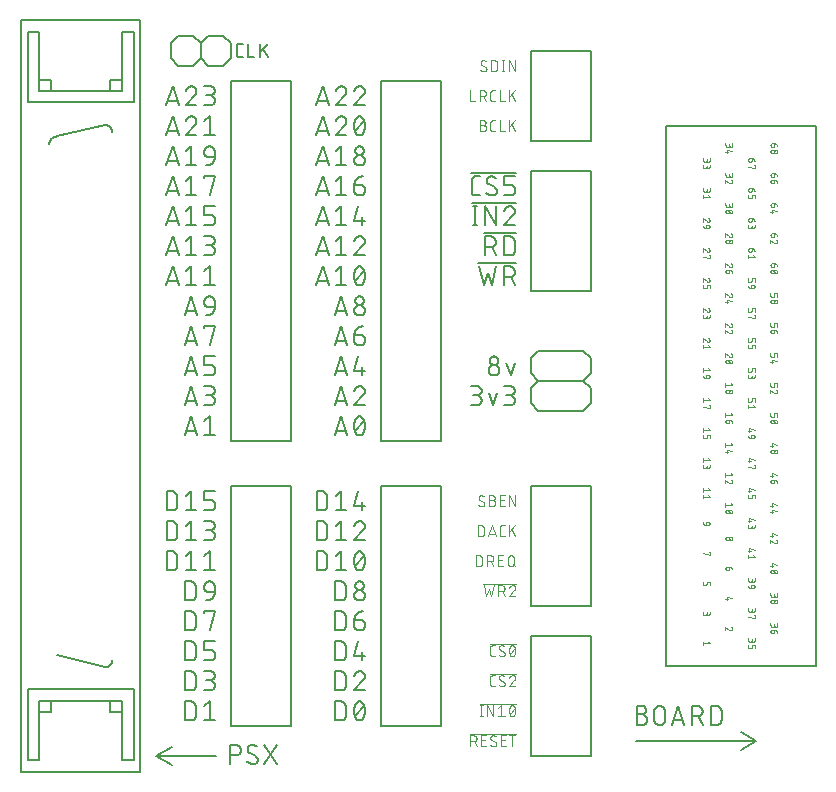
<source format=gbr>
G04 EAGLE Gerber RS-274X export*
G75*
%MOMM*%
%FSLAX34Y34*%
%LPD*%
%INSilkscreen Top*%
%IPPOS*%
%AMOC8*
5,1,8,0,0,1.08239X$1,22.5*%
G01*
%ADD10C,0.152400*%
%ADD11C,0.076200*%
%ADD12C,0.050800*%
%ADD13C,0.203200*%
%ADD14C,0.127000*%


D10*
X265773Y283972D02*
X271191Y300228D01*
X276610Y283972D01*
X275255Y288036D02*
X267127Y288036D01*
X282307Y292100D02*
X282311Y292420D01*
X282322Y292739D01*
X282341Y293059D01*
X282368Y293377D01*
X282402Y293695D01*
X282444Y294012D01*
X282494Y294328D01*
X282551Y294643D01*
X282615Y294956D01*
X282687Y295268D01*
X282766Y295578D01*
X282853Y295885D01*
X282947Y296191D01*
X283048Y296494D01*
X283157Y296795D01*
X283272Y297093D01*
X283395Y297389D01*
X283525Y297681D01*
X283662Y297970D01*
X283661Y297971D02*
X283700Y298079D01*
X283743Y298186D01*
X283789Y298291D01*
X283840Y298395D01*
X283893Y298497D01*
X283950Y298597D01*
X284011Y298695D01*
X284075Y298790D01*
X284142Y298884D01*
X284213Y298975D01*
X284286Y299064D01*
X284363Y299150D01*
X284442Y299233D01*
X284524Y299314D01*
X284609Y299392D01*
X284697Y299466D01*
X284787Y299538D01*
X284879Y299606D01*
X284974Y299672D01*
X285071Y299734D01*
X285170Y299792D01*
X285272Y299848D01*
X285374Y299899D01*
X285479Y299947D01*
X285585Y299992D01*
X285693Y300033D01*
X285802Y300070D01*
X285912Y300103D01*
X286024Y300132D01*
X286136Y300158D01*
X286249Y300180D01*
X286363Y300197D01*
X286477Y300211D01*
X286592Y300221D01*
X286707Y300227D01*
X286822Y300229D01*
X286822Y300228D02*
X286937Y300226D01*
X287052Y300220D01*
X287167Y300210D01*
X287281Y300196D01*
X287395Y300179D01*
X287508Y300157D01*
X287620Y300131D01*
X287732Y300102D01*
X287842Y300069D01*
X287951Y300032D01*
X288059Y299991D01*
X288165Y299946D01*
X288270Y299898D01*
X288372Y299847D01*
X288473Y299791D01*
X288573Y299733D01*
X288670Y299671D01*
X288764Y299606D01*
X288857Y299537D01*
X288947Y299465D01*
X289035Y299391D01*
X289120Y299313D01*
X289202Y299232D01*
X289281Y299149D01*
X289358Y299063D01*
X289431Y298974D01*
X289502Y298883D01*
X289569Y298789D01*
X289633Y298694D01*
X289694Y298596D01*
X289751Y298496D01*
X289804Y298394D01*
X289855Y298290D01*
X289901Y298185D01*
X289944Y298078D01*
X289983Y297970D01*
X290120Y297681D01*
X290250Y297389D01*
X290373Y297093D01*
X290488Y296795D01*
X290597Y296494D01*
X290698Y296191D01*
X290792Y295885D01*
X290879Y295578D01*
X290958Y295268D01*
X291030Y294956D01*
X291094Y294643D01*
X291151Y294328D01*
X291201Y294012D01*
X291243Y293695D01*
X291277Y293377D01*
X291304Y293059D01*
X291323Y292739D01*
X291334Y292420D01*
X291338Y292100D01*
X282307Y292100D02*
X282311Y291780D01*
X282322Y291461D01*
X282341Y291141D01*
X282368Y290823D01*
X282402Y290505D01*
X282444Y290188D01*
X282494Y289872D01*
X282551Y289557D01*
X282615Y289244D01*
X282687Y288932D01*
X282766Y288622D01*
X282853Y288315D01*
X282947Y288009D01*
X283048Y287706D01*
X283157Y287405D01*
X283272Y287107D01*
X283395Y286811D01*
X283525Y286519D01*
X283662Y286230D01*
X283661Y286230D02*
X283700Y286122D01*
X283743Y286015D01*
X283789Y285910D01*
X283840Y285806D01*
X283893Y285704D01*
X283950Y285604D01*
X284011Y285506D01*
X284075Y285411D01*
X284142Y285317D01*
X284213Y285226D01*
X284286Y285137D01*
X284363Y285051D01*
X284442Y284968D01*
X284524Y284887D01*
X284609Y284809D01*
X284697Y284735D01*
X284787Y284663D01*
X284880Y284594D01*
X284974Y284529D01*
X285071Y284467D01*
X285171Y284409D01*
X285272Y284353D01*
X285374Y284302D01*
X285479Y284254D01*
X285585Y284209D01*
X285693Y284168D01*
X285802Y284131D01*
X285912Y284098D01*
X286024Y284069D01*
X286136Y284043D01*
X286249Y284021D01*
X286363Y284004D01*
X286477Y283990D01*
X286592Y283980D01*
X286707Y283974D01*
X286822Y283972D01*
X289983Y286230D02*
X290120Y286519D01*
X290250Y286811D01*
X290373Y287107D01*
X290488Y287405D01*
X290597Y287706D01*
X290698Y288009D01*
X290792Y288315D01*
X290879Y288622D01*
X290958Y288932D01*
X291030Y289244D01*
X291094Y289557D01*
X291151Y289872D01*
X291201Y290188D01*
X291243Y290505D01*
X291277Y290823D01*
X291304Y291141D01*
X291323Y291461D01*
X291334Y291780D01*
X291338Y292100D01*
X289983Y286230D02*
X289944Y286122D01*
X289901Y286015D01*
X289855Y285910D01*
X289804Y285806D01*
X289751Y285704D01*
X289694Y285604D01*
X289633Y285506D01*
X289569Y285411D01*
X289502Y285317D01*
X289431Y285226D01*
X289358Y285137D01*
X289281Y285051D01*
X289202Y284968D01*
X289120Y284887D01*
X289035Y284809D01*
X288947Y284735D01*
X288857Y284663D01*
X288764Y284594D01*
X288670Y284529D01*
X288573Y284467D01*
X288473Y284409D01*
X288372Y284353D01*
X288269Y284302D01*
X288165Y284254D01*
X288059Y284209D01*
X287951Y284168D01*
X287842Y284131D01*
X287732Y284098D01*
X287620Y284069D01*
X287508Y284043D01*
X287395Y284021D01*
X287281Y284004D01*
X287167Y283990D01*
X287052Y283980D01*
X286937Y283974D01*
X286822Y283972D01*
X283210Y287584D02*
X290435Y296616D01*
X144191Y300228D02*
X138773Y283972D01*
X149610Y283972D02*
X144191Y300228D01*
X148255Y288036D02*
X140127Y288036D01*
X155307Y296616D02*
X159822Y300228D01*
X159822Y283972D01*
X155307Y283972D02*
X164338Y283972D01*
X265773Y309372D02*
X271191Y325628D01*
X276610Y309372D01*
X275255Y313436D02*
X267127Y313436D01*
X287274Y325628D02*
X287399Y325626D01*
X287524Y325620D01*
X287649Y325611D01*
X287773Y325597D01*
X287897Y325580D01*
X288021Y325559D01*
X288143Y325534D01*
X288265Y325505D01*
X288386Y325473D01*
X288506Y325437D01*
X288625Y325397D01*
X288742Y325354D01*
X288858Y325307D01*
X288973Y325256D01*
X289085Y325202D01*
X289197Y325144D01*
X289306Y325084D01*
X289413Y325019D01*
X289519Y324952D01*
X289622Y324881D01*
X289723Y324807D01*
X289822Y324730D01*
X289918Y324650D01*
X290012Y324567D01*
X290103Y324482D01*
X290192Y324393D01*
X290277Y324302D01*
X290360Y324208D01*
X290440Y324112D01*
X290517Y324013D01*
X290591Y323912D01*
X290662Y323809D01*
X290729Y323703D01*
X290794Y323596D01*
X290854Y323487D01*
X290912Y323375D01*
X290966Y323263D01*
X291017Y323148D01*
X291064Y323032D01*
X291107Y322915D01*
X291147Y322796D01*
X291183Y322676D01*
X291215Y322555D01*
X291244Y322433D01*
X291269Y322311D01*
X291290Y322187D01*
X291307Y322063D01*
X291321Y321939D01*
X291330Y321814D01*
X291336Y321689D01*
X291338Y321564D01*
X287274Y325628D02*
X287131Y325626D01*
X286989Y325620D01*
X286846Y325610D01*
X286704Y325597D01*
X286563Y325579D01*
X286421Y325558D01*
X286281Y325533D01*
X286141Y325504D01*
X286002Y325471D01*
X285864Y325434D01*
X285727Y325394D01*
X285592Y325350D01*
X285457Y325302D01*
X285324Y325250D01*
X285192Y325195D01*
X285062Y325136D01*
X284934Y325074D01*
X284807Y325008D01*
X284682Y324939D01*
X284559Y324867D01*
X284439Y324791D01*
X284320Y324712D01*
X284203Y324629D01*
X284089Y324544D01*
X283977Y324455D01*
X283868Y324364D01*
X283761Y324269D01*
X283656Y324172D01*
X283555Y324071D01*
X283456Y323968D01*
X283360Y323863D01*
X283267Y323754D01*
X283177Y323643D01*
X283090Y323530D01*
X283006Y323415D01*
X282926Y323297D01*
X282848Y323177D01*
X282774Y323055D01*
X282704Y322931D01*
X282636Y322805D01*
X282573Y322677D01*
X282512Y322548D01*
X282455Y322417D01*
X282402Y322285D01*
X282353Y322151D01*
X282307Y322016D01*
X289983Y318403D02*
X290077Y318495D01*
X290167Y318589D01*
X290255Y318686D01*
X290340Y318786D01*
X290422Y318888D01*
X290501Y318993D01*
X290576Y319100D01*
X290648Y319209D01*
X290717Y319320D01*
X290783Y319434D01*
X290845Y319549D01*
X290904Y319666D01*
X290959Y319785D01*
X291010Y319905D01*
X291058Y320027D01*
X291103Y320150D01*
X291143Y320274D01*
X291180Y320400D01*
X291213Y320527D01*
X291242Y320654D01*
X291268Y320783D01*
X291289Y320912D01*
X291307Y321042D01*
X291320Y321172D01*
X291330Y321302D01*
X291336Y321433D01*
X291338Y321564D01*
X289983Y318403D02*
X282307Y309372D01*
X291338Y309372D01*
X144191Y325628D02*
X138773Y309372D01*
X149610Y309372D02*
X144191Y325628D01*
X148255Y313436D02*
X140127Y313436D01*
X155307Y309372D02*
X159822Y309372D01*
X159955Y309374D01*
X160087Y309380D01*
X160219Y309390D01*
X160351Y309403D01*
X160483Y309421D01*
X160613Y309442D01*
X160744Y309467D01*
X160873Y309496D01*
X161001Y309529D01*
X161129Y309565D01*
X161255Y309605D01*
X161380Y309649D01*
X161504Y309697D01*
X161626Y309748D01*
X161747Y309803D01*
X161866Y309861D01*
X161984Y309923D01*
X162099Y309988D01*
X162213Y310057D01*
X162324Y310128D01*
X162433Y310204D01*
X162540Y310282D01*
X162645Y310363D01*
X162747Y310448D01*
X162847Y310535D01*
X162944Y310625D01*
X163039Y310718D01*
X163130Y310814D01*
X163219Y310912D01*
X163305Y311013D01*
X163388Y311117D01*
X163468Y311223D01*
X163544Y311331D01*
X163618Y311441D01*
X163688Y311554D01*
X163755Y311668D01*
X163818Y311785D01*
X163878Y311903D01*
X163935Y312023D01*
X163988Y312145D01*
X164037Y312268D01*
X164083Y312392D01*
X164125Y312518D01*
X164163Y312645D01*
X164198Y312773D01*
X164229Y312902D01*
X164256Y313031D01*
X164279Y313162D01*
X164299Y313293D01*
X164314Y313425D01*
X164326Y313557D01*
X164334Y313689D01*
X164338Y313822D01*
X164338Y313954D01*
X164334Y314087D01*
X164326Y314219D01*
X164314Y314351D01*
X164299Y314483D01*
X164279Y314614D01*
X164256Y314745D01*
X164229Y314874D01*
X164198Y315003D01*
X164163Y315131D01*
X164125Y315258D01*
X164083Y315384D01*
X164037Y315508D01*
X163988Y315631D01*
X163935Y315753D01*
X163878Y315873D01*
X163818Y315991D01*
X163755Y316108D01*
X163688Y316222D01*
X163618Y316335D01*
X163544Y316445D01*
X163468Y316553D01*
X163388Y316659D01*
X163305Y316763D01*
X163219Y316864D01*
X163130Y316962D01*
X163039Y317058D01*
X162944Y317151D01*
X162847Y317241D01*
X162747Y317328D01*
X162645Y317413D01*
X162540Y317494D01*
X162433Y317572D01*
X162324Y317648D01*
X162213Y317719D01*
X162099Y317788D01*
X161984Y317853D01*
X161866Y317915D01*
X161747Y317973D01*
X161626Y318028D01*
X161504Y318079D01*
X161380Y318127D01*
X161255Y318171D01*
X161129Y318211D01*
X161001Y318247D01*
X160873Y318280D01*
X160744Y318309D01*
X160613Y318334D01*
X160483Y318355D01*
X160351Y318373D01*
X160219Y318386D01*
X160087Y318396D01*
X159955Y318402D01*
X159822Y318404D01*
X160726Y325628D02*
X155307Y325628D01*
X160726Y325628D02*
X160845Y325626D01*
X160965Y325620D01*
X161084Y325610D01*
X161202Y325596D01*
X161321Y325579D01*
X161438Y325557D01*
X161555Y325532D01*
X161670Y325502D01*
X161785Y325469D01*
X161899Y325432D01*
X162011Y325392D01*
X162122Y325347D01*
X162231Y325299D01*
X162339Y325248D01*
X162445Y325193D01*
X162549Y325134D01*
X162651Y325072D01*
X162751Y325007D01*
X162849Y324938D01*
X162945Y324866D01*
X163038Y324791D01*
X163128Y324714D01*
X163216Y324633D01*
X163301Y324549D01*
X163383Y324462D01*
X163463Y324373D01*
X163539Y324281D01*
X163613Y324187D01*
X163683Y324090D01*
X163750Y323992D01*
X163814Y323891D01*
X163874Y323787D01*
X163931Y323682D01*
X163984Y323575D01*
X164034Y323467D01*
X164080Y323357D01*
X164122Y323245D01*
X164161Y323132D01*
X164196Y323018D01*
X164227Y322903D01*
X164255Y322786D01*
X164278Y322669D01*
X164298Y322552D01*
X164314Y322433D01*
X164326Y322314D01*
X164334Y322195D01*
X164338Y322076D01*
X164338Y321956D01*
X164334Y321837D01*
X164326Y321718D01*
X164314Y321599D01*
X164298Y321480D01*
X164278Y321363D01*
X164255Y321246D01*
X164227Y321129D01*
X164196Y321014D01*
X164161Y320900D01*
X164122Y320787D01*
X164080Y320675D01*
X164034Y320565D01*
X163984Y320457D01*
X163931Y320350D01*
X163874Y320245D01*
X163814Y320141D01*
X163750Y320040D01*
X163683Y319942D01*
X163613Y319845D01*
X163539Y319751D01*
X163463Y319659D01*
X163383Y319570D01*
X163301Y319483D01*
X163216Y319399D01*
X163128Y319318D01*
X163038Y319241D01*
X162945Y319166D01*
X162849Y319094D01*
X162751Y319025D01*
X162651Y318960D01*
X162549Y318898D01*
X162445Y318839D01*
X162339Y318784D01*
X162231Y318733D01*
X162122Y318685D01*
X162011Y318640D01*
X161899Y318600D01*
X161785Y318563D01*
X161670Y318530D01*
X161555Y318500D01*
X161438Y318475D01*
X161321Y318453D01*
X161202Y318436D01*
X161084Y318422D01*
X160965Y318412D01*
X160845Y318406D01*
X160726Y318404D01*
X160726Y318403D02*
X157113Y318403D01*
X265773Y334772D02*
X271191Y351028D01*
X276610Y334772D01*
X275255Y338836D02*
X267127Y338836D01*
X282307Y338384D02*
X285919Y351028D01*
X282307Y338384D02*
X291338Y338384D01*
X288629Y341997D02*
X288629Y334772D01*
X144191Y351028D02*
X138773Y334772D01*
X149610Y334772D02*
X144191Y351028D01*
X148255Y338836D02*
X140127Y338836D01*
X155307Y334772D02*
X160726Y334772D01*
X160844Y334774D01*
X160962Y334780D01*
X161080Y334789D01*
X161197Y334803D01*
X161314Y334820D01*
X161431Y334841D01*
X161546Y334866D01*
X161661Y334895D01*
X161775Y334928D01*
X161887Y334964D01*
X161998Y335004D01*
X162108Y335047D01*
X162217Y335094D01*
X162324Y335144D01*
X162429Y335199D01*
X162532Y335256D01*
X162633Y335317D01*
X162733Y335381D01*
X162830Y335448D01*
X162925Y335518D01*
X163017Y335592D01*
X163108Y335668D01*
X163195Y335748D01*
X163280Y335830D01*
X163362Y335915D01*
X163442Y336002D01*
X163518Y336093D01*
X163592Y336185D01*
X163662Y336280D01*
X163729Y336377D01*
X163793Y336477D01*
X163854Y336578D01*
X163911Y336681D01*
X163966Y336786D01*
X164016Y336893D01*
X164063Y337002D01*
X164106Y337112D01*
X164146Y337223D01*
X164182Y337335D01*
X164215Y337449D01*
X164244Y337564D01*
X164269Y337679D01*
X164290Y337796D01*
X164307Y337913D01*
X164321Y338030D01*
X164330Y338148D01*
X164336Y338266D01*
X164338Y338384D01*
X164338Y340191D01*
X164336Y340309D01*
X164330Y340427D01*
X164321Y340545D01*
X164307Y340662D01*
X164290Y340779D01*
X164269Y340896D01*
X164244Y341011D01*
X164215Y341126D01*
X164182Y341240D01*
X164146Y341352D01*
X164106Y341463D01*
X164063Y341573D01*
X164016Y341682D01*
X163966Y341789D01*
X163911Y341894D01*
X163854Y341997D01*
X163793Y342098D01*
X163729Y342198D01*
X163662Y342295D01*
X163592Y342390D01*
X163518Y342482D01*
X163442Y342573D01*
X163362Y342660D01*
X163280Y342745D01*
X163195Y342827D01*
X163108Y342907D01*
X163017Y342983D01*
X162925Y343057D01*
X162830Y343127D01*
X162733Y343194D01*
X162633Y343258D01*
X162532Y343319D01*
X162429Y343376D01*
X162324Y343431D01*
X162217Y343481D01*
X162108Y343528D01*
X161998Y343571D01*
X161887Y343611D01*
X161775Y343647D01*
X161661Y343680D01*
X161546Y343709D01*
X161431Y343734D01*
X161314Y343755D01*
X161197Y343772D01*
X161080Y343786D01*
X160962Y343795D01*
X160844Y343801D01*
X160726Y343803D01*
X155307Y343803D01*
X155307Y351028D01*
X164338Y351028D01*
X265773Y360172D02*
X271191Y376428D01*
X276610Y360172D01*
X275255Y364236D02*
X267127Y364236D01*
X282307Y369203D02*
X287726Y369203D01*
X287844Y369201D01*
X287962Y369195D01*
X288080Y369186D01*
X288197Y369172D01*
X288314Y369155D01*
X288431Y369134D01*
X288546Y369109D01*
X288661Y369080D01*
X288775Y369047D01*
X288887Y369011D01*
X288998Y368971D01*
X289108Y368928D01*
X289217Y368881D01*
X289324Y368831D01*
X289429Y368776D01*
X289532Y368719D01*
X289633Y368658D01*
X289733Y368594D01*
X289830Y368527D01*
X289925Y368457D01*
X290017Y368383D01*
X290108Y368307D01*
X290195Y368227D01*
X290280Y368145D01*
X290362Y368060D01*
X290442Y367973D01*
X290518Y367882D01*
X290592Y367790D01*
X290662Y367695D01*
X290729Y367598D01*
X290793Y367498D01*
X290854Y367397D01*
X290911Y367294D01*
X290966Y367189D01*
X291016Y367082D01*
X291063Y366973D01*
X291106Y366863D01*
X291146Y366752D01*
X291182Y366640D01*
X291215Y366526D01*
X291244Y366411D01*
X291269Y366296D01*
X291290Y366179D01*
X291307Y366062D01*
X291321Y365945D01*
X291330Y365827D01*
X291336Y365709D01*
X291338Y365591D01*
X291338Y364688D01*
X291336Y364555D01*
X291330Y364423D01*
X291320Y364291D01*
X291307Y364159D01*
X291289Y364027D01*
X291268Y363897D01*
X291243Y363766D01*
X291214Y363637D01*
X291181Y363509D01*
X291145Y363381D01*
X291105Y363255D01*
X291061Y363130D01*
X291013Y363006D01*
X290962Y362884D01*
X290907Y362763D01*
X290849Y362644D01*
X290787Y362526D01*
X290722Y362411D01*
X290653Y362297D01*
X290582Y362186D01*
X290506Y362077D01*
X290428Y361970D01*
X290347Y361865D01*
X290262Y361763D01*
X290175Y361663D01*
X290085Y361566D01*
X289992Y361471D01*
X289896Y361380D01*
X289798Y361291D01*
X289697Y361205D01*
X289593Y361122D01*
X289487Y361042D01*
X289379Y360966D01*
X289269Y360892D01*
X289156Y360822D01*
X289042Y360755D01*
X288925Y360692D01*
X288807Y360632D01*
X288687Y360575D01*
X288565Y360522D01*
X288442Y360473D01*
X288318Y360427D01*
X288192Y360385D01*
X288065Y360347D01*
X287937Y360312D01*
X287808Y360281D01*
X287679Y360254D01*
X287548Y360231D01*
X287417Y360211D01*
X287285Y360196D01*
X287153Y360184D01*
X287021Y360176D01*
X286888Y360172D01*
X286756Y360172D01*
X286623Y360176D01*
X286491Y360184D01*
X286359Y360196D01*
X286227Y360211D01*
X286096Y360231D01*
X285965Y360254D01*
X285836Y360281D01*
X285707Y360312D01*
X285579Y360347D01*
X285452Y360385D01*
X285326Y360427D01*
X285202Y360473D01*
X285079Y360522D01*
X284957Y360575D01*
X284837Y360632D01*
X284719Y360692D01*
X284602Y360755D01*
X284488Y360822D01*
X284375Y360892D01*
X284265Y360966D01*
X284157Y361042D01*
X284051Y361122D01*
X283947Y361205D01*
X283846Y361291D01*
X283748Y361380D01*
X283652Y361471D01*
X283559Y361566D01*
X283469Y361663D01*
X283382Y361763D01*
X283297Y361865D01*
X283216Y361970D01*
X283138Y362077D01*
X283062Y362186D01*
X282991Y362297D01*
X282922Y362411D01*
X282857Y362526D01*
X282795Y362644D01*
X282737Y362763D01*
X282682Y362884D01*
X282631Y363006D01*
X282583Y363130D01*
X282539Y363255D01*
X282499Y363381D01*
X282463Y363509D01*
X282430Y363637D01*
X282401Y363766D01*
X282376Y363897D01*
X282355Y364027D01*
X282337Y364159D01*
X282324Y364291D01*
X282314Y364423D01*
X282308Y364555D01*
X282306Y364688D01*
X282307Y364688D02*
X282307Y369203D01*
X282309Y369380D01*
X282316Y369558D01*
X282327Y369735D01*
X282342Y369911D01*
X282361Y370087D01*
X282385Y370263D01*
X282413Y370438D01*
X282446Y370613D01*
X282483Y370786D01*
X282524Y370959D01*
X282569Y371130D01*
X282618Y371300D01*
X282672Y371469D01*
X282729Y371637D01*
X282791Y371803D01*
X282857Y371968D01*
X282927Y372131D01*
X283001Y372292D01*
X283078Y372451D01*
X283160Y372609D01*
X283246Y372764D01*
X283335Y372917D01*
X283428Y373068D01*
X283525Y373217D01*
X283625Y373363D01*
X283729Y373507D01*
X283836Y373648D01*
X283947Y373786D01*
X284061Y373922D01*
X284179Y374055D01*
X284299Y374185D01*
X284423Y374312D01*
X284550Y374436D01*
X284680Y374556D01*
X284813Y374674D01*
X284948Y374788D01*
X285087Y374899D01*
X285228Y375006D01*
X285372Y375110D01*
X285518Y375210D01*
X285667Y375307D01*
X285818Y375400D01*
X285971Y375489D01*
X286126Y375575D01*
X286284Y375657D01*
X286443Y375734D01*
X286604Y375808D01*
X286767Y375878D01*
X286932Y375944D01*
X287098Y376006D01*
X287266Y376063D01*
X287435Y376117D01*
X287605Y376166D01*
X287776Y376211D01*
X287949Y376252D01*
X288122Y376289D01*
X288297Y376322D01*
X288472Y376350D01*
X288648Y376374D01*
X288824Y376393D01*
X289000Y376408D01*
X289177Y376419D01*
X289355Y376426D01*
X289532Y376428D01*
X144191Y376428D02*
X138773Y360172D01*
X149610Y360172D02*
X144191Y376428D01*
X148255Y364236D02*
X140127Y364236D01*
X155307Y374622D02*
X155307Y376428D01*
X164338Y376428D01*
X159822Y360172D01*
X265773Y385572D02*
X271191Y401828D01*
X276610Y385572D01*
X275255Y389636D02*
X267127Y389636D01*
X282306Y390088D02*
X282308Y390221D01*
X282314Y390353D01*
X282324Y390485D01*
X282337Y390617D01*
X282355Y390749D01*
X282376Y390879D01*
X282401Y391010D01*
X282430Y391139D01*
X282463Y391267D01*
X282499Y391395D01*
X282539Y391521D01*
X282583Y391646D01*
X282631Y391770D01*
X282682Y391892D01*
X282737Y392013D01*
X282795Y392132D01*
X282857Y392250D01*
X282922Y392365D01*
X282991Y392479D01*
X283062Y392590D01*
X283138Y392699D01*
X283216Y392806D01*
X283297Y392911D01*
X283382Y393013D01*
X283469Y393113D01*
X283559Y393210D01*
X283652Y393305D01*
X283748Y393396D01*
X283846Y393485D01*
X283947Y393571D01*
X284051Y393654D01*
X284157Y393734D01*
X284265Y393810D01*
X284375Y393884D01*
X284488Y393954D01*
X284602Y394021D01*
X284719Y394084D01*
X284837Y394144D01*
X284957Y394201D01*
X285079Y394254D01*
X285202Y394303D01*
X285326Y394349D01*
X285452Y394391D01*
X285579Y394429D01*
X285707Y394464D01*
X285836Y394495D01*
X285965Y394522D01*
X286096Y394545D01*
X286227Y394565D01*
X286359Y394580D01*
X286491Y394592D01*
X286623Y394600D01*
X286756Y394604D01*
X286888Y394604D01*
X287021Y394600D01*
X287153Y394592D01*
X287285Y394580D01*
X287417Y394565D01*
X287548Y394545D01*
X287679Y394522D01*
X287808Y394495D01*
X287937Y394464D01*
X288065Y394429D01*
X288192Y394391D01*
X288318Y394349D01*
X288442Y394303D01*
X288565Y394254D01*
X288687Y394201D01*
X288807Y394144D01*
X288925Y394084D01*
X289042Y394021D01*
X289156Y393954D01*
X289269Y393884D01*
X289379Y393810D01*
X289487Y393734D01*
X289593Y393654D01*
X289697Y393571D01*
X289798Y393485D01*
X289896Y393396D01*
X289992Y393305D01*
X290085Y393210D01*
X290175Y393113D01*
X290262Y393013D01*
X290347Y392911D01*
X290428Y392806D01*
X290506Y392699D01*
X290582Y392590D01*
X290653Y392479D01*
X290722Y392365D01*
X290787Y392250D01*
X290849Y392132D01*
X290907Y392013D01*
X290962Y391892D01*
X291013Y391770D01*
X291061Y391646D01*
X291105Y391521D01*
X291145Y391395D01*
X291181Y391267D01*
X291214Y391139D01*
X291243Y391010D01*
X291268Y390879D01*
X291289Y390749D01*
X291307Y390617D01*
X291320Y390485D01*
X291330Y390353D01*
X291336Y390221D01*
X291338Y390088D01*
X291336Y389955D01*
X291330Y389823D01*
X291320Y389691D01*
X291307Y389559D01*
X291289Y389427D01*
X291268Y389297D01*
X291243Y389166D01*
X291214Y389037D01*
X291181Y388909D01*
X291145Y388781D01*
X291105Y388655D01*
X291061Y388530D01*
X291013Y388406D01*
X290962Y388284D01*
X290907Y388163D01*
X290849Y388044D01*
X290787Y387926D01*
X290722Y387811D01*
X290653Y387697D01*
X290582Y387586D01*
X290506Y387477D01*
X290428Y387370D01*
X290347Y387265D01*
X290262Y387163D01*
X290175Y387063D01*
X290085Y386966D01*
X289992Y386871D01*
X289896Y386780D01*
X289798Y386691D01*
X289697Y386605D01*
X289593Y386522D01*
X289487Y386442D01*
X289379Y386366D01*
X289269Y386292D01*
X289156Y386222D01*
X289042Y386155D01*
X288925Y386092D01*
X288807Y386032D01*
X288687Y385975D01*
X288565Y385922D01*
X288442Y385873D01*
X288318Y385827D01*
X288192Y385785D01*
X288065Y385747D01*
X287937Y385712D01*
X287808Y385681D01*
X287679Y385654D01*
X287548Y385631D01*
X287417Y385611D01*
X287285Y385596D01*
X287153Y385584D01*
X287021Y385576D01*
X286888Y385572D01*
X286756Y385572D01*
X286623Y385576D01*
X286491Y385584D01*
X286359Y385596D01*
X286227Y385611D01*
X286096Y385631D01*
X285965Y385654D01*
X285836Y385681D01*
X285707Y385712D01*
X285579Y385747D01*
X285452Y385785D01*
X285326Y385827D01*
X285202Y385873D01*
X285079Y385922D01*
X284957Y385975D01*
X284837Y386032D01*
X284719Y386092D01*
X284602Y386155D01*
X284488Y386222D01*
X284375Y386292D01*
X284265Y386366D01*
X284157Y386442D01*
X284051Y386522D01*
X283947Y386605D01*
X283846Y386691D01*
X283748Y386780D01*
X283652Y386871D01*
X283559Y386966D01*
X283469Y387063D01*
X283382Y387163D01*
X283297Y387265D01*
X283216Y387370D01*
X283138Y387477D01*
X283062Y387586D01*
X282991Y387697D01*
X282922Y387811D01*
X282857Y387926D01*
X282795Y388044D01*
X282737Y388163D01*
X282682Y388284D01*
X282631Y388406D01*
X282583Y388530D01*
X282539Y388655D01*
X282499Y388781D01*
X282463Y388909D01*
X282430Y389037D01*
X282401Y389166D01*
X282376Y389297D01*
X282355Y389427D01*
X282337Y389559D01*
X282324Y389691D01*
X282314Y389823D01*
X282308Y389955D01*
X282306Y390088D01*
X283210Y398216D02*
X283212Y398335D01*
X283218Y398455D01*
X283228Y398574D01*
X283242Y398692D01*
X283259Y398811D01*
X283281Y398928D01*
X283306Y399045D01*
X283336Y399160D01*
X283369Y399275D01*
X283406Y399389D01*
X283446Y399501D01*
X283491Y399612D01*
X283539Y399721D01*
X283590Y399829D01*
X283645Y399935D01*
X283704Y400039D01*
X283766Y400141D01*
X283831Y400241D01*
X283900Y400339D01*
X283972Y400435D01*
X284047Y400528D01*
X284124Y400618D01*
X284205Y400706D01*
X284289Y400791D01*
X284376Y400873D01*
X284465Y400953D01*
X284557Y401029D01*
X284651Y401103D01*
X284748Y401173D01*
X284846Y401240D01*
X284947Y401304D01*
X285051Y401364D01*
X285156Y401421D01*
X285263Y401474D01*
X285371Y401524D01*
X285481Y401570D01*
X285593Y401612D01*
X285706Y401651D01*
X285820Y401686D01*
X285935Y401717D01*
X286052Y401745D01*
X286169Y401768D01*
X286286Y401788D01*
X286405Y401804D01*
X286524Y401816D01*
X286643Y401824D01*
X286762Y401828D01*
X286882Y401828D01*
X287001Y401824D01*
X287120Y401816D01*
X287239Y401804D01*
X287358Y401788D01*
X287475Y401768D01*
X287592Y401745D01*
X287709Y401717D01*
X287824Y401686D01*
X287938Y401651D01*
X288051Y401612D01*
X288163Y401570D01*
X288273Y401524D01*
X288381Y401474D01*
X288488Y401421D01*
X288593Y401364D01*
X288697Y401304D01*
X288798Y401240D01*
X288896Y401173D01*
X288993Y401103D01*
X289087Y401029D01*
X289179Y400953D01*
X289268Y400873D01*
X289355Y400791D01*
X289439Y400706D01*
X289520Y400618D01*
X289597Y400528D01*
X289672Y400435D01*
X289744Y400339D01*
X289813Y400241D01*
X289878Y400141D01*
X289940Y400039D01*
X289999Y399935D01*
X290054Y399829D01*
X290105Y399721D01*
X290153Y399612D01*
X290198Y399501D01*
X290238Y399389D01*
X290275Y399275D01*
X290308Y399160D01*
X290338Y399045D01*
X290363Y398928D01*
X290385Y398811D01*
X290402Y398692D01*
X290416Y398574D01*
X290426Y398455D01*
X290432Y398335D01*
X290434Y398216D01*
X290432Y398097D01*
X290426Y397977D01*
X290416Y397858D01*
X290402Y397740D01*
X290385Y397621D01*
X290363Y397504D01*
X290338Y397387D01*
X290308Y397272D01*
X290275Y397157D01*
X290238Y397043D01*
X290198Y396931D01*
X290153Y396820D01*
X290105Y396711D01*
X290054Y396603D01*
X289999Y396497D01*
X289940Y396393D01*
X289878Y396291D01*
X289813Y396191D01*
X289744Y396093D01*
X289672Y395997D01*
X289597Y395904D01*
X289520Y395814D01*
X289439Y395726D01*
X289355Y395641D01*
X289268Y395559D01*
X289179Y395479D01*
X289087Y395403D01*
X288993Y395329D01*
X288896Y395259D01*
X288798Y395192D01*
X288697Y395128D01*
X288593Y395068D01*
X288488Y395011D01*
X288381Y394958D01*
X288273Y394908D01*
X288163Y394862D01*
X288051Y394820D01*
X287938Y394781D01*
X287824Y394746D01*
X287709Y394715D01*
X287592Y394687D01*
X287475Y394664D01*
X287358Y394644D01*
X287239Y394628D01*
X287120Y394616D01*
X287001Y394608D01*
X286882Y394604D01*
X286762Y394604D01*
X286643Y394608D01*
X286524Y394616D01*
X286405Y394628D01*
X286286Y394644D01*
X286169Y394664D01*
X286052Y394687D01*
X285935Y394715D01*
X285820Y394746D01*
X285706Y394781D01*
X285593Y394820D01*
X285481Y394862D01*
X285371Y394908D01*
X285263Y394958D01*
X285156Y395011D01*
X285051Y395068D01*
X284947Y395128D01*
X284846Y395192D01*
X284748Y395259D01*
X284651Y395329D01*
X284557Y395403D01*
X284465Y395479D01*
X284376Y395559D01*
X284289Y395641D01*
X284205Y395726D01*
X284124Y395814D01*
X284047Y395904D01*
X283972Y395997D01*
X283900Y396093D01*
X283831Y396191D01*
X283766Y396291D01*
X283704Y396393D01*
X283645Y396497D01*
X283590Y396603D01*
X283539Y396711D01*
X283491Y396820D01*
X283446Y396931D01*
X283406Y397043D01*
X283369Y397157D01*
X283336Y397272D01*
X283306Y397387D01*
X283281Y397504D01*
X283259Y397621D01*
X283242Y397740D01*
X283228Y397858D01*
X283218Y397977D01*
X283212Y398097D01*
X283210Y398216D01*
X144191Y401828D02*
X138773Y385572D01*
X149610Y385572D02*
X144191Y401828D01*
X148255Y389636D02*
X140127Y389636D01*
X158919Y392797D02*
X164338Y392797D01*
X158919Y392797D02*
X158801Y392799D01*
X158683Y392805D01*
X158565Y392814D01*
X158448Y392828D01*
X158331Y392845D01*
X158214Y392866D01*
X158099Y392891D01*
X157984Y392920D01*
X157870Y392953D01*
X157758Y392989D01*
X157647Y393029D01*
X157537Y393072D01*
X157428Y393119D01*
X157321Y393169D01*
X157216Y393224D01*
X157113Y393281D01*
X157012Y393342D01*
X156912Y393406D01*
X156815Y393473D01*
X156720Y393543D01*
X156628Y393617D01*
X156537Y393693D01*
X156450Y393773D01*
X156365Y393855D01*
X156283Y393940D01*
X156203Y394027D01*
X156127Y394118D01*
X156053Y394210D01*
X155983Y394305D01*
X155916Y394402D01*
X155852Y394502D01*
X155791Y394603D01*
X155734Y394706D01*
X155679Y394811D01*
X155629Y394918D01*
X155582Y395027D01*
X155539Y395137D01*
X155499Y395248D01*
X155463Y395360D01*
X155430Y395474D01*
X155401Y395589D01*
X155376Y395704D01*
X155355Y395821D01*
X155338Y395938D01*
X155324Y396055D01*
X155315Y396173D01*
X155309Y396291D01*
X155307Y396409D01*
X155307Y397312D01*
X155306Y397312D02*
X155308Y397445D01*
X155314Y397577D01*
X155324Y397709D01*
X155337Y397841D01*
X155355Y397973D01*
X155376Y398103D01*
X155401Y398234D01*
X155430Y398363D01*
X155463Y398491D01*
X155499Y398619D01*
X155539Y398745D01*
X155583Y398870D01*
X155631Y398994D01*
X155682Y399116D01*
X155737Y399237D01*
X155795Y399356D01*
X155857Y399474D01*
X155922Y399589D01*
X155991Y399703D01*
X156062Y399814D01*
X156138Y399923D01*
X156216Y400030D01*
X156297Y400135D01*
X156382Y400237D01*
X156469Y400337D01*
X156559Y400434D01*
X156652Y400529D01*
X156748Y400620D01*
X156846Y400709D01*
X156947Y400795D01*
X157051Y400878D01*
X157157Y400958D01*
X157265Y401034D01*
X157375Y401108D01*
X157488Y401178D01*
X157602Y401245D01*
X157719Y401308D01*
X157837Y401368D01*
X157957Y401425D01*
X158079Y401478D01*
X158202Y401527D01*
X158326Y401573D01*
X158452Y401615D01*
X158579Y401653D01*
X158707Y401688D01*
X158836Y401719D01*
X158965Y401746D01*
X159096Y401769D01*
X159227Y401789D01*
X159359Y401804D01*
X159491Y401816D01*
X159623Y401824D01*
X159756Y401828D01*
X159888Y401828D01*
X160021Y401824D01*
X160153Y401816D01*
X160285Y401804D01*
X160417Y401789D01*
X160548Y401769D01*
X160679Y401746D01*
X160808Y401719D01*
X160937Y401688D01*
X161065Y401653D01*
X161192Y401615D01*
X161318Y401573D01*
X161442Y401527D01*
X161565Y401478D01*
X161687Y401425D01*
X161807Y401368D01*
X161925Y401308D01*
X162042Y401245D01*
X162156Y401178D01*
X162269Y401108D01*
X162379Y401034D01*
X162487Y400958D01*
X162593Y400878D01*
X162697Y400795D01*
X162798Y400709D01*
X162896Y400620D01*
X162992Y400529D01*
X163085Y400434D01*
X163175Y400337D01*
X163262Y400237D01*
X163347Y400135D01*
X163428Y400030D01*
X163506Y399923D01*
X163582Y399814D01*
X163653Y399703D01*
X163722Y399589D01*
X163787Y399474D01*
X163849Y399356D01*
X163907Y399237D01*
X163962Y399116D01*
X164013Y398994D01*
X164061Y398870D01*
X164105Y398745D01*
X164145Y398619D01*
X164181Y398491D01*
X164214Y398363D01*
X164243Y398234D01*
X164268Y398103D01*
X164289Y397973D01*
X164307Y397841D01*
X164320Y397709D01*
X164330Y397577D01*
X164336Y397445D01*
X164338Y397312D01*
X164338Y392797D01*
X164336Y392622D01*
X164330Y392448D01*
X164319Y392274D01*
X164304Y392100D01*
X164285Y391926D01*
X164262Y391753D01*
X164235Y391581D01*
X164203Y391409D01*
X164168Y391238D01*
X164128Y391068D01*
X164084Y390899D01*
X164036Y390731D01*
X163984Y390564D01*
X163928Y390399D01*
X163868Y390235D01*
X163805Y390072D01*
X163737Y389912D01*
X163665Y389752D01*
X163590Y389595D01*
X163510Y389439D01*
X163427Y389286D01*
X163341Y389134D01*
X163250Y388985D01*
X163156Y388838D01*
X163059Y388693D01*
X162958Y388550D01*
X162854Y388410D01*
X162746Y388273D01*
X162635Y388138D01*
X162521Y388006D01*
X162404Y387877D01*
X162283Y387750D01*
X162160Y387627D01*
X162033Y387506D01*
X161904Y387389D01*
X161772Y387275D01*
X161637Y387164D01*
X161500Y387056D01*
X161360Y386952D01*
X161217Y386851D01*
X161072Y386754D01*
X160925Y386660D01*
X160776Y386569D01*
X160624Y386483D01*
X160471Y386400D01*
X160315Y386320D01*
X160158Y386245D01*
X159998Y386173D01*
X159838Y386105D01*
X159675Y386042D01*
X159511Y385982D01*
X159346Y385926D01*
X159179Y385874D01*
X159011Y385826D01*
X158842Y385782D01*
X158672Y385742D01*
X158501Y385707D01*
X158329Y385675D01*
X158157Y385648D01*
X157984Y385625D01*
X157810Y385606D01*
X157636Y385591D01*
X157462Y385580D01*
X157288Y385574D01*
X157113Y385572D01*
X250141Y410972D02*
X255560Y427228D01*
X260979Y410972D01*
X259624Y415036D02*
X251496Y415036D01*
X266676Y423616D02*
X271191Y427228D01*
X271191Y410972D01*
X266676Y410972D02*
X275707Y410972D01*
X282307Y419100D02*
X282311Y419420D01*
X282322Y419739D01*
X282341Y420059D01*
X282368Y420377D01*
X282402Y420695D01*
X282444Y421012D01*
X282494Y421328D01*
X282551Y421643D01*
X282615Y421956D01*
X282687Y422268D01*
X282766Y422578D01*
X282853Y422885D01*
X282947Y423191D01*
X283048Y423494D01*
X283157Y423795D01*
X283272Y424093D01*
X283395Y424389D01*
X283525Y424681D01*
X283662Y424970D01*
X283661Y424971D02*
X283700Y425079D01*
X283743Y425186D01*
X283789Y425291D01*
X283840Y425395D01*
X283893Y425497D01*
X283950Y425597D01*
X284011Y425695D01*
X284075Y425790D01*
X284142Y425884D01*
X284213Y425975D01*
X284286Y426064D01*
X284363Y426150D01*
X284442Y426233D01*
X284524Y426314D01*
X284609Y426392D01*
X284697Y426466D01*
X284787Y426538D01*
X284879Y426606D01*
X284974Y426672D01*
X285071Y426734D01*
X285170Y426792D01*
X285272Y426848D01*
X285374Y426899D01*
X285479Y426947D01*
X285585Y426992D01*
X285693Y427033D01*
X285802Y427070D01*
X285912Y427103D01*
X286024Y427132D01*
X286136Y427158D01*
X286249Y427180D01*
X286363Y427197D01*
X286477Y427211D01*
X286592Y427221D01*
X286707Y427227D01*
X286822Y427229D01*
X286822Y427228D02*
X286937Y427226D01*
X287052Y427220D01*
X287167Y427210D01*
X287281Y427196D01*
X287395Y427179D01*
X287508Y427157D01*
X287620Y427131D01*
X287732Y427102D01*
X287842Y427069D01*
X287951Y427032D01*
X288059Y426991D01*
X288165Y426946D01*
X288270Y426898D01*
X288372Y426847D01*
X288473Y426791D01*
X288573Y426733D01*
X288670Y426671D01*
X288764Y426606D01*
X288857Y426537D01*
X288947Y426465D01*
X289035Y426391D01*
X289120Y426313D01*
X289202Y426232D01*
X289281Y426149D01*
X289358Y426063D01*
X289431Y425974D01*
X289502Y425883D01*
X289569Y425789D01*
X289633Y425694D01*
X289694Y425596D01*
X289751Y425496D01*
X289804Y425394D01*
X289855Y425290D01*
X289901Y425185D01*
X289944Y425078D01*
X289983Y424970D01*
X290120Y424681D01*
X290250Y424389D01*
X290373Y424093D01*
X290488Y423795D01*
X290597Y423494D01*
X290698Y423191D01*
X290792Y422885D01*
X290879Y422578D01*
X290958Y422268D01*
X291030Y421956D01*
X291094Y421643D01*
X291151Y421328D01*
X291201Y421012D01*
X291243Y420695D01*
X291277Y420377D01*
X291304Y420059D01*
X291323Y419739D01*
X291334Y419420D01*
X291338Y419100D01*
X282307Y419100D02*
X282311Y418780D01*
X282322Y418461D01*
X282341Y418141D01*
X282368Y417823D01*
X282402Y417505D01*
X282444Y417188D01*
X282494Y416872D01*
X282551Y416557D01*
X282615Y416244D01*
X282687Y415932D01*
X282766Y415622D01*
X282853Y415315D01*
X282947Y415009D01*
X283048Y414706D01*
X283157Y414405D01*
X283272Y414107D01*
X283395Y413811D01*
X283525Y413519D01*
X283662Y413230D01*
X283661Y413230D02*
X283700Y413122D01*
X283743Y413015D01*
X283789Y412910D01*
X283840Y412806D01*
X283893Y412704D01*
X283950Y412604D01*
X284011Y412506D01*
X284075Y412411D01*
X284142Y412317D01*
X284213Y412226D01*
X284286Y412137D01*
X284363Y412051D01*
X284442Y411968D01*
X284524Y411887D01*
X284609Y411809D01*
X284697Y411735D01*
X284787Y411663D01*
X284880Y411594D01*
X284974Y411529D01*
X285071Y411467D01*
X285171Y411409D01*
X285272Y411353D01*
X285374Y411302D01*
X285479Y411254D01*
X285585Y411209D01*
X285693Y411168D01*
X285802Y411131D01*
X285912Y411098D01*
X286024Y411069D01*
X286136Y411043D01*
X286249Y411021D01*
X286363Y411004D01*
X286477Y410990D01*
X286592Y410980D01*
X286707Y410974D01*
X286822Y410972D01*
X289983Y413230D02*
X290120Y413519D01*
X290250Y413811D01*
X290373Y414107D01*
X290488Y414405D01*
X290597Y414706D01*
X290698Y415009D01*
X290792Y415315D01*
X290879Y415622D01*
X290958Y415932D01*
X291030Y416244D01*
X291094Y416557D01*
X291151Y416872D01*
X291201Y417188D01*
X291243Y417505D01*
X291277Y417823D01*
X291304Y418141D01*
X291323Y418461D01*
X291334Y418780D01*
X291338Y419100D01*
X289983Y413230D02*
X289944Y413122D01*
X289901Y413015D01*
X289855Y412910D01*
X289804Y412806D01*
X289751Y412704D01*
X289694Y412604D01*
X289633Y412506D01*
X289569Y412411D01*
X289502Y412317D01*
X289431Y412226D01*
X289358Y412137D01*
X289281Y412051D01*
X289202Y411968D01*
X289120Y411887D01*
X289035Y411809D01*
X288947Y411735D01*
X288857Y411663D01*
X288764Y411594D01*
X288670Y411529D01*
X288573Y411467D01*
X288473Y411409D01*
X288372Y411353D01*
X288269Y411302D01*
X288165Y411254D01*
X288059Y411209D01*
X287951Y411168D01*
X287842Y411131D01*
X287732Y411098D01*
X287620Y411069D01*
X287508Y411043D01*
X287395Y411021D01*
X287281Y411004D01*
X287167Y410990D01*
X287052Y410980D01*
X286937Y410974D01*
X286822Y410972D01*
X283210Y414584D02*
X290435Y423616D01*
X128560Y427228D02*
X123141Y410972D01*
X133979Y410972D02*
X128560Y427228D01*
X132624Y415036D02*
X124496Y415036D01*
X139676Y423616D02*
X144191Y427228D01*
X144191Y410972D01*
X139676Y410972D02*
X148707Y410972D01*
X155307Y423616D02*
X159822Y427228D01*
X159822Y410972D01*
X155307Y410972D02*
X164338Y410972D01*
X250141Y436372D02*
X255560Y452628D01*
X260979Y436372D01*
X259624Y440436D02*
X251496Y440436D01*
X266676Y449016D02*
X271191Y452628D01*
X271191Y436372D01*
X266676Y436372D02*
X275707Y436372D01*
X291338Y448564D02*
X291336Y448689D01*
X291330Y448814D01*
X291321Y448939D01*
X291307Y449063D01*
X291290Y449187D01*
X291269Y449311D01*
X291244Y449433D01*
X291215Y449555D01*
X291183Y449676D01*
X291147Y449796D01*
X291107Y449915D01*
X291064Y450032D01*
X291017Y450148D01*
X290966Y450263D01*
X290912Y450375D01*
X290854Y450487D01*
X290794Y450596D01*
X290729Y450703D01*
X290662Y450809D01*
X290591Y450912D01*
X290517Y451013D01*
X290440Y451112D01*
X290360Y451208D01*
X290277Y451302D01*
X290192Y451393D01*
X290103Y451482D01*
X290012Y451567D01*
X289918Y451650D01*
X289822Y451730D01*
X289723Y451807D01*
X289622Y451881D01*
X289519Y451952D01*
X289413Y452019D01*
X289306Y452084D01*
X289197Y452144D01*
X289085Y452202D01*
X288973Y452256D01*
X288858Y452307D01*
X288742Y452354D01*
X288625Y452397D01*
X288506Y452437D01*
X288386Y452473D01*
X288265Y452505D01*
X288143Y452534D01*
X288021Y452559D01*
X287897Y452580D01*
X287773Y452597D01*
X287649Y452611D01*
X287524Y452620D01*
X287399Y452626D01*
X287274Y452628D01*
X287131Y452626D01*
X286989Y452620D01*
X286846Y452610D01*
X286704Y452597D01*
X286563Y452579D01*
X286421Y452558D01*
X286281Y452533D01*
X286141Y452504D01*
X286002Y452471D01*
X285864Y452434D01*
X285727Y452394D01*
X285592Y452350D01*
X285457Y452302D01*
X285324Y452250D01*
X285192Y452195D01*
X285062Y452136D01*
X284934Y452074D01*
X284807Y452008D01*
X284682Y451939D01*
X284559Y451867D01*
X284439Y451791D01*
X284320Y451712D01*
X284203Y451629D01*
X284089Y451544D01*
X283977Y451455D01*
X283868Y451364D01*
X283761Y451269D01*
X283656Y451172D01*
X283555Y451071D01*
X283456Y450968D01*
X283360Y450863D01*
X283267Y450754D01*
X283177Y450643D01*
X283090Y450530D01*
X283006Y450415D01*
X282926Y450297D01*
X282848Y450177D01*
X282774Y450055D01*
X282704Y449931D01*
X282636Y449805D01*
X282573Y449677D01*
X282512Y449548D01*
X282455Y449417D01*
X282402Y449285D01*
X282353Y449151D01*
X282307Y449016D01*
X289983Y445403D02*
X290077Y445495D01*
X290167Y445589D01*
X290255Y445686D01*
X290340Y445786D01*
X290422Y445888D01*
X290501Y445993D01*
X290576Y446100D01*
X290648Y446209D01*
X290717Y446320D01*
X290783Y446434D01*
X290845Y446549D01*
X290904Y446666D01*
X290959Y446785D01*
X291010Y446905D01*
X291058Y447027D01*
X291103Y447150D01*
X291143Y447274D01*
X291180Y447400D01*
X291213Y447527D01*
X291242Y447654D01*
X291268Y447783D01*
X291289Y447912D01*
X291307Y448042D01*
X291320Y448172D01*
X291330Y448302D01*
X291336Y448433D01*
X291338Y448564D01*
X289983Y445403D02*
X282307Y436372D01*
X291338Y436372D01*
X128560Y452628D02*
X123141Y436372D01*
X133979Y436372D02*
X128560Y452628D01*
X132624Y440436D02*
X124496Y440436D01*
X139676Y449016D02*
X144191Y452628D01*
X144191Y436372D01*
X139676Y436372D02*
X148707Y436372D01*
X155307Y436372D02*
X159822Y436372D01*
X159955Y436374D01*
X160087Y436380D01*
X160219Y436390D01*
X160351Y436403D01*
X160483Y436421D01*
X160613Y436442D01*
X160744Y436467D01*
X160873Y436496D01*
X161001Y436529D01*
X161129Y436565D01*
X161255Y436605D01*
X161380Y436649D01*
X161504Y436697D01*
X161626Y436748D01*
X161747Y436803D01*
X161866Y436861D01*
X161984Y436923D01*
X162099Y436988D01*
X162213Y437057D01*
X162324Y437128D01*
X162433Y437204D01*
X162540Y437282D01*
X162645Y437363D01*
X162747Y437448D01*
X162847Y437535D01*
X162944Y437625D01*
X163039Y437718D01*
X163130Y437814D01*
X163219Y437912D01*
X163305Y438013D01*
X163388Y438117D01*
X163468Y438223D01*
X163544Y438331D01*
X163618Y438441D01*
X163688Y438554D01*
X163755Y438668D01*
X163818Y438785D01*
X163878Y438903D01*
X163935Y439023D01*
X163988Y439145D01*
X164037Y439268D01*
X164083Y439392D01*
X164125Y439518D01*
X164163Y439645D01*
X164198Y439773D01*
X164229Y439902D01*
X164256Y440031D01*
X164279Y440162D01*
X164299Y440293D01*
X164314Y440425D01*
X164326Y440557D01*
X164334Y440689D01*
X164338Y440822D01*
X164338Y440954D01*
X164334Y441087D01*
X164326Y441219D01*
X164314Y441351D01*
X164299Y441483D01*
X164279Y441614D01*
X164256Y441745D01*
X164229Y441874D01*
X164198Y442003D01*
X164163Y442131D01*
X164125Y442258D01*
X164083Y442384D01*
X164037Y442508D01*
X163988Y442631D01*
X163935Y442753D01*
X163878Y442873D01*
X163818Y442991D01*
X163755Y443108D01*
X163688Y443222D01*
X163618Y443335D01*
X163544Y443445D01*
X163468Y443553D01*
X163388Y443659D01*
X163305Y443763D01*
X163219Y443864D01*
X163130Y443962D01*
X163039Y444058D01*
X162944Y444151D01*
X162847Y444241D01*
X162747Y444328D01*
X162645Y444413D01*
X162540Y444494D01*
X162433Y444572D01*
X162324Y444648D01*
X162213Y444719D01*
X162099Y444788D01*
X161984Y444853D01*
X161866Y444915D01*
X161747Y444973D01*
X161626Y445028D01*
X161504Y445079D01*
X161380Y445127D01*
X161255Y445171D01*
X161129Y445211D01*
X161001Y445247D01*
X160873Y445280D01*
X160744Y445309D01*
X160613Y445334D01*
X160483Y445355D01*
X160351Y445373D01*
X160219Y445386D01*
X160087Y445396D01*
X159955Y445402D01*
X159822Y445404D01*
X160726Y452628D02*
X155307Y452628D01*
X160726Y452628D02*
X160845Y452626D01*
X160965Y452620D01*
X161084Y452610D01*
X161202Y452596D01*
X161321Y452579D01*
X161438Y452557D01*
X161555Y452532D01*
X161670Y452502D01*
X161785Y452469D01*
X161899Y452432D01*
X162011Y452392D01*
X162122Y452347D01*
X162231Y452299D01*
X162339Y452248D01*
X162445Y452193D01*
X162549Y452134D01*
X162651Y452072D01*
X162751Y452007D01*
X162849Y451938D01*
X162945Y451866D01*
X163038Y451791D01*
X163128Y451714D01*
X163216Y451633D01*
X163301Y451549D01*
X163383Y451462D01*
X163463Y451373D01*
X163539Y451281D01*
X163613Y451187D01*
X163683Y451090D01*
X163750Y450992D01*
X163814Y450891D01*
X163874Y450787D01*
X163931Y450682D01*
X163984Y450575D01*
X164034Y450467D01*
X164080Y450357D01*
X164122Y450245D01*
X164161Y450132D01*
X164196Y450018D01*
X164227Y449903D01*
X164255Y449786D01*
X164278Y449669D01*
X164298Y449552D01*
X164314Y449433D01*
X164326Y449314D01*
X164334Y449195D01*
X164338Y449076D01*
X164338Y448956D01*
X164334Y448837D01*
X164326Y448718D01*
X164314Y448599D01*
X164298Y448480D01*
X164278Y448363D01*
X164255Y448246D01*
X164227Y448129D01*
X164196Y448014D01*
X164161Y447900D01*
X164122Y447787D01*
X164080Y447675D01*
X164034Y447565D01*
X163984Y447457D01*
X163931Y447350D01*
X163874Y447245D01*
X163814Y447141D01*
X163750Y447040D01*
X163683Y446942D01*
X163613Y446845D01*
X163539Y446751D01*
X163463Y446659D01*
X163383Y446570D01*
X163301Y446483D01*
X163216Y446399D01*
X163128Y446318D01*
X163038Y446241D01*
X162945Y446166D01*
X162849Y446094D01*
X162751Y446025D01*
X162651Y445960D01*
X162549Y445898D01*
X162445Y445839D01*
X162339Y445784D01*
X162231Y445733D01*
X162122Y445685D01*
X162011Y445640D01*
X161899Y445600D01*
X161785Y445563D01*
X161670Y445530D01*
X161555Y445500D01*
X161438Y445475D01*
X161321Y445453D01*
X161202Y445436D01*
X161084Y445422D01*
X160965Y445412D01*
X160845Y445406D01*
X160726Y445404D01*
X160726Y445403D02*
X157113Y445403D01*
X250141Y461772D02*
X255560Y478028D01*
X260979Y461772D01*
X259624Y465836D02*
X251496Y465836D01*
X266676Y474416D02*
X271191Y478028D01*
X271191Y461772D01*
X266676Y461772D02*
X275707Y461772D01*
X282307Y465384D02*
X285919Y478028D01*
X282307Y465384D02*
X291338Y465384D01*
X288629Y468997D02*
X288629Y461772D01*
X128560Y478028D02*
X123141Y461772D01*
X133979Y461772D02*
X128560Y478028D01*
X132624Y465836D02*
X124496Y465836D01*
X139676Y474416D02*
X144191Y478028D01*
X144191Y461772D01*
X139676Y461772D02*
X148707Y461772D01*
X155307Y461772D02*
X160726Y461772D01*
X160844Y461774D01*
X160962Y461780D01*
X161080Y461789D01*
X161197Y461803D01*
X161314Y461820D01*
X161431Y461841D01*
X161546Y461866D01*
X161661Y461895D01*
X161775Y461928D01*
X161887Y461964D01*
X161998Y462004D01*
X162108Y462047D01*
X162217Y462094D01*
X162324Y462144D01*
X162429Y462199D01*
X162532Y462256D01*
X162633Y462317D01*
X162733Y462381D01*
X162830Y462448D01*
X162925Y462518D01*
X163017Y462592D01*
X163108Y462668D01*
X163195Y462748D01*
X163280Y462830D01*
X163362Y462915D01*
X163442Y463002D01*
X163518Y463093D01*
X163592Y463185D01*
X163662Y463280D01*
X163729Y463377D01*
X163793Y463477D01*
X163854Y463578D01*
X163911Y463681D01*
X163966Y463786D01*
X164016Y463893D01*
X164063Y464002D01*
X164106Y464112D01*
X164146Y464223D01*
X164182Y464335D01*
X164215Y464449D01*
X164244Y464564D01*
X164269Y464679D01*
X164290Y464796D01*
X164307Y464913D01*
X164321Y465030D01*
X164330Y465148D01*
X164336Y465266D01*
X164338Y465384D01*
X164338Y467191D01*
X164336Y467309D01*
X164330Y467427D01*
X164321Y467545D01*
X164307Y467662D01*
X164290Y467779D01*
X164269Y467896D01*
X164244Y468011D01*
X164215Y468126D01*
X164182Y468240D01*
X164146Y468352D01*
X164106Y468463D01*
X164063Y468573D01*
X164016Y468682D01*
X163966Y468789D01*
X163911Y468894D01*
X163854Y468997D01*
X163793Y469098D01*
X163729Y469198D01*
X163662Y469295D01*
X163592Y469390D01*
X163518Y469482D01*
X163442Y469573D01*
X163362Y469660D01*
X163280Y469745D01*
X163195Y469827D01*
X163108Y469907D01*
X163017Y469983D01*
X162925Y470057D01*
X162830Y470127D01*
X162733Y470194D01*
X162633Y470258D01*
X162532Y470319D01*
X162429Y470376D01*
X162324Y470431D01*
X162217Y470481D01*
X162108Y470528D01*
X161998Y470571D01*
X161887Y470611D01*
X161775Y470647D01*
X161661Y470680D01*
X161546Y470709D01*
X161431Y470734D01*
X161314Y470755D01*
X161197Y470772D01*
X161080Y470786D01*
X160962Y470795D01*
X160844Y470801D01*
X160726Y470803D01*
X155307Y470803D01*
X155307Y478028D01*
X164338Y478028D01*
X250141Y487172D02*
X255560Y503428D01*
X260979Y487172D01*
X259624Y491236D02*
X251496Y491236D01*
X266676Y499816D02*
X271191Y503428D01*
X271191Y487172D01*
X266676Y487172D02*
X275707Y487172D01*
X282307Y496203D02*
X287726Y496203D01*
X287844Y496201D01*
X287962Y496195D01*
X288080Y496186D01*
X288197Y496172D01*
X288314Y496155D01*
X288431Y496134D01*
X288546Y496109D01*
X288661Y496080D01*
X288775Y496047D01*
X288887Y496011D01*
X288998Y495971D01*
X289108Y495928D01*
X289217Y495881D01*
X289324Y495831D01*
X289429Y495776D01*
X289532Y495719D01*
X289633Y495658D01*
X289733Y495594D01*
X289830Y495527D01*
X289925Y495457D01*
X290017Y495383D01*
X290108Y495307D01*
X290195Y495227D01*
X290280Y495145D01*
X290362Y495060D01*
X290442Y494973D01*
X290518Y494882D01*
X290592Y494790D01*
X290662Y494695D01*
X290729Y494598D01*
X290793Y494498D01*
X290854Y494397D01*
X290911Y494294D01*
X290966Y494189D01*
X291016Y494082D01*
X291063Y493973D01*
X291106Y493863D01*
X291146Y493752D01*
X291182Y493640D01*
X291215Y493526D01*
X291244Y493411D01*
X291269Y493296D01*
X291290Y493179D01*
X291307Y493062D01*
X291321Y492945D01*
X291330Y492827D01*
X291336Y492709D01*
X291338Y492591D01*
X291338Y491688D01*
X291336Y491555D01*
X291330Y491423D01*
X291320Y491291D01*
X291307Y491159D01*
X291289Y491027D01*
X291268Y490897D01*
X291243Y490766D01*
X291214Y490637D01*
X291181Y490509D01*
X291145Y490381D01*
X291105Y490255D01*
X291061Y490130D01*
X291013Y490006D01*
X290962Y489884D01*
X290907Y489763D01*
X290849Y489644D01*
X290787Y489526D01*
X290722Y489411D01*
X290653Y489297D01*
X290582Y489186D01*
X290506Y489077D01*
X290428Y488970D01*
X290347Y488865D01*
X290262Y488763D01*
X290175Y488663D01*
X290085Y488566D01*
X289992Y488471D01*
X289896Y488380D01*
X289798Y488291D01*
X289697Y488205D01*
X289593Y488122D01*
X289487Y488042D01*
X289379Y487966D01*
X289269Y487892D01*
X289156Y487822D01*
X289042Y487755D01*
X288925Y487692D01*
X288807Y487632D01*
X288687Y487575D01*
X288565Y487522D01*
X288442Y487473D01*
X288318Y487427D01*
X288192Y487385D01*
X288065Y487347D01*
X287937Y487312D01*
X287808Y487281D01*
X287679Y487254D01*
X287548Y487231D01*
X287417Y487211D01*
X287285Y487196D01*
X287153Y487184D01*
X287021Y487176D01*
X286888Y487172D01*
X286756Y487172D01*
X286623Y487176D01*
X286491Y487184D01*
X286359Y487196D01*
X286227Y487211D01*
X286096Y487231D01*
X285965Y487254D01*
X285836Y487281D01*
X285707Y487312D01*
X285579Y487347D01*
X285452Y487385D01*
X285326Y487427D01*
X285202Y487473D01*
X285079Y487522D01*
X284957Y487575D01*
X284837Y487632D01*
X284719Y487692D01*
X284602Y487755D01*
X284488Y487822D01*
X284375Y487892D01*
X284265Y487966D01*
X284157Y488042D01*
X284051Y488122D01*
X283947Y488205D01*
X283846Y488291D01*
X283748Y488380D01*
X283652Y488471D01*
X283559Y488566D01*
X283469Y488663D01*
X283382Y488763D01*
X283297Y488865D01*
X283216Y488970D01*
X283138Y489077D01*
X283062Y489186D01*
X282991Y489297D01*
X282922Y489411D01*
X282857Y489526D01*
X282795Y489644D01*
X282737Y489763D01*
X282682Y489884D01*
X282631Y490006D01*
X282583Y490130D01*
X282539Y490255D01*
X282499Y490381D01*
X282463Y490509D01*
X282430Y490637D01*
X282401Y490766D01*
X282376Y490897D01*
X282355Y491027D01*
X282337Y491159D01*
X282324Y491291D01*
X282314Y491423D01*
X282308Y491555D01*
X282306Y491688D01*
X282307Y491688D02*
X282307Y496203D01*
X282309Y496380D01*
X282316Y496558D01*
X282327Y496735D01*
X282342Y496911D01*
X282361Y497087D01*
X282385Y497263D01*
X282413Y497438D01*
X282446Y497613D01*
X282483Y497786D01*
X282524Y497959D01*
X282569Y498130D01*
X282618Y498300D01*
X282672Y498469D01*
X282729Y498637D01*
X282791Y498803D01*
X282857Y498968D01*
X282927Y499131D01*
X283001Y499292D01*
X283078Y499451D01*
X283160Y499609D01*
X283246Y499764D01*
X283335Y499917D01*
X283428Y500068D01*
X283525Y500217D01*
X283625Y500363D01*
X283729Y500507D01*
X283836Y500648D01*
X283947Y500786D01*
X284061Y500922D01*
X284179Y501055D01*
X284299Y501185D01*
X284423Y501312D01*
X284550Y501436D01*
X284680Y501556D01*
X284813Y501674D01*
X284948Y501788D01*
X285087Y501899D01*
X285228Y502006D01*
X285372Y502110D01*
X285518Y502210D01*
X285667Y502307D01*
X285818Y502400D01*
X285971Y502489D01*
X286126Y502575D01*
X286284Y502657D01*
X286443Y502734D01*
X286604Y502808D01*
X286767Y502878D01*
X286932Y502944D01*
X287098Y503006D01*
X287266Y503063D01*
X287435Y503117D01*
X287605Y503166D01*
X287776Y503211D01*
X287949Y503252D01*
X288122Y503289D01*
X288297Y503322D01*
X288472Y503350D01*
X288648Y503374D01*
X288824Y503393D01*
X289000Y503408D01*
X289177Y503419D01*
X289355Y503426D01*
X289532Y503428D01*
X128560Y503428D02*
X123141Y487172D01*
X133979Y487172D02*
X128560Y503428D01*
X132624Y491236D02*
X124496Y491236D01*
X139676Y499816D02*
X144191Y503428D01*
X144191Y487172D01*
X139676Y487172D02*
X148707Y487172D01*
X155307Y501622D02*
X155307Y503428D01*
X164338Y503428D01*
X159822Y487172D01*
X250141Y512572D02*
X255560Y528828D01*
X260979Y512572D01*
X259624Y516636D02*
X251496Y516636D01*
X266676Y525216D02*
X271191Y528828D01*
X271191Y512572D01*
X266676Y512572D02*
X275707Y512572D01*
X282306Y517088D02*
X282308Y517221D01*
X282314Y517353D01*
X282324Y517485D01*
X282337Y517617D01*
X282355Y517749D01*
X282376Y517879D01*
X282401Y518010D01*
X282430Y518139D01*
X282463Y518267D01*
X282499Y518395D01*
X282539Y518521D01*
X282583Y518646D01*
X282631Y518770D01*
X282682Y518892D01*
X282737Y519013D01*
X282795Y519132D01*
X282857Y519250D01*
X282922Y519365D01*
X282991Y519479D01*
X283062Y519590D01*
X283138Y519699D01*
X283216Y519806D01*
X283297Y519911D01*
X283382Y520013D01*
X283469Y520113D01*
X283559Y520210D01*
X283652Y520305D01*
X283748Y520396D01*
X283846Y520485D01*
X283947Y520571D01*
X284051Y520654D01*
X284157Y520734D01*
X284265Y520810D01*
X284375Y520884D01*
X284488Y520954D01*
X284602Y521021D01*
X284719Y521084D01*
X284837Y521144D01*
X284957Y521201D01*
X285079Y521254D01*
X285202Y521303D01*
X285326Y521349D01*
X285452Y521391D01*
X285579Y521429D01*
X285707Y521464D01*
X285836Y521495D01*
X285965Y521522D01*
X286096Y521545D01*
X286227Y521565D01*
X286359Y521580D01*
X286491Y521592D01*
X286623Y521600D01*
X286756Y521604D01*
X286888Y521604D01*
X287021Y521600D01*
X287153Y521592D01*
X287285Y521580D01*
X287417Y521565D01*
X287548Y521545D01*
X287679Y521522D01*
X287808Y521495D01*
X287937Y521464D01*
X288065Y521429D01*
X288192Y521391D01*
X288318Y521349D01*
X288442Y521303D01*
X288565Y521254D01*
X288687Y521201D01*
X288807Y521144D01*
X288925Y521084D01*
X289042Y521021D01*
X289156Y520954D01*
X289269Y520884D01*
X289379Y520810D01*
X289487Y520734D01*
X289593Y520654D01*
X289697Y520571D01*
X289798Y520485D01*
X289896Y520396D01*
X289992Y520305D01*
X290085Y520210D01*
X290175Y520113D01*
X290262Y520013D01*
X290347Y519911D01*
X290428Y519806D01*
X290506Y519699D01*
X290582Y519590D01*
X290653Y519479D01*
X290722Y519365D01*
X290787Y519250D01*
X290849Y519132D01*
X290907Y519013D01*
X290962Y518892D01*
X291013Y518770D01*
X291061Y518646D01*
X291105Y518521D01*
X291145Y518395D01*
X291181Y518267D01*
X291214Y518139D01*
X291243Y518010D01*
X291268Y517879D01*
X291289Y517749D01*
X291307Y517617D01*
X291320Y517485D01*
X291330Y517353D01*
X291336Y517221D01*
X291338Y517088D01*
X291336Y516955D01*
X291330Y516823D01*
X291320Y516691D01*
X291307Y516559D01*
X291289Y516427D01*
X291268Y516297D01*
X291243Y516166D01*
X291214Y516037D01*
X291181Y515909D01*
X291145Y515781D01*
X291105Y515655D01*
X291061Y515530D01*
X291013Y515406D01*
X290962Y515284D01*
X290907Y515163D01*
X290849Y515044D01*
X290787Y514926D01*
X290722Y514811D01*
X290653Y514697D01*
X290582Y514586D01*
X290506Y514477D01*
X290428Y514370D01*
X290347Y514265D01*
X290262Y514163D01*
X290175Y514063D01*
X290085Y513966D01*
X289992Y513871D01*
X289896Y513780D01*
X289798Y513691D01*
X289697Y513605D01*
X289593Y513522D01*
X289487Y513442D01*
X289379Y513366D01*
X289269Y513292D01*
X289156Y513222D01*
X289042Y513155D01*
X288925Y513092D01*
X288807Y513032D01*
X288687Y512975D01*
X288565Y512922D01*
X288442Y512873D01*
X288318Y512827D01*
X288192Y512785D01*
X288065Y512747D01*
X287937Y512712D01*
X287808Y512681D01*
X287679Y512654D01*
X287548Y512631D01*
X287417Y512611D01*
X287285Y512596D01*
X287153Y512584D01*
X287021Y512576D01*
X286888Y512572D01*
X286756Y512572D01*
X286623Y512576D01*
X286491Y512584D01*
X286359Y512596D01*
X286227Y512611D01*
X286096Y512631D01*
X285965Y512654D01*
X285836Y512681D01*
X285707Y512712D01*
X285579Y512747D01*
X285452Y512785D01*
X285326Y512827D01*
X285202Y512873D01*
X285079Y512922D01*
X284957Y512975D01*
X284837Y513032D01*
X284719Y513092D01*
X284602Y513155D01*
X284488Y513222D01*
X284375Y513292D01*
X284265Y513366D01*
X284157Y513442D01*
X284051Y513522D01*
X283947Y513605D01*
X283846Y513691D01*
X283748Y513780D01*
X283652Y513871D01*
X283559Y513966D01*
X283469Y514063D01*
X283382Y514163D01*
X283297Y514265D01*
X283216Y514370D01*
X283138Y514477D01*
X283062Y514586D01*
X282991Y514697D01*
X282922Y514811D01*
X282857Y514926D01*
X282795Y515044D01*
X282737Y515163D01*
X282682Y515284D01*
X282631Y515406D01*
X282583Y515530D01*
X282539Y515655D01*
X282499Y515781D01*
X282463Y515909D01*
X282430Y516037D01*
X282401Y516166D01*
X282376Y516297D01*
X282355Y516427D01*
X282337Y516559D01*
X282324Y516691D01*
X282314Y516823D01*
X282308Y516955D01*
X282306Y517088D01*
X283210Y525216D02*
X283212Y525335D01*
X283218Y525455D01*
X283228Y525574D01*
X283242Y525692D01*
X283259Y525811D01*
X283281Y525928D01*
X283306Y526045D01*
X283336Y526160D01*
X283369Y526275D01*
X283406Y526389D01*
X283446Y526501D01*
X283491Y526612D01*
X283539Y526721D01*
X283590Y526829D01*
X283645Y526935D01*
X283704Y527039D01*
X283766Y527141D01*
X283831Y527241D01*
X283900Y527339D01*
X283972Y527435D01*
X284047Y527528D01*
X284124Y527618D01*
X284205Y527706D01*
X284289Y527791D01*
X284376Y527873D01*
X284465Y527953D01*
X284557Y528029D01*
X284651Y528103D01*
X284748Y528173D01*
X284846Y528240D01*
X284947Y528304D01*
X285051Y528364D01*
X285156Y528421D01*
X285263Y528474D01*
X285371Y528524D01*
X285481Y528570D01*
X285593Y528612D01*
X285706Y528651D01*
X285820Y528686D01*
X285935Y528717D01*
X286052Y528745D01*
X286169Y528768D01*
X286286Y528788D01*
X286405Y528804D01*
X286524Y528816D01*
X286643Y528824D01*
X286762Y528828D01*
X286882Y528828D01*
X287001Y528824D01*
X287120Y528816D01*
X287239Y528804D01*
X287358Y528788D01*
X287475Y528768D01*
X287592Y528745D01*
X287709Y528717D01*
X287824Y528686D01*
X287938Y528651D01*
X288051Y528612D01*
X288163Y528570D01*
X288273Y528524D01*
X288381Y528474D01*
X288488Y528421D01*
X288593Y528364D01*
X288697Y528304D01*
X288798Y528240D01*
X288896Y528173D01*
X288993Y528103D01*
X289087Y528029D01*
X289179Y527953D01*
X289268Y527873D01*
X289355Y527791D01*
X289439Y527706D01*
X289520Y527618D01*
X289597Y527528D01*
X289672Y527435D01*
X289744Y527339D01*
X289813Y527241D01*
X289878Y527141D01*
X289940Y527039D01*
X289999Y526935D01*
X290054Y526829D01*
X290105Y526721D01*
X290153Y526612D01*
X290198Y526501D01*
X290238Y526389D01*
X290275Y526275D01*
X290308Y526160D01*
X290338Y526045D01*
X290363Y525928D01*
X290385Y525811D01*
X290402Y525692D01*
X290416Y525574D01*
X290426Y525455D01*
X290432Y525335D01*
X290434Y525216D01*
X290432Y525097D01*
X290426Y524977D01*
X290416Y524858D01*
X290402Y524740D01*
X290385Y524621D01*
X290363Y524504D01*
X290338Y524387D01*
X290308Y524272D01*
X290275Y524157D01*
X290238Y524043D01*
X290198Y523931D01*
X290153Y523820D01*
X290105Y523711D01*
X290054Y523603D01*
X289999Y523497D01*
X289940Y523393D01*
X289878Y523291D01*
X289813Y523191D01*
X289744Y523093D01*
X289672Y522997D01*
X289597Y522904D01*
X289520Y522814D01*
X289439Y522726D01*
X289355Y522641D01*
X289268Y522559D01*
X289179Y522479D01*
X289087Y522403D01*
X288993Y522329D01*
X288896Y522259D01*
X288798Y522192D01*
X288697Y522128D01*
X288593Y522068D01*
X288488Y522011D01*
X288381Y521958D01*
X288273Y521908D01*
X288163Y521862D01*
X288051Y521820D01*
X287938Y521781D01*
X287824Y521746D01*
X287709Y521715D01*
X287592Y521687D01*
X287475Y521664D01*
X287358Y521644D01*
X287239Y521628D01*
X287120Y521616D01*
X287001Y521608D01*
X286882Y521604D01*
X286762Y521604D01*
X286643Y521608D01*
X286524Y521616D01*
X286405Y521628D01*
X286286Y521644D01*
X286169Y521664D01*
X286052Y521687D01*
X285935Y521715D01*
X285820Y521746D01*
X285706Y521781D01*
X285593Y521820D01*
X285481Y521862D01*
X285371Y521908D01*
X285263Y521958D01*
X285156Y522011D01*
X285051Y522068D01*
X284947Y522128D01*
X284846Y522192D01*
X284748Y522259D01*
X284651Y522329D01*
X284557Y522403D01*
X284465Y522479D01*
X284376Y522559D01*
X284289Y522641D01*
X284205Y522726D01*
X284124Y522814D01*
X284047Y522904D01*
X283972Y522997D01*
X283900Y523093D01*
X283831Y523191D01*
X283766Y523291D01*
X283704Y523393D01*
X283645Y523497D01*
X283590Y523603D01*
X283539Y523711D01*
X283491Y523820D01*
X283446Y523931D01*
X283406Y524043D01*
X283369Y524157D01*
X283336Y524272D01*
X283306Y524387D01*
X283281Y524504D01*
X283259Y524621D01*
X283242Y524740D01*
X283228Y524858D01*
X283218Y524977D01*
X283212Y525097D01*
X283210Y525216D01*
X128560Y528828D02*
X123141Y512572D01*
X133979Y512572D02*
X128560Y528828D01*
X132624Y516636D02*
X124496Y516636D01*
X139676Y525216D02*
X144191Y528828D01*
X144191Y512572D01*
X139676Y512572D02*
X148707Y512572D01*
X158919Y519797D02*
X164338Y519797D01*
X158919Y519797D02*
X158801Y519799D01*
X158683Y519805D01*
X158565Y519814D01*
X158448Y519828D01*
X158331Y519845D01*
X158214Y519866D01*
X158099Y519891D01*
X157984Y519920D01*
X157870Y519953D01*
X157758Y519989D01*
X157647Y520029D01*
X157537Y520072D01*
X157428Y520119D01*
X157321Y520169D01*
X157216Y520224D01*
X157113Y520281D01*
X157012Y520342D01*
X156912Y520406D01*
X156815Y520473D01*
X156720Y520543D01*
X156628Y520617D01*
X156537Y520693D01*
X156450Y520773D01*
X156365Y520855D01*
X156283Y520940D01*
X156203Y521027D01*
X156127Y521118D01*
X156053Y521210D01*
X155983Y521305D01*
X155916Y521402D01*
X155852Y521502D01*
X155791Y521603D01*
X155734Y521706D01*
X155679Y521811D01*
X155629Y521918D01*
X155582Y522027D01*
X155539Y522137D01*
X155499Y522248D01*
X155463Y522360D01*
X155430Y522474D01*
X155401Y522589D01*
X155376Y522704D01*
X155355Y522821D01*
X155338Y522938D01*
X155324Y523055D01*
X155315Y523173D01*
X155309Y523291D01*
X155307Y523409D01*
X155307Y524312D01*
X155306Y524312D02*
X155308Y524445D01*
X155314Y524577D01*
X155324Y524709D01*
X155337Y524841D01*
X155355Y524973D01*
X155376Y525103D01*
X155401Y525234D01*
X155430Y525363D01*
X155463Y525491D01*
X155499Y525619D01*
X155539Y525745D01*
X155583Y525870D01*
X155631Y525994D01*
X155682Y526116D01*
X155737Y526237D01*
X155795Y526356D01*
X155857Y526474D01*
X155922Y526589D01*
X155991Y526703D01*
X156062Y526814D01*
X156138Y526923D01*
X156216Y527030D01*
X156297Y527135D01*
X156382Y527237D01*
X156469Y527337D01*
X156559Y527434D01*
X156652Y527529D01*
X156748Y527620D01*
X156846Y527709D01*
X156947Y527795D01*
X157051Y527878D01*
X157157Y527958D01*
X157265Y528034D01*
X157375Y528108D01*
X157488Y528178D01*
X157602Y528245D01*
X157719Y528308D01*
X157837Y528368D01*
X157957Y528425D01*
X158079Y528478D01*
X158202Y528527D01*
X158326Y528573D01*
X158452Y528615D01*
X158579Y528653D01*
X158707Y528688D01*
X158836Y528719D01*
X158965Y528746D01*
X159096Y528769D01*
X159227Y528789D01*
X159359Y528804D01*
X159491Y528816D01*
X159623Y528824D01*
X159756Y528828D01*
X159888Y528828D01*
X160021Y528824D01*
X160153Y528816D01*
X160285Y528804D01*
X160417Y528789D01*
X160548Y528769D01*
X160679Y528746D01*
X160808Y528719D01*
X160937Y528688D01*
X161065Y528653D01*
X161192Y528615D01*
X161318Y528573D01*
X161442Y528527D01*
X161565Y528478D01*
X161687Y528425D01*
X161807Y528368D01*
X161925Y528308D01*
X162042Y528245D01*
X162156Y528178D01*
X162269Y528108D01*
X162379Y528034D01*
X162487Y527958D01*
X162593Y527878D01*
X162697Y527795D01*
X162798Y527709D01*
X162896Y527620D01*
X162992Y527529D01*
X163085Y527434D01*
X163175Y527337D01*
X163262Y527237D01*
X163347Y527135D01*
X163428Y527030D01*
X163506Y526923D01*
X163582Y526814D01*
X163653Y526703D01*
X163722Y526589D01*
X163787Y526474D01*
X163849Y526356D01*
X163907Y526237D01*
X163962Y526116D01*
X164013Y525994D01*
X164061Y525870D01*
X164105Y525745D01*
X164145Y525619D01*
X164181Y525491D01*
X164214Y525363D01*
X164243Y525234D01*
X164268Y525103D01*
X164289Y524973D01*
X164307Y524841D01*
X164320Y524709D01*
X164330Y524577D01*
X164336Y524445D01*
X164338Y524312D01*
X164338Y519797D01*
X164336Y519622D01*
X164330Y519448D01*
X164319Y519274D01*
X164304Y519100D01*
X164285Y518926D01*
X164262Y518753D01*
X164235Y518581D01*
X164203Y518409D01*
X164168Y518238D01*
X164128Y518068D01*
X164084Y517899D01*
X164036Y517731D01*
X163984Y517564D01*
X163928Y517399D01*
X163868Y517235D01*
X163805Y517072D01*
X163737Y516912D01*
X163665Y516752D01*
X163590Y516595D01*
X163510Y516439D01*
X163427Y516286D01*
X163341Y516134D01*
X163250Y515985D01*
X163156Y515838D01*
X163059Y515693D01*
X162958Y515550D01*
X162854Y515410D01*
X162746Y515273D01*
X162635Y515138D01*
X162521Y515006D01*
X162404Y514877D01*
X162283Y514750D01*
X162160Y514627D01*
X162033Y514506D01*
X161904Y514389D01*
X161772Y514275D01*
X161637Y514164D01*
X161500Y514056D01*
X161360Y513952D01*
X161217Y513851D01*
X161072Y513754D01*
X160925Y513660D01*
X160776Y513569D01*
X160624Y513483D01*
X160471Y513400D01*
X160315Y513320D01*
X160158Y513245D01*
X159998Y513173D01*
X159838Y513105D01*
X159675Y513042D01*
X159511Y512982D01*
X159346Y512926D01*
X159179Y512874D01*
X159011Y512826D01*
X158842Y512782D01*
X158672Y512742D01*
X158501Y512707D01*
X158329Y512675D01*
X158157Y512648D01*
X157984Y512625D01*
X157810Y512606D01*
X157636Y512591D01*
X157462Y512580D01*
X157288Y512574D01*
X157113Y512572D01*
X250141Y537972D02*
X255560Y554228D01*
X260979Y537972D01*
X259624Y542036D02*
X251496Y542036D01*
X271643Y554228D02*
X271768Y554226D01*
X271893Y554220D01*
X272018Y554211D01*
X272142Y554197D01*
X272266Y554180D01*
X272390Y554159D01*
X272512Y554134D01*
X272634Y554105D01*
X272755Y554073D01*
X272875Y554037D01*
X272994Y553997D01*
X273111Y553954D01*
X273227Y553907D01*
X273342Y553856D01*
X273454Y553802D01*
X273566Y553744D01*
X273675Y553684D01*
X273782Y553619D01*
X273888Y553552D01*
X273991Y553481D01*
X274092Y553407D01*
X274191Y553330D01*
X274287Y553250D01*
X274381Y553167D01*
X274472Y553082D01*
X274561Y552993D01*
X274646Y552902D01*
X274729Y552808D01*
X274809Y552712D01*
X274886Y552613D01*
X274960Y552512D01*
X275031Y552409D01*
X275098Y552303D01*
X275163Y552196D01*
X275223Y552087D01*
X275281Y551975D01*
X275335Y551863D01*
X275386Y551748D01*
X275433Y551632D01*
X275476Y551515D01*
X275516Y551396D01*
X275552Y551276D01*
X275584Y551155D01*
X275613Y551033D01*
X275638Y550911D01*
X275659Y550787D01*
X275676Y550663D01*
X275690Y550539D01*
X275699Y550414D01*
X275705Y550289D01*
X275707Y550164D01*
X271643Y554228D02*
X271500Y554226D01*
X271358Y554220D01*
X271215Y554210D01*
X271073Y554197D01*
X270932Y554179D01*
X270790Y554158D01*
X270650Y554133D01*
X270510Y554104D01*
X270371Y554071D01*
X270233Y554034D01*
X270096Y553994D01*
X269961Y553950D01*
X269826Y553902D01*
X269693Y553850D01*
X269561Y553795D01*
X269431Y553736D01*
X269303Y553674D01*
X269176Y553608D01*
X269051Y553539D01*
X268928Y553467D01*
X268808Y553391D01*
X268689Y553312D01*
X268572Y553229D01*
X268458Y553144D01*
X268346Y553055D01*
X268237Y552964D01*
X268130Y552869D01*
X268025Y552772D01*
X267924Y552671D01*
X267825Y552568D01*
X267729Y552463D01*
X267636Y552354D01*
X267546Y552243D01*
X267459Y552130D01*
X267375Y552015D01*
X267295Y551897D01*
X267217Y551777D01*
X267143Y551655D01*
X267073Y551531D01*
X267005Y551405D01*
X266942Y551277D01*
X266881Y551148D01*
X266824Y551017D01*
X266771Y550885D01*
X266722Y550751D01*
X266676Y550616D01*
X274352Y547003D02*
X274446Y547095D01*
X274536Y547189D01*
X274624Y547286D01*
X274709Y547386D01*
X274791Y547488D01*
X274870Y547593D01*
X274945Y547700D01*
X275017Y547809D01*
X275086Y547920D01*
X275152Y548034D01*
X275214Y548149D01*
X275273Y548266D01*
X275328Y548385D01*
X275379Y548505D01*
X275427Y548627D01*
X275472Y548750D01*
X275512Y548874D01*
X275549Y549000D01*
X275582Y549127D01*
X275611Y549254D01*
X275637Y549383D01*
X275658Y549512D01*
X275676Y549642D01*
X275689Y549772D01*
X275699Y549902D01*
X275705Y550033D01*
X275707Y550164D01*
X274352Y547003D02*
X266676Y537972D01*
X275707Y537972D01*
X282307Y546100D02*
X282311Y546420D01*
X282322Y546739D01*
X282341Y547059D01*
X282368Y547377D01*
X282402Y547695D01*
X282444Y548012D01*
X282494Y548328D01*
X282551Y548643D01*
X282615Y548956D01*
X282687Y549268D01*
X282766Y549578D01*
X282853Y549885D01*
X282947Y550191D01*
X283048Y550494D01*
X283157Y550795D01*
X283272Y551093D01*
X283395Y551389D01*
X283525Y551681D01*
X283662Y551970D01*
X283661Y551971D02*
X283700Y552079D01*
X283743Y552186D01*
X283789Y552291D01*
X283840Y552395D01*
X283893Y552497D01*
X283950Y552597D01*
X284011Y552695D01*
X284075Y552790D01*
X284142Y552884D01*
X284213Y552975D01*
X284286Y553064D01*
X284363Y553150D01*
X284442Y553233D01*
X284524Y553314D01*
X284609Y553392D01*
X284697Y553466D01*
X284787Y553538D01*
X284879Y553606D01*
X284974Y553672D01*
X285071Y553734D01*
X285170Y553792D01*
X285272Y553848D01*
X285374Y553899D01*
X285479Y553947D01*
X285585Y553992D01*
X285693Y554033D01*
X285802Y554070D01*
X285912Y554103D01*
X286024Y554132D01*
X286136Y554158D01*
X286249Y554180D01*
X286363Y554197D01*
X286477Y554211D01*
X286592Y554221D01*
X286707Y554227D01*
X286822Y554229D01*
X286822Y554228D02*
X286937Y554226D01*
X287052Y554220D01*
X287167Y554210D01*
X287281Y554196D01*
X287395Y554179D01*
X287508Y554157D01*
X287620Y554131D01*
X287732Y554102D01*
X287842Y554069D01*
X287951Y554032D01*
X288059Y553991D01*
X288165Y553946D01*
X288270Y553898D01*
X288372Y553847D01*
X288473Y553791D01*
X288573Y553733D01*
X288670Y553671D01*
X288764Y553606D01*
X288857Y553537D01*
X288947Y553465D01*
X289035Y553391D01*
X289120Y553313D01*
X289202Y553232D01*
X289281Y553149D01*
X289358Y553063D01*
X289431Y552974D01*
X289502Y552883D01*
X289569Y552789D01*
X289633Y552694D01*
X289694Y552596D01*
X289751Y552496D01*
X289804Y552394D01*
X289855Y552290D01*
X289901Y552185D01*
X289944Y552078D01*
X289983Y551970D01*
X290120Y551681D01*
X290250Y551389D01*
X290373Y551093D01*
X290488Y550795D01*
X290597Y550494D01*
X290698Y550191D01*
X290792Y549885D01*
X290879Y549578D01*
X290958Y549268D01*
X291030Y548956D01*
X291094Y548643D01*
X291151Y548328D01*
X291201Y548012D01*
X291243Y547695D01*
X291277Y547377D01*
X291304Y547059D01*
X291323Y546739D01*
X291334Y546420D01*
X291338Y546100D01*
X282307Y546100D02*
X282311Y545780D01*
X282322Y545461D01*
X282341Y545141D01*
X282368Y544823D01*
X282402Y544505D01*
X282444Y544188D01*
X282494Y543872D01*
X282551Y543557D01*
X282615Y543244D01*
X282687Y542932D01*
X282766Y542622D01*
X282853Y542315D01*
X282947Y542009D01*
X283048Y541706D01*
X283157Y541405D01*
X283272Y541107D01*
X283395Y540811D01*
X283525Y540519D01*
X283662Y540230D01*
X283661Y540230D02*
X283700Y540122D01*
X283743Y540015D01*
X283789Y539910D01*
X283840Y539806D01*
X283893Y539704D01*
X283950Y539604D01*
X284011Y539506D01*
X284075Y539411D01*
X284142Y539317D01*
X284213Y539226D01*
X284286Y539137D01*
X284363Y539051D01*
X284442Y538968D01*
X284524Y538887D01*
X284609Y538809D01*
X284697Y538735D01*
X284787Y538663D01*
X284880Y538594D01*
X284974Y538529D01*
X285071Y538467D01*
X285171Y538409D01*
X285272Y538353D01*
X285374Y538302D01*
X285479Y538254D01*
X285585Y538209D01*
X285693Y538168D01*
X285802Y538131D01*
X285912Y538098D01*
X286024Y538069D01*
X286136Y538043D01*
X286249Y538021D01*
X286363Y538004D01*
X286477Y537990D01*
X286592Y537980D01*
X286707Y537974D01*
X286822Y537972D01*
X289983Y540230D02*
X290120Y540519D01*
X290250Y540811D01*
X290373Y541107D01*
X290488Y541405D01*
X290597Y541706D01*
X290698Y542009D01*
X290792Y542315D01*
X290879Y542622D01*
X290958Y542932D01*
X291030Y543244D01*
X291094Y543557D01*
X291151Y543872D01*
X291201Y544188D01*
X291243Y544505D01*
X291277Y544823D01*
X291304Y545141D01*
X291323Y545461D01*
X291334Y545780D01*
X291338Y546100D01*
X289983Y540230D02*
X289944Y540122D01*
X289901Y540015D01*
X289855Y539910D01*
X289804Y539806D01*
X289751Y539704D01*
X289694Y539604D01*
X289633Y539506D01*
X289569Y539411D01*
X289502Y539317D01*
X289431Y539226D01*
X289358Y539137D01*
X289281Y539051D01*
X289202Y538968D01*
X289120Y538887D01*
X289035Y538809D01*
X288947Y538735D01*
X288857Y538663D01*
X288764Y538594D01*
X288670Y538529D01*
X288573Y538467D01*
X288473Y538409D01*
X288372Y538353D01*
X288269Y538302D01*
X288165Y538254D01*
X288059Y538209D01*
X287951Y538168D01*
X287842Y538131D01*
X287732Y538098D01*
X287620Y538069D01*
X287508Y538043D01*
X287395Y538021D01*
X287281Y538004D01*
X287167Y537990D01*
X287052Y537980D01*
X286937Y537974D01*
X286822Y537972D01*
X283210Y541584D02*
X290435Y550616D01*
X128560Y554228D02*
X123141Y537972D01*
X133979Y537972D02*
X128560Y554228D01*
X132624Y542036D02*
X124496Y542036D01*
X144643Y554228D02*
X144768Y554226D01*
X144893Y554220D01*
X145018Y554211D01*
X145142Y554197D01*
X145266Y554180D01*
X145390Y554159D01*
X145512Y554134D01*
X145634Y554105D01*
X145755Y554073D01*
X145875Y554037D01*
X145994Y553997D01*
X146111Y553954D01*
X146227Y553907D01*
X146342Y553856D01*
X146454Y553802D01*
X146566Y553744D01*
X146675Y553684D01*
X146782Y553619D01*
X146888Y553552D01*
X146991Y553481D01*
X147092Y553407D01*
X147191Y553330D01*
X147287Y553250D01*
X147381Y553167D01*
X147472Y553082D01*
X147561Y552993D01*
X147646Y552902D01*
X147729Y552808D01*
X147809Y552712D01*
X147886Y552613D01*
X147960Y552512D01*
X148031Y552409D01*
X148098Y552303D01*
X148163Y552196D01*
X148223Y552087D01*
X148281Y551975D01*
X148335Y551863D01*
X148386Y551748D01*
X148433Y551632D01*
X148476Y551515D01*
X148516Y551396D01*
X148552Y551276D01*
X148584Y551155D01*
X148613Y551033D01*
X148638Y550911D01*
X148659Y550787D01*
X148676Y550663D01*
X148690Y550539D01*
X148699Y550414D01*
X148705Y550289D01*
X148707Y550164D01*
X144643Y554228D02*
X144500Y554226D01*
X144358Y554220D01*
X144215Y554210D01*
X144073Y554197D01*
X143932Y554179D01*
X143790Y554158D01*
X143650Y554133D01*
X143510Y554104D01*
X143371Y554071D01*
X143233Y554034D01*
X143096Y553994D01*
X142961Y553950D01*
X142826Y553902D01*
X142693Y553850D01*
X142561Y553795D01*
X142431Y553736D01*
X142303Y553674D01*
X142176Y553608D01*
X142051Y553539D01*
X141928Y553467D01*
X141808Y553391D01*
X141689Y553312D01*
X141572Y553229D01*
X141458Y553144D01*
X141346Y553055D01*
X141237Y552964D01*
X141130Y552869D01*
X141025Y552772D01*
X140924Y552671D01*
X140825Y552568D01*
X140729Y552463D01*
X140636Y552354D01*
X140546Y552243D01*
X140459Y552130D01*
X140375Y552015D01*
X140295Y551897D01*
X140217Y551777D01*
X140143Y551655D01*
X140073Y551531D01*
X140005Y551405D01*
X139942Y551277D01*
X139881Y551148D01*
X139824Y551017D01*
X139771Y550885D01*
X139722Y550751D01*
X139676Y550616D01*
X147352Y547003D02*
X147446Y547095D01*
X147536Y547189D01*
X147624Y547286D01*
X147709Y547386D01*
X147791Y547488D01*
X147870Y547593D01*
X147945Y547700D01*
X148017Y547809D01*
X148086Y547920D01*
X148152Y548034D01*
X148214Y548149D01*
X148273Y548266D01*
X148328Y548385D01*
X148379Y548505D01*
X148427Y548627D01*
X148472Y548750D01*
X148512Y548874D01*
X148549Y549000D01*
X148582Y549127D01*
X148611Y549254D01*
X148637Y549383D01*
X148658Y549512D01*
X148676Y549642D01*
X148689Y549772D01*
X148699Y549902D01*
X148705Y550033D01*
X148707Y550164D01*
X147352Y547003D02*
X139676Y537972D01*
X148707Y537972D01*
X155307Y550616D02*
X159822Y554228D01*
X159822Y537972D01*
X155307Y537972D02*
X164338Y537972D01*
X250141Y563372D02*
X255560Y579628D01*
X260979Y563372D01*
X259624Y567436D02*
X251496Y567436D01*
X271643Y579628D02*
X271768Y579626D01*
X271893Y579620D01*
X272018Y579611D01*
X272142Y579597D01*
X272266Y579580D01*
X272390Y579559D01*
X272512Y579534D01*
X272634Y579505D01*
X272755Y579473D01*
X272875Y579437D01*
X272994Y579397D01*
X273111Y579354D01*
X273227Y579307D01*
X273342Y579256D01*
X273454Y579202D01*
X273566Y579144D01*
X273675Y579084D01*
X273782Y579019D01*
X273888Y578952D01*
X273991Y578881D01*
X274092Y578807D01*
X274191Y578730D01*
X274287Y578650D01*
X274381Y578567D01*
X274472Y578482D01*
X274561Y578393D01*
X274646Y578302D01*
X274729Y578208D01*
X274809Y578112D01*
X274886Y578013D01*
X274960Y577912D01*
X275031Y577809D01*
X275098Y577703D01*
X275163Y577596D01*
X275223Y577487D01*
X275281Y577375D01*
X275335Y577263D01*
X275386Y577148D01*
X275433Y577032D01*
X275476Y576915D01*
X275516Y576796D01*
X275552Y576676D01*
X275584Y576555D01*
X275613Y576433D01*
X275638Y576311D01*
X275659Y576187D01*
X275676Y576063D01*
X275690Y575939D01*
X275699Y575814D01*
X275705Y575689D01*
X275707Y575564D01*
X271643Y579628D02*
X271500Y579626D01*
X271358Y579620D01*
X271215Y579610D01*
X271073Y579597D01*
X270932Y579579D01*
X270790Y579558D01*
X270650Y579533D01*
X270510Y579504D01*
X270371Y579471D01*
X270233Y579434D01*
X270096Y579394D01*
X269961Y579350D01*
X269826Y579302D01*
X269693Y579250D01*
X269561Y579195D01*
X269431Y579136D01*
X269303Y579074D01*
X269176Y579008D01*
X269051Y578939D01*
X268928Y578867D01*
X268808Y578791D01*
X268689Y578712D01*
X268572Y578629D01*
X268458Y578544D01*
X268346Y578455D01*
X268237Y578364D01*
X268130Y578269D01*
X268025Y578172D01*
X267924Y578071D01*
X267825Y577968D01*
X267729Y577863D01*
X267636Y577754D01*
X267546Y577643D01*
X267459Y577530D01*
X267375Y577415D01*
X267295Y577297D01*
X267217Y577177D01*
X267143Y577055D01*
X267073Y576931D01*
X267005Y576805D01*
X266942Y576677D01*
X266881Y576548D01*
X266824Y576417D01*
X266771Y576285D01*
X266722Y576151D01*
X266676Y576016D01*
X274352Y572403D02*
X274446Y572495D01*
X274536Y572589D01*
X274624Y572686D01*
X274709Y572786D01*
X274791Y572888D01*
X274870Y572993D01*
X274945Y573100D01*
X275017Y573209D01*
X275086Y573320D01*
X275152Y573434D01*
X275214Y573549D01*
X275273Y573666D01*
X275328Y573785D01*
X275379Y573905D01*
X275427Y574027D01*
X275472Y574150D01*
X275512Y574274D01*
X275549Y574400D01*
X275582Y574527D01*
X275611Y574654D01*
X275637Y574783D01*
X275658Y574912D01*
X275676Y575042D01*
X275689Y575172D01*
X275699Y575302D01*
X275705Y575433D01*
X275707Y575564D01*
X274352Y572403D02*
X266676Y563372D01*
X275707Y563372D01*
X291338Y575564D02*
X291336Y575689D01*
X291330Y575814D01*
X291321Y575939D01*
X291307Y576063D01*
X291290Y576187D01*
X291269Y576311D01*
X291244Y576433D01*
X291215Y576555D01*
X291183Y576676D01*
X291147Y576796D01*
X291107Y576915D01*
X291064Y577032D01*
X291017Y577148D01*
X290966Y577263D01*
X290912Y577375D01*
X290854Y577487D01*
X290794Y577596D01*
X290729Y577703D01*
X290662Y577809D01*
X290591Y577912D01*
X290517Y578013D01*
X290440Y578112D01*
X290360Y578208D01*
X290277Y578302D01*
X290192Y578393D01*
X290103Y578482D01*
X290012Y578567D01*
X289918Y578650D01*
X289822Y578730D01*
X289723Y578807D01*
X289622Y578881D01*
X289519Y578952D01*
X289413Y579019D01*
X289306Y579084D01*
X289197Y579144D01*
X289085Y579202D01*
X288973Y579256D01*
X288858Y579307D01*
X288742Y579354D01*
X288625Y579397D01*
X288506Y579437D01*
X288386Y579473D01*
X288265Y579505D01*
X288143Y579534D01*
X288021Y579559D01*
X287897Y579580D01*
X287773Y579597D01*
X287649Y579611D01*
X287524Y579620D01*
X287399Y579626D01*
X287274Y579628D01*
X287131Y579626D01*
X286989Y579620D01*
X286846Y579610D01*
X286704Y579597D01*
X286563Y579579D01*
X286421Y579558D01*
X286281Y579533D01*
X286141Y579504D01*
X286002Y579471D01*
X285864Y579434D01*
X285727Y579394D01*
X285592Y579350D01*
X285457Y579302D01*
X285324Y579250D01*
X285192Y579195D01*
X285062Y579136D01*
X284934Y579074D01*
X284807Y579008D01*
X284682Y578939D01*
X284559Y578867D01*
X284439Y578791D01*
X284320Y578712D01*
X284203Y578629D01*
X284089Y578544D01*
X283977Y578455D01*
X283868Y578364D01*
X283761Y578269D01*
X283656Y578172D01*
X283555Y578071D01*
X283456Y577968D01*
X283360Y577863D01*
X283267Y577754D01*
X283177Y577643D01*
X283090Y577530D01*
X283006Y577415D01*
X282926Y577297D01*
X282848Y577177D01*
X282774Y577055D01*
X282704Y576931D01*
X282636Y576805D01*
X282573Y576677D01*
X282512Y576548D01*
X282455Y576417D01*
X282402Y576285D01*
X282353Y576151D01*
X282307Y576016D01*
X289983Y572403D02*
X290077Y572495D01*
X290167Y572589D01*
X290255Y572686D01*
X290340Y572786D01*
X290422Y572888D01*
X290501Y572993D01*
X290576Y573100D01*
X290648Y573209D01*
X290717Y573320D01*
X290783Y573434D01*
X290845Y573549D01*
X290904Y573666D01*
X290959Y573785D01*
X291010Y573905D01*
X291058Y574027D01*
X291103Y574150D01*
X291143Y574274D01*
X291180Y574400D01*
X291213Y574527D01*
X291242Y574654D01*
X291268Y574783D01*
X291289Y574912D01*
X291307Y575042D01*
X291320Y575172D01*
X291330Y575302D01*
X291336Y575433D01*
X291338Y575564D01*
X289983Y572403D02*
X282307Y563372D01*
X291338Y563372D01*
X128560Y579628D02*
X123141Y563372D01*
X133979Y563372D02*
X128560Y579628D01*
X132624Y567436D02*
X124496Y567436D01*
X144643Y579628D02*
X144768Y579626D01*
X144893Y579620D01*
X145018Y579611D01*
X145142Y579597D01*
X145266Y579580D01*
X145390Y579559D01*
X145512Y579534D01*
X145634Y579505D01*
X145755Y579473D01*
X145875Y579437D01*
X145994Y579397D01*
X146111Y579354D01*
X146227Y579307D01*
X146342Y579256D01*
X146454Y579202D01*
X146566Y579144D01*
X146675Y579084D01*
X146782Y579019D01*
X146888Y578952D01*
X146991Y578881D01*
X147092Y578807D01*
X147191Y578730D01*
X147287Y578650D01*
X147381Y578567D01*
X147472Y578482D01*
X147561Y578393D01*
X147646Y578302D01*
X147729Y578208D01*
X147809Y578112D01*
X147886Y578013D01*
X147960Y577912D01*
X148031Y577809D01*
X148098Y577703D01*
X148163Y577596D01*
X148223Y577487D01*
X148281Y577375D01*
X148335Y577263D01*
X148386Y577148D01*
X148433Y577032D01*
X148476Y576915D01*
X148516Y576796D01*
X148552Y576676D01*
X148584Y576555D01*
X148613Y576433D01*
X148638Y576311D01*
X148659Y576187D01*
X148676Y576063D01*
X148690Y575939D01*
X148699Y575814D01*
X148705Y575689D01*
X148707Y575564D01*
X144643Y579628D02*
X144500Y579626D01*
X144358Y579620D01*
X144215Y579610D01*
X144073Y579597D01*
X143932Y579579D01*
X143790Y579558D01*
X143650Y579533D01*
X143510Y579504D01*
X143371Y579471D01*
X143233Y579434D01*
X143096Y579394D01*
X142961Y579350D01*
X142826Y579302D01*
X142693Y579250D01*
X142561Y579195D01*
X142431Y579136D01*
X142303Y579074D01*
X142176Y579008D01*
X142051Y578939D01*
X141928Y578867D01*
X141808Y578791D01*
X141689Y578712D01*
X141572Y578629D01*
X141458Y578544D01*
X141346Y578455D01*
X141237Y578364D01*
X141130Y578269D01*
X141025Y578172D01*
X140924Y578071D01*
X140825Y577968D01*
X140729Y577863D01*
X140636Y577754D01*
X140546Y577643D01*
X140459Y577530D01*
X140375Y577415D01*
X140295Y577297D01*
X140217Y577177D01*
X140143Y577055D01*
X140073Y576931D01*
X140005Y576805D01*
X139942Y576677D01*
X139881Y576548D01*
X139824Y576417D01*
X139771Y576285D01*
X139722Y576151D01*
X139676Y576016D01*
X147352Y572403D02*
X147446Y572495D01*
X147536Y572589D01*
X147624Y572686D01*
X147709Y572786D01*
X147791Y572888D01*
X147870Y572993D01*
X147945Y573100D01*
X148017Y573209D01*
X148086Y573320D01*
X148152Y573434D01*
X148214Y573549D01*
X148273Y573666D01*
X148328Y573785D01*
X148379Y573905D01*
X148427Y574027D01*
X148472Y574150D01*
X148512Y574274D01*
X148549Y574400D01*
X148582Y574527D01*
X148611Y574654D01*
X148637Y574783D01*
X148658Y574912D01*
X148676Y575042D01*
X148689Y575172D01*
X148699Y575302D01*
X148705Y575433D01*
X148707Y575564D01*
X147352Y572403D02*
X139676Y563372D01*
X148707Y563372D01*
X155307Y563372D02*
X159822Y563372D01*
X159955Y563374D01*
X160087Y563380D01*
X160219Y563390D01*
X160351Y563403D01*
X160483Y563421D01*
X160613Y563442D01*
X160744Y563467D01*
X160873Y563496D01*
X161001Y563529D01*
X161129Y563565D01*
X161255Y563605D01*
X161380Y563649D01*
X161504Y563697D01*
X161626Y563748D01*
X161747Y563803D01*
X161866Y563861D01*
X161984Y563923D01*
X162099Y563988D01*
X162213Y564057D01*
X162324Y564128D01*
X162433Y564204D01*
X162540Y564282D01*
X162645Y564363D01*
X162747Y564448D01*
X162847Y564535D01*
X162944Y564625D01*
X163039Y564718D01*
X163130Y564814D01*
X163219Y564912D01*
X163305Y565013D01*
X163388Y565117D01*
X163468Y565223D01*
X163544Y565331D01*
X163618Y565441D01*
X163688Y565554D01*
X163755Y565668D01*
X163818Y565785D01*
X163878Y565903D01*
X163935Y566023D01*
X163988Y566145D01*
X164037Y566268D01*
X164083Y566392D01*
X164125Y566518D01*
X164163Y566645D01*
X164198Y566773D01*
X164229Y566902D01*
X164256Y567031D01*
X164279Y567162D01*
X164299Y567293D01*
X164314Y567425D01*
X164326Y567557D01*
X164334Y567689D01*
X164338Y567822D01*
X164338Y567954D01*
X164334Y568087D01*
X164326Y568219D01*
X164314Y568351D01*
X164299Y568483D01*
X164279Y568614D01*
X164256Y568745D01*
X164229Y568874D01*
X164198Y569003D01*
X164163Y569131D01*
X164125Y569258D01*
X164083Y569384D01*
X164037Y569508D01*
X163988Y569631D01*
X163935Y569753D01*
X163878Y569873D01*
X163818Y569991D01*
X163755Y570108D01*
X163688Y570222D01*
X163618Y570335D01*
X163544Y570445D01*
X163468Y570553D01*
X163388Y570659D01*
X163305Y570763D01*
X163219Y570864D01*
X163130Y570962D01*
X163039Y571058D01*
X162944Y571151D01*
X162847Y571241D01*
X162747Y571328D01*
X162645Y571413D01*
X162540Y571494D01*
X162433Y571572D01*
X162324Y571648D01*
X162213Y571719D01*
X162099Y571788D01*
X161984Y571853D01*
X161866Y571915D01*
X161747Y571973D01*
X161626Y572028D01*
X161504Y572079D01*
X161380Y572127D01*
X161255Y572171D01*
X161129Y572211D01*
X161001Y572247D01*
X160873Y572280D01*
X160744Y572309D01*
X160613Y572334D01*
X160483Y572355D01*
X160351Y572373D01*
X160219Y572386D01*
X160087Y572396D01*
X159955Y572402D01*
X159822Y572404D01*
X160726Y579628D02*
X155307Y579628D01*
X160726Y579628D02*
X160845Y579626D01*
X160965Y579620D01*
X161084Y579610D01*
X161202Y579596D01*
X161321Y579579D01*
X161438Y579557D01*
X161555Y579532D01*
X161670Y579502D01*
X161785Y579469D01*
X161899Y579432D01*
X162011Y579392D01*
X162122Y579347D01*
X162231Y579299D01*
X162339Y579248D01*
X162445Y579193D01*
X162549Y579134D01*
X162651Y579072D01*
X162751Y579007D01*
X162849Y578938D01*
X162945Y578866D01*
X163038Y578791D01*
X163128Y578714D01*
X163216Y578633D01*
X163301Y578549D01*
X163383Y578462D01*
X163463Y578373D01*
X163539Y578281D01*
X163613Y578187D01*
X163683Y578090D01*
X163750Y577992D01*
X163814Y577891D01*
X163874Y577787D01*
X163931Y577682D01*
X163984Y577575D01*
X164034Y577467D01*
X164080Y577357D01*
X164122Y577245D01*
X164161Y577132D01*
X164196Y577018D01*
X164227Y576903D01*
X164255Y576786D01*
X164278Y576669D01*
X164298Y576552D01*
X164314Y576433D01*
X164326Y576314D01*
X164334Y576195D01*
X164338Y576076D01*
X164338Y575956D01*
X164334Y575837D01*
X164326Y575718D01*
X164314Y575599D01*
X164298Y575480D01*
X164278Y575363D01*
X164255Y575246D01*
X164227Y575129D01*
X164196Y575014D01*
X164161Y574900D01*
X164122Y574787D01*
X164080Y574675D01*
X164034Y574565D01*
X163984Y574457D01*
X163931Y574350D01*
X163874Y574245D01*
X163814Y574141D01*
X163750Y574040D01*
X163683Y573942D01*
X163613Y573845D01*
X163539Y573751D01*
X163463Y573659D01*
X163383Y573570D01*
X163301Y573483D01*
X163216Y573399D01*
X163128Y573318D01*
X163038Y573241D01*
X162945Y573166D01*
X162849Y573094D01*
X162751Y573025D01*
X162651Y572960D01*
X162549Y572898D01*
X162445Y572839D01*
X162339Y572784D01*
X162231Y572733D01*
X162122Y572685D01*
X162011Y572640D01*
X161899Y572600D01*
X161785Y572563D01*
X161670Y572530D01*
X161555Y572500D01*
X161438Y572475D01*
X161321Y572453D01*
X161202Y572436D01*
X161084Y572422D01*
X160965Y572412D01*
X160845Y572406D01*
X160726Y572404D01*
X160726Y572403D02*
X157113Y572403D01*
X381171Y309372D02*
X385686Y309372D01*
X385819Y309374D01*
X385951Y309380D01*
X386083Y309390D01*
X386215Y309403D01*
X386347Y309421D01*
X386477Y309442D01*
X386608Y309467D01*
X386737Y309496D01*
X386865Y309529D01*
X386993Y309565D01*
X387119Y309605D01*
X387244Y309649D01*
X387368Y309697D01*
X387490Y309748D01*
X387611Y309803D01*
X387730Y309861D01*
X387848Y309923D01*
X387963Y309988D01*
X388077Y310057D01*
X388188Y310128D01*
X388297Y310204D01*
X388404Y310282D01*
X388509Y310363D01*
X388611Y310448D01*
X388711Y310535D01*
X388808Y310625D01*
X388903Y310718D01*
X388994Y310814D01*
X389083Y310912D01*
X389169Y311013D01*
X389252Y311117D01*
X389332Y311223D01*
X389408Y311331D01*
X389482Y311441D01*
X389552Y311554D01*
X389619Y311668D01*
X389682Y311785D01*
X389742Y311903D01*
X389799Y312023D01*
X389852Y312145D01*
X389901Y312268D01*
X389947Y312392D01*
X389989Y312518D01*
X390027Y312645D01*
X390062Y312773D01*
X390093Y312902D01*
X390120Y313031D01*
X390143Y313162D01*
X390163Y313293D01*
X390178Y313425D01*
X390190Y313557D01*
X390198Y313689D01*
X390202Y313822D01*
X390202Y313954D01*
X390198Y314087D01*
X390190Y314219D01*
X390178Y314351D01*
X390163Y314483D01*
X390143Y314614D01*
X390120Y314745D01*
X390093Y314874D01*
X390062Y315003D01*
X390027Y315131D01*
X389989Y315258D01*
X389947Y315384D01*
X389901Y315508D01*
X389852Y315631D01*
X389799Y315753D01*
X389742Y315873D01*
X389682Y315991D01*
X389619Y316108D01*
X389552Y316222D01*
X389482Y316335D01*
X389408Y316445D01*
X389332Y316553D01*
X389252Y316659D01*
X389169Y316763D01*
X389083Y316864D01*
X388994Y316962D01*
X388903Y317058D01*
X388808Y317151D01*
X388711Y317241D01*
X388611Y317328D01*
X388509Y317413D01*
X388404Y317494D01*
X388297Y317572D01*
X388188Y317648D01*
X388077Y317719D01*
X387963Y317788D01*
X387848Y317853D01*
X387730Y317915D01*
X387611Y317973D01*
X387490Y318028D01*
X387368Y318079D01*
X387244Y318127D01*
X387119Y318171D01*
X386993Y318211D01*
X386865Y318247D01*
X386737Y318280D01*
X386608Y318309D01*
X386477Y318334D01*
X386347Y318355D01*
X386215Y318373D01*
X386083Y318386D01*
X385951Y318396D01*
X385819Y318402D01*
X385686Y318404D01*
X386589Y325628D02*
X381171Y325628D01*
X386589Y325628D02*
X386708Y325626D01*
X386828Y325620D01*
X386947Y325610D01*
X387065Y325596D01*
X387184Y325579D01*
X387301Y325557D01*
X387418Y325532D01*
X387533Y325502D01*
X387648Y325469D01*
X387762Y325432D01*
X387874Y325392D01*
X387985Y325347D01*
X388094Y325299D01*
X388202Y325248D01*
X388308Y325193D01*
X388412Y325134D01*
X388514Y325072D01*
X388614Y325007D01*
X388712Y324938D01*
X388808Y324866D01*
X388901Y324791D01*
X388991Y324714D01*
X389079Y324633D01*
X389164Y324549D01*
X389246Y324462D01*
X389326Y324373D01*
X389402Y324281D01*
X389476Y324187D01*
X389546Y324090D01*
X389613Y323992D01*
X389677Y323891D01*
X389737Y323787D01*
X389794Y323682D01*
X389847Y323575D01*
X389897Y323467D01*
X389943Y323357D01*
X389985Y323245D01*
X390024Y323132D01*
X390059Y323018D01*
X390090Y322903D01*
X390118Y322786D01*
X390141Y322669D01*
X390161Y322552D01*
X390177Y322433D01*
X390189Y322314D01*
X390197Y322195D01*
X390201Y322076D01*
X390201Y321956D01*
X390197Y321837D01*
X390189Y321718D01*
X390177Y321599D01*
X390161Y321480D01*
X390141Y321363D01*
X390118Y321246D01*
X390090Y321129D01*
X390059Y321014D01*
X390024Y320900D01*
X389985Y320787D01*
X389943Y320675D01*
X389897Y320565D01*
X389847Y320457D01*
X389794Y320350D01*
X389737Y320245D01*
X389677Y320141D01*
X389613Y320040D01*
X389546Y319942D01*
X389476Y319845D01*
X389402Y319751D01*
X389326Y319659D01*
X389246Y319570D01*
X389164Y319483D01*
X389079Y319399D01*
X388991Y319318D01*
X388901Y319241D01*
X388808Y319166D01*
X388712Y319094D01*
X388614Y319025D01*
X388514Y318960D01*
X388412Y318898D01*
X388308Y318839D01*
X388202Y318784D01*
X388094Y318733D01*
X387985Y318685D01*
X387874Y318640D01*
X387762Y318600D01*
X387648Y318563D01*
X387533Y318530D01*
X387418Y318500D01*
X387301Y318475D01*
X387184Y318453D01*
X387065Y318436D01*
X386947Y318422D01*
X386828Y318412D01*
X386708Y318406D01*
X386589Y318404D01*
X386589Y318403D02*
X382977Y318403D01*
X396142Y320209D02*
X399754Y309372D01*
X403367Y320209D01*
X409307Y309372D02*
X413822Y309372D01*
X413955Y309374D01*
X414087Y309380D01*
X414219Y309390D01*
X414351Y309403D01*
X414483Y309421D01*
X414613Y309442D01*
X414744Y309467D01*
X414873Y309496D01*
X415001Y309529D01*
X415129Y309565D01*
X415255Y309605D01*
X415380Y309649D01*
X415504Y309697D01*
X415626Y309748D01*
X415747Y309803D01*
X415866Y309861D01*
X415984Y309923D01*
X416099Y309988D01*
X416213Y310057D01*
X416324Y310128D01*
X416433Y310204D01*
X416540Y310282D01*
X416645Y310363D01*
X416747Y310448D01*
X416847Y310535D01*
X416944Y310625D01*
X417039Y310718D01*
X417130Y310814D01*
X417219Y310912D01*
X417305Y311013D01*
X417388Y311117D01*
X417468Y311223D01*
X417544Y311331D01*
X417618Y311441D01*
X417688Y311554D01*
X417755Y311668D01*
X417818Y311785D01*
X417878Y311903D01*
X417935Y312023D01*
X417988Y312145D01*
X418037Y312268D01*
X418083Y312392D01*
X418125Y312518D01*
X418163Y312645D01*
X418198Y312773D01*
X418229Y312902D01*
X418256Y313031D01*
X418279Y313162D01*
X418299Y313293D01*
X418314Y313425D01*
X418326Y313557D01*
X418334Y313689D01*
X418338Y313822D01*
X418338Y313954D01*
X418334Y314087D01*
X418326Y314219D01*
X418314Y314351D01*
X418299Y314483D01*
X418279Y314614D01*
X418256Y314745D01*
X418229Y314874D01*
X418198Y315003D01*
X418163Y315131D01*
X418125Y315258D01*
X418083Y315384D01*
X418037Y315508D01*
X417988Y315631D01*
X417935Y315753D01*
X417878Y315873D01*
X417818Y315991D01*
X417755Y316108D01*
X417688Y316222D01*
X417618Y316335D01*
X417544Y316445D01*
X417468Y316553D01*
X417388Y316659D01*
X417305Y316763D01*
X417219Y316864D01*
X417130Y316962D01*
X417039Y317058D01*
X416944Y317151D01*
X416847Y317241D01*
X416747Y317328D01*
X416645Y317413D01*
X416540Y317494D01*
X416433Y317572D01*
X416324Y317648D01*
X416213Y317719D01*
X416099Y317788D01*
X415984Y317853D01*
X415866Y317915D01*
X415747Y317973D01*
X415626Y318028D01*
X415504Y318079D01*
X415380Y318127D01*
X415255Y318171D01*
X415129Y318211D01*
X415001Y318247D01*
X414873Y318280D01*
X414744Y318309D01*
X414613Y318334D01*
X414483Y318355D01*
X414351Y318373D01*
X414219Y318386D01*
X414087Y318396D01*
X413955Y318402D01*
X413822Y318404D01*
X414726Y325628D02*
X409307Y325628D01*
X414726Y325628D02*
X414845Y325626D01*
X414965Y325620D01*
X415084Y325610D01*
X415202Y325596D01*
X415321Y325579D01*
X415438Y325557D01*
X415555Y325532D01*
X415670Y325502D01*
X415785Y325469D01*
X415899Y325432D01*
X416011Y325392D01*
X416122Y325347D01*
X416231Y325299D01*
X416339Y325248D01*
X416445Y325193D01*
X416549Y325134D01*
X416651Y325072D01*
X416751Y325007D01*
X416849Y324938D01*
X416945Y324866D01*
X417038Y324791D01*
X417128Y324714D01*
X417216Y324633D01*
X417301Y324549D01*
X417383Y324462D01*
X417463Y324373D01*
X417539Y324281D01*
X417613Y324187D01*
X417683Y324090D01*
X417750Y323992D01*
X417814Y323891D01*
X417874Y323787D01*
X417931Y323682D01*
X417984Y323575D01*
X418034Y323467D01*
X418080Y323357D01*
X418122Y323245D01*
X418161Y323132D01*
X418196Y323018D01*
X418227Y322903D01*
X418255Y322786D01*
X418278Y322669D01*
X418298Y322552D01*
X418314Y322433D01*
X418326Y322314D01*
X418334Y322195D01*
X418338Y322076D01*
X418338Y321956D01*
X418334Y321837D01*
X418326Y321718D01*
X418314Y321599D01*
X418298Y321480D01*
X418278Y321363D01*
X418255Y321246D01*
X418227Y321129D01*
X418196Y321014D01*
X418161Y320900D01*
X418122Y320787D01*
X418080Y320675D01*
X418034Y320565D01*
X417984Y320457D01*
X417931Y320350D01*
X417874Y320245D01*
X417814Y320141D01*
X417750Y320040D01*
X417683Y319942D01*
X417613Y319845D01*
X417539Y319751D01*
X417463Y319659D01*
X417383Y319570D01*
X417301Y319483D01*
X417216Y319399D01*
X417128Y319318D01*
X417038Y319241D01*
X416945Y319166D01*
X416849Y319094D01*
X416751Y319025D01*
X416651Y318960D01*
X416549Y318898D01*
X416445Y318839D01*
X416339Y318784D01*
X416231Y318733D01*
X416122Y318685D01*
X416011Y318640D01*
X415899Y318600D01*
X415785Y318563D01*
X415670Y318530D01*
X415555Y318500D01*
X415438Y318475D01*
X415321Y318453D01*
X415202Y318436D01*
X415084Y318422D01*
X414965Y318412D01*
X414845Y318406D01*
X414726Y318404D01*
X414726Y318403D02*
X411113Y318403D01*
X405173Y339288D02*
X405171Y339421D01*
X405165Y339553D01*
X405155Y339685D01*
X405142Y339817D01*
X405124Y339949D01*
X405103Y340079D01*
X405078Y340210D01*
X405049Y340339D01*
X405016Y340467D01*
X404980Y340595D01*
X404940Y340721D01*
X404896Y340846D01*
X404848Y340970D01*
X404797Y341092D01*
X404742Y341213D01*
X404684Y341332D01*
X404622Y341450D01*
X404557Y341565D01*
X404488Y341679D01*
X404417Y341790D01*
X404341Y341899D01*
X404263Y342006D01*
X404182Y342111D01*
X404097Y342213D01*
X404010Y342313D01*
X403920Y342410D01*
X403827Y342505D01*
X403731Y342596D01*
X403633Y342685D01*
X403532Y342771D01*
X403428Y342854D01*
X403322Y342934D01*
X403214Y343010D01*
X403104Y343084D01*
X402991Y343154D01*
X402877Y343221D01*
X402760Y343284D01*
X402642Y343344D01*
X402522Y343401D01*
X402400Y343454D01*
X402277Y343503D01*
X402153Y343549D01*
X402027Y343591D01*
X401900Y343629D01*
X401772Y343664D01*
X401643Y343695D01*
X401514Y343722D01*
X401383Y343745D01*
X401252Y343765D01*
X401120Y343780D01*
X400988Y343792D01*
X400856Y343800D01*
X400723Y343804D01*
X400591Y343804D01*
X400458Y343800D01*
X400326Y343792D01*
X400194Y343780D01*
X400062Y343765D01*
X399931Y343745D01*
X399800Y343722D01*
X399671Y343695D01*
X399542Y343664D01*
X399414Y343629D01*
X399287Y343591D01*
X399161Y343549D01*
X399037Y343503D01*
X398914Y343454D01*
X398792Y343401D01*
X398672Y343344D01*
X398554Y343284D01*
X398437Y343221D01*
X398323Y343154D01*
X398210Y343084D01*
X398100Y343010D01*
X397992Y342934D01*
X397886Y342854D01*
X397782Y342771D01*
X397681Y342685D01*
X397583Y342596D01*
X397487Y342505D01*
X397394Y342410D01*
X397304Y342313D01*
X397217Y342213D01*
X397132Y342111D01*
X397051Y342006D01*
X396973Y341899D01*
X396897Y341790D01*
X396826Y341679D01*
X396757Y341565D01*
X396692Y341450D01*
X396630Y341332D01*
X396572Y341213D01*
X396517Y341092D01*
X396466Y340970D01*
X396418Y340846D01*
X396374Y340721D01*
X396334Y340595D01*
X396298Y340467D01*
X396265Y340339D01*
X396236Y340210D01*
X396211Y340079D01*
X396190Y339949D01*
X396172Y339817D01*
X396159Y339685D01*
X396149Y339553D01*
X396143Y339421D01*
X396141Y339288D01*
X396143Y339155D01*
X396149Y339023D01*
X396159Y338891D01*
X396172Y338759D01*
X396190Y338627D01*
X396211Y338497D01*
X396236Y338366D01*
X396265Y338237D01*
X396298Y338109D01*
X396334Y337981D01*
X396374Y337855D01*
X396418Y337730D01*
X396466Y337606D01*
X396517Y337484D01*
X396572Y337363D01*
X396630Y337244D01*
X396692Y337126D01*
X396757Y337011D01*
X396826Y336897D01*
X396897Y336786D01*
X396973Y336677D01*
X397051Y336570D01*
X397132Y336465D01*
X397217Y336363D01*
X397304Y336263D01*
X397394Y336166D01*
X397487Y336071D01*
X397583Y335980D01*
X397681Y335891D01*
X397782Y335805D01*
X397886Y335722D01*
X397992Y335642D01*
X398100Y335566D01*
X398210Y335492D01*
X398323Y335422D01*
X398437Y335355D01*
X398554Y335292D01*
X398672Y335232D01*
X398792Y335175D01*
X398914Y335122D01*
X399037Y335073D01*
X399161Y335027D01*
X399287Y334985D01*
X399414Y334947D01*
X399542Y334912D01*
X399671Y334881D01*
X399800Y334854D01*
X399931Y334831D01*
X400062Y334811D01*
X400194Y334796D01*
X400326Y334784D01*
X400458Y334776D01*
X400591Y334772D01*
X400723Y334772D01*
X400856Y334776D01*
X400988Y334784D01*
X401120Y334796D01*
X401252Y334811D01*
X401383Y334831D01*
X401514Y334854D01*
X401643Y334881D01*
X401772Y334912D01*
X401900Y334947D01*
X402027Y334985D01*
X402153Y335027D01*
X402277Y335073D01*
X402400Y335122D01*
X402522Y335175D01*
X402642Y335232D01*
X402760Y335292D01*
X402877Y335355D01*
X402991Y335422D01*
X403104Y335492D01*
X403214Y335566D01*
X403322Y335642D01*
X403428Y335722D01*
X403532Y335805D01*
X403633Y335891D01*
X403731Y335980D01*
X403827Y336071D01*
X403920Y336166D01*
X404010Y336263D01*
X404097Y336363D01*
X404182Y336465D01*
X404263Y336570D01*
X404341Y336677D01*
X404417Y336786D01*
X404488Y336897D01*
X404557Y337011D01*
X404622Y337126D01*
X404684Y337244D01*
X404742Y337363D01*
X404797Y337484D01*
X404848Y337606D01*
X404896Y337730D01*
X404940Y337855D01*
X404980Y337981D01*
X405016Y338109D01*
X405049Y338237D01*
X405078Y338366D01*
X405103Y338497D01*
X405124Y338627D01*
X405142Y338759D01*
X405155Y338891D01*
X405165Y339023D01*
X405171Y339155D01*
X405173Y339288D01*
X404269Y347416D02*
X404267Y347535D01*
X404261Y347655D01*
X404251Y347774D01*
X404237Y347892D01*
X404220Y348011D01*
X404198Y348128D01*
X404173Y348245D01*
X404143Y348360D01*
X404110Y348475D01*
X404073Y348589D01*
X404033Y348701D01*
X403988Y348812D01*
X403940Y348921D01*
X403889Y349029D01*
X403834Y349135D01*
X403775Y349239D01*
X403713Y349341D01*
X403648Y349441D01*
X403579Y349539D01*
X403507Y349635D01*
X403432Y349728D01*
X403355Y349818D01*
X403274Y349906D01*
X403190Y349991D01*
X403103Y350073D01*
X403014Y350153D01*
X402922Y350229D01*
X402828Y350303D01*
X402731Y350373D01*
X402633Y350440D01*
X402532Y350504D01*
X402428Y350564D01*
X402323Y350621D01*
X402216Y350674D01*
X402108Y350724D01*
X401998Y350770D01*
X401886Y350812D01*
X401773Y350851D01*
X401659Y350886D01*
X401544Y350917D01*
X401427Y350945D01*
X401310Y350968D01*
X401193Y350988D01*
X401074Y351004D01*
X400955Y351016D01*
X400836Y351024D01*
X400717Y351028D01*
X400597Y351028D01*
X400478Y351024D01*
X400359Y351016D01*
X400240Y351004D01*
X400121Y350988D01*
X400004Y350968D01*
X399887Y350945D01*
X399770Y350917D01*
X399655Y350886D01*
X399541Y350851D01*
X399428Y350812D01*
X399316Y350770D01*
X399206Y350724D01*
X399098Y350674D01*
X398991Y350621D01*
X398886Y350564D01*
X398782Y350504D01*
X398681Y350440D01*
X398583Y350373D01*
X398486Y350303D01*
X398392Y350229D01*
X398300Y350153D01*
X398211Y350073D01*
X398124Y349991D01*
X398040Y349906D01*
X397959Y349818D01*
X397882Y349728D01*
X397807Y349635D01*
X397735Y349539D01*
X397666Y349441D01*
X397601Y349341D01*
X397539Y349239D01*
X397480Y349135D01*
X397425Y349029D01*
X397374Y348921D01*
X397326Y348812D01*
X397281Y348701D01*
X397241Y348589D01*
X397204Y348475D01*
X397171Y348360D01*
X397141Y348245D01*
X397116Y348128D01*
X397094Y348011D01*
X397077Y347892D01*
X397063Y347774D01*
X397053Y347655D01*
X397047Y347535D01*
X397045Y347416D01*
X397047Y347297D01*
X397053Y347177D01*
X397063Y347058D01*
X397077Y346940D01*
X397094Y346821D01*
X397116Y346704D01*
X397141Y346587D01*
X397171Y346472D01*
X397204Y346357D01*
X397241Y346243D01*
X397281Y346131D01*
X397326Y346020D01*
X397374Y345911D01*
X397425Y345803D01*
X397480Y345697D01*
X397539Y345593D01*
X397601Y345491D01*
X397666Y345391D01*
X397735Y345293D01*
X397807Y345197D01*
X397882Y345104D01*
X397959Y345014D01*
X398040Y344926D01*
X398124Y344841D01*
X398211Y344759D01*
X398300Y344679D01*
X398392Y344603D01*
X398486Y344529D01*
X398583Y344459D01*
X398681Y344392D01*
X398782Y344328D01*
X398886Y344268D01*
X398991Y344211D01*
X399098Y344158D01*
X399206Y344108D01*
X399316Y344062D01*
X399428Y344020D01*
X399541Y343981D01*
X399655Y343946D01*
X399770Y343915D01*
X399887Y343887D01*
X400004Y343864D01*
X400121Y343844D01*
X400240Y343828D01*
X400359Y343816D01*
X400478Y343808D01*
X400597Y343804D01*
X400717Y343804D01*
X400836Y343808D01*
X400955Y343816D01*
X401074Y343828D01*
X401193Y343844D01*
X401310Y343864D01*
X401427Y343887D01*
X401544Y343915D01*
X401659Y343946D01*
X401773Y343981D01*
X401886Y344020D01*
X401998Y344062D01*
X402108Y344108D01*
X402216Y344158D01*
X402323Y344211D01*
X402428Y344268D01*
X402532Y344328D01*
X402633Y344392D01*
X402731Y344459D01*
X402828Y344529D01*
X402922Y344603D01*
X403014Y344679D01*
X403103Y344759D01*
X403190Y344841D01*
X403274Y344926D01*
X403355Y345014D01*
X403432Y345104D01*
X403507Y345197D01*
X403579Y345293D01*
X403648Y345391D01*
X403713Y345491D01*
X403775Y345593D01*
X403834Y345697D01*
X403889Y345803D01*
X403940Y345911D01*
X403988Y346020D01*
X404033Y346131D01*
X404073Y346243D01*
X404110Y346357D01*
X404143Y346472D01*
X404173Y346587D01*
X404198Y346704D01*
X404220Y346821D01*
X404237Y346940D01*
X404251Y347058D01*
X404261Y347177D01*
X404267Y347297D01*
X404269Y347416D01*
X411113Y345609D02*
X414726Y334772D01*
X418338Y345609D01*
D11*
X391420Y546622D02*
X388809Y546622D01*
X391420Y546623D02*
X391521Y546621D01*
X391622Y546615D01*
X391723Y546605D01*
X391823Y546592D01*
X391923Y546574D01*
X392022Y546553D01*
X392120Y546527D01*
X392217Y546498D01*
X392313Y546466D01*
X392407Y546429D01*
X392500Y546389D01*
X392592Y546345D01*
X392681Y546298D01*
X392769Y546247D01*
X392855Y546193D01*
X392938Y546136D01*
X393020Y546076D01*
X393098Y546012D01*
X393175Y545946D01*
X393248Y545876D01*
X393319Y545804D01*
X393387Y545729D01*
X393452Y545651D01*
X393514Y545571D01*
X393573Y545489D01*
X393629Y545404D01*
X393681Y545318D01*
X393730Y545229D01*
X393776Y545138D01*
X393817Y545046D01*
X393856Y544952D01*
X393890Y544857D01*
X393921Y544761D01*
X393948Y544663D01*
X393972Y544565D01*
X393991Y544465D01*
X394007Y544365D01*
X394019Y544265D01*
X394027Y544164D01*
X394031Y544063D01*
X394031Y543961D01*
X394027Y543860D01*
X394019Y543759D01*
X394007Y543659D01*
X393991Y543559D01*
X393972Y543459D01*
X393948Y543361D01*
X393921Y543263D01*
X393890Y543167D01*
X393856Y543072D01*
X393817Y542978D01*
X393776Y542886D01*
X393730Y542795D01*
X393681Y542707D01*
X393629Y542620D01*
X393573Y542535D01*
X393514Y542453D01*
X393452Y542373D01*
X393387Y542295D01*
X393319Y542220D01*
X393248Y542148D01*
X393175Y542078D01*
X393098Y542012D01*
X393020Y541948D01*
X392938Y541888D01*
X392855Y541831D01*
X392769Y541777D01*
X392681Y541726D01*
X392592Y541679D01*
X392500Y541635D01*
X392407Y541595D01*
X392313Y541558D01*
X392217Y541526D01*
X392120Y541497D01*
X392022Y541471D01*
X391923Y541450D01*
X391823Y541432D01*
X391723Y541419D01*
X391622Y541409D01*
X391521Y541403D01*
X391420Y541401D01*
X388809Y541401D01*
X388809Y550799D01*
X391420Y550799D01*
X391510Y550797D01*
X391599Y550791D01*
X391689Y550782D01*
X391778Y550768D01*
X391866Y550751D01*
X391953Y550730D01*
X392040Y550705D01*
X392125Y550676D01*
X392209Y550644D01*
X392291Y550609D01*
X392372Y550569D01*
X392451Y550527D01*
X392528Y550481D01*
X392603Y550431D01*
X392676Y550379D01*
X392747Y550323D01*
X392815Y550265D01*
X392880Y550203D01*
X392943Y550139D01*
X393003Y550072D01*
X393060Y550003D01*
X393114Y549931D01*
X393165Y549857D01*
X393213Y549781D01*
X393257Y549703D01*
X393298Y549623D01*
X393336Y549541D01*
X393370Y549458D01*
X393400Y549373D01*
X393427Y549287D01*
X393450Y549201D01*
X393469Y549113D01*
X393484Y549024D01*
X393496Y548935D01*
X393504Y548846D01*
X393508Y548756D01*
X393508Y548666D01*
X393504Y548576D01*
X393496Y548487D01*
X393484Y548398D01*
X393469Y548309D01*
X393450Y548221D01*
X393427Y548135D01*
X393400Y548049D01*
X393370Y547964D01*
X393336Y547881D01*
X393298Y547799D01*
X393257Y547719D01*
X393213Y547641D01*
X393165Y547565D01*
X393114Y547491D01*
X393060Y547419D01*
X393003Y547350D01*
X392943Y547283D01*
X392880Y547219D01*
X392815Y547157D01*
X392747Y547099D01*
X392676Y547043D01*
X392603Y546991D01*
X392528Y546941D01*
X392451Y546895D01*
X392372Y546853D01*
X392291Y546813D01*
X392209Y546778D01*
X392125Y546746D01*
X392040Y546717D01*
X391953Y546692D01*
X391866Y546671D01*
X391778Y546654D01*
X391689Y546640D01*
X391599Y546631D01*
X391510Y546625D01*
X391420Y546623D01*
X399580Y541401D02*
X401668Y541401D01*
X399580Y541401D02*
X399491Y541403D01*
X399403Y541409D01*
X399315Y541418D01*
X399227Y541431D01*
X399140Y541448D01*
X399054Y541468D01*
X398969Y541493D01*
X398884Y541520D01*
X398801Y541552D01*
X398720Y541586D01*
X398640Y541625D01*
X398562Y541666D01*
X398485Y541711D01*
X398411Y541759D01*
X398338Y541810D01*
X398268Y541864D01*
X398201Y541922D01*
X398135Y541982D01*
X398073Y542044D01*
X398013Y542110D01*
X397955Y542177D01*
X397901Y542247D01*
X397850Y542320D01*
X397802Y542394D01*
X397757Y542471D01*
X397716Y542549D01*
X397677Y542629D01*
X397643Y542710D01*
X397611Y542793D01*
X397584Y542878D01*
X397559Y542963D01*
X397539Y543049D01*
X397522Y543136D01*
X397509Y543224D01*
X397500Y543312D01*
X397494Y543400D01*
X397492Y543489D01*
X397491Y543489D02*
X397491Y548711D01*
X397492Y548711D02*
X397494Y548802D01*
X397500Y548893D01*
X397510Y548984D01*
X397524Y549074D01*
X397541Y549163D01*
X397563Y549251D01*
X397589Y549339D01*
X397618Y549425D01*
X397651Y549510D01*
X397688Y549593D01*
X397728Y549675D01*
X397772Y549755D01*
X397819Y549833D01*
X397870Y549909D01*
X397923Y549982D01*
X397980Y550053D01*
X398041Y550122D01*
X398104Y550187D01*
X398169Y550250D01*
X398238Y550310D01*
X398309Y550368D01*
X398382Y550421D01*
X398458Y550472D01*
X398536Y550519D01*
X398616Y550563D01*
X398698Y550603D01*
X398781Y550640D01*
X398866Y550673D01*
X398952Y550702D01*
X399040Y550728D01*
X399128Y550750D01*
X399217Y550767D01*
X399307Y550781D01*
X399398Y550791D01*
X399489Y550797D01*
X399580Y550799D01*
X401668Y550799D01*
X405459Y550799D02*
X405459Y541401D01*
X409636Y541401D01*
X413498Y541401D02*
X413498Y550799D01*
X418719Y550799D02*
X413498Y545056D01*
X415586Y547144D02*
X418719Y541401D01*
X380466Y566801D02*
X380466Y576199D01*
X380466Y566801D02*
X384643Y566801D01*
X388430Y566801D02*
X388430Y576199D01*
X391041Y576199D01*
X391142Y576197D01*
X391243Y576191D01*
X391344Y576181D01*
X391444Y576168D01*
X391544Y576150D01*
X391643Y576129D01*
X391741Y576103D01*
X391838Y576074D01*
X391934Y576042D01*
X392028Y576005D01*
X392121Y575965D01*
X392213Y575921D01*
X392302Y575874D01*
X392390Y575823D01*
X392476Y575769D01*
X392559Y575712D01*
X392641Y575652D01*
X392719Y575588D01*
X392796Y575522D01*
X392869Y575452D01*
X392940Y575380D01*
X393008Y575305D01*
X393073Y575227D01*
X393135Y575147D01*
X393194Y575065D01*
X393250Y574980D01*
X393302Y574894D01*
X393351Y574805D01*
X393397Y574714D01*
X393438Y574622D01*
X393477Y574528D01*
X393511Y574433D01*
X393542Y574337D01*
X393569Y574239D01*
X393593Y574141D01*
X393612Y574041D01*
X393628Y573941D01*
X393640Y573841D01*
X393648Y573740D01*
X393652Y573639D01*
X393652Y573537D01*
X393648Y573436D01*
X393640Y573335D01*
X393628Y573235D01*
X393612Y573135D01*
X393593Y573035D01*
X393569Y572937D01*
X393542Y572839D01*
X393511Y572743D01*
X393477Y572648D01*
X393438Y572554D01*
X393397Y572462D01*
X393351Y572371D01*
X393302Y572283D01*
X393250Y572196D01*
X393194Y572111D01*
X393135Y572029D01*
X393073Y571949D01*
X393008Y571871D01*
X392940Y571796D01*
X392869Y571724D01*
X392796Y571654D01*
X392719Y571588D01*
X392641Y571524D01*
X392559Y571464D01*
X392476Y571407D01*
X392390Y571353D01*
X392302Y571302D01*
X392213Y571255D01*
X392121Y571211D01*
X392028Y571171D01*
X391934Y571134D01*
X391838Y571102D01*
X391741Y571073D01*
X391643Y571047D01*
X391544Y571026D01*
X391444Y571008D01*
X391344Y570995D01*
X391243Y570985D01*
X391142Y570979D01*
X391041Y570977D01*
X391041Y570978D02*
X388430Y570978D01*
X391563Y570978D02*
X393651Y566801D01*
X399580Y566801D02*
X401668Y566801D01*
X399580Y566801D02*
X399491Y566803D01*
X399403Y566809D01*
X399315Y566818D01*
X399227Y566831D01*
X399140Y566848D01*
X399054Y566868D01*
X398969Y566893D01*
X398884Y566920D01*
X398801Y566952D01*
X398720Y566986D01*
X398640Y567025D01*
X398562Y567066D01*
X398485Y567111D01*
X398411Y567159D01*
X398338Y567210D01*
X398268Y567264D01*
X398201Y567322D01*
X398135Y567382D01*
X398073Y567444D01*
X398013Y567510D01*
X397955Y567577D01*
X397901Y567647D01*
X397850Y567720D01*
X397802Y567794D01*
X397757Y567871D01*
X397716Y567949D01*
X397677Y568029D01*
X397643Y568110D01*
X397611Y568193D01*
X397584Y568278D01*
X397559Y568363D01*
X397539Y568449D01*
X397522Y568536D01*
X397509Y568624D01*
X397500Y568712D01*
X397494Y568800D01*
X397492Y568889D01*
X397491Y568889D02*
X397491Y574111D01*
X397492Y574111D02*
X397494Y574202D01*
X397500Y574293D01*
X397510Y574384D01*
X397524Y574474D01*
X397541Y574563D01*
X397563Y574651D01*
X397589Y574739D01*
X397618Y574825D01*
X397651Y574910D01*
X397688Y574993D01*
X397728Y575075D01*
X397772Y575155D01*
X397819Y575233D01*
X397870Y575309D01*
X397923Y575382D01*
X397980Y575453D01*
X398041Y575522D01*
X398104Y575587D01*
X398169Y575650D01*
X398238Y575710D01*
X398309Y575768D01*
X398382Y575821D01*
X398458Y575872D01*
X398536Y575919D01*
X398616Y575963D01*
X398698Y576003D01*
X398781Y576040D01*
X398866Y576073D01*
X398952Y576102D01*
X399040Y576128D01*
X399128Y576150D01*
X399217Y576167D01*
X399307Y576181D01*
X399398Y576191D01*
X399489Y576197D01*
X399580Y576199D01*
X401668Y576199D01*
X405459Y576199D02*
X405459Y566801D01*
X409636Y566801D01*
X413498Y566801D02*
X413498Y576199D01*
X418719Y576199D02*
X413498Y570456D01*
X415586Y572544D02*
X418719Y566801D01*
X392247Y592201D02*
X392336Y592203D01*
X392424Y592209D01*
X392512Y592218D01*
X392600Y592231D01*
X392687Y592248D01*
X392773Y592268D01*
X392858Y592293D01*
X392943Y592320D01*
X393026Y592352D01*
X393107Y592386D01*
X393187Y592425D01*
X393265Y592466D01*
X393342Y592511D01*
X393416Y592559D01*
X393489Y592610D01*
X393559Y592664D01*
X393626Y592722D01*
X393692Y592782D01*
X393754Y592844D01*
X393814Y592910D01*
X393872Y592977D01*
X393926Y593047D01*
X393977Y593120D01*
X394025Y593194D01*
X394070Y593271D01*
X394111Y593349D01*
X394150Y593429D01*
X394184Y593510D01*
X394216Y593593D01*
X394243Y593678D01*
X394268Y593763D01*
X394288Y593849D01*
X394305Y593936D01*
X394318Y594024D01*
X394327Y594112D01*
X394333Y594200D01*
X394335Y594289D01*
X392247Y592201D02*
X392118Y592203D01*
X391989Y592209D01*
X391860Y592218D01*
X391732Y592231D01*
X391604Y592248D01*
X391477Y592269D01*
X391350Y592293D01*
X391224Y592321D01*
X391099Y592353D01*
X390975Y592388D01*
X390852Y592427D01*
X390730Y592470D01*
X390610Y592516D01*
X390491Y592566D01*
X390373Y592619D01*
X390257Y592675D01*
X390143Y592735D01*
X390030Y592798D01*
X389920Y592865D01*
X389811Y592934D01*
X389705Y593007D01*
X389600Y593083D01*
X389498Y593162D01*
X389399Y593244D01*
X389301Y593328D01*
X389206Y593416D01*
X389114Y593506D01*
X389375Y599511D02*
X389377Y599600D01*
X389383Y599688D01*
X389392Y599776D01*
X389405Y599864D01*
X389422Y599951D01*
X389442Y600037D01*
X389467Y600122D01*
X389494Y600207D01*
X389526Y600290D01*
X389560Y600371D01*
X389599Y600451D01*
X389640Y600529D01*
X389685Y600606D01*
X389733Y600680D01*
X389784Y600753D01*
X389838Y600823D01*
X389896Y600890D01*
X389956Y600956D01*
X390018Y601018D01*
X390084Y601078D01*
X390151Y601136D01*
X390221Y601190D01*
X390294Y601241D01*
X390368Y601289D01*
X390445Y601334D01*
X390523Y601375D01*
X390603Y601414D01*
X390684Y601448D01*
X390767Y601480D01*
X390852Y601507D01*
X390937Y601532D01*
X391023Y601552D01*
X391110Y601569D01*
X391198Y601582D01*
X391286Y601591D01*
X391374Y601597D01*
X391463Y601599D01*
X391583Y601597D01*
X391703Y601592D01*
X391823Y601582D01*
X391942Y601570D01*
X392061Y601553D01*
X392179Y601533D01*
X392297Y601509D01*
X392413Y601482D01*
X392529Y601451D01*
X392644Y601417D01*
X392758Y601379D01*
X392871Y601337D01*
X392982Y601292D01*
X393092Y601244D01*
X393200Y601193D01*
X393307Y601138D01*
X393412Y601080D01*
X393515Y601018D01*
X393616Y600954D01*
X393716Y600886D01*
X393813Y600816D01*
X390419Y597684D02*
X390341Y597732D01*
X390265Y597784D01*
X390192Y597838D01*
X390121Y597896D01*
X390052Y597957D01*
X389986Y598021D01*
X389923Y598088D01*
X389863Y598157D01*
X389806Y598229D01*
X389752Y598303D01*
X389702Y598380D01*
X389654Y598459D01*
X389611Y598539D01*
X389570Y598622D01*
X389534Y598706D01*
X389501Y598791D01*
X389472Y598878D01*
X389446Y598967D01*
X389424Y599056D01*
X389407Y599146D01*
X389393Y599236D01*
X389383Y599328D01*
X389377Y599419D01*
X389375Y599511D01*
X393291Y596116D02*
X393369Y596068D01*
X393445Y596016D01*
X393518Y595962D01*
X393589Y595904D01*
X393658Y595843D01*
X393724Y595779D01*
X393787Y595712D01*
X393847Y595643D01*
X393904Y595571D01*
X393958Y595497D01*
X394008Y595420D01*
X394056Y595341D01*
X394099Y595261D01*
X394140Y595178D01*
X394176Y595094D01*
X394209Y595009D01*
X394238Y594922D01*
X394264Y594833D01*
X394286Y594744D01*
X394303Y594654D01*
X394317Y594564D01*
X394327Y594472D01*
X394333Y594381D01*
X394335Y594289D01*
X393291Y596117D02*
X390419Y597683D01*
X398258Y601599D02*
X398258Y592201D01*
X398258Y601599D02*
X400868Y601599D01*
X400968Y601597D01*
X401068Y601591D01*
X401167Y601582D01*
X401267Y601568D01*
X401365Y601551D01*
X401463Y601530D01*
X401560Y601506D01*
X401656Y601477D01*
X401751Y601445D01*
X401844Y601410D01*
X401936Y601371D01*
X402027Y601328D01*
X402115Y601282D01*
X402202Y601232D01*
X402287Y601180D01*
X402370Y601124D01*
X402451Y601065D01*
X402529Y601002D01*
X402605Y600937D01*
X402679Y600869D01*
X402749Y600799D01*
X402817Y600725D01*
X402882Y600649D01*
X402945Y600571D01*
X403004Y600490D01*
X403060Y600407D01*
X403112Y600322D01*
X403162Y600235D01*
X403208Y600147D01*
X403251Y600056D01*
X403290Y599964D01*
X403325Y599871D01*
X403357Y599776D01*
X403386Y599680D01*
X403410Y599583D01*
X403431Y599485D01*
X403448Y599387D01*
X403462Y599287D01*
X403471Y599188D01*
X403477Y599088D01*
X403479Y598988D01*
X403479Y594812D01*
X403480Y594812D02*
X403478Y594712D01*
X403472Y594612D01*
X403463Y594513D01*
X403449Y594413D01*
X403432Y594315D01*
X403411Y594217D01*
X403387Y594120D01*
X403358Y594024D01*
X403326Y593929D01*
X403291Y593836D01*
X403252Y593744D01*
X403209Y593653D01*
X403163Y593565D01*
X403113Y593478D01*
X403061Y593393D01*
X403005Y593310D01*
X402946Y593229D01*
X402883Y593151D01*
X402818Y593075D01*
X402750Y593001D01*
X402680Y592931D01*
X402606Y592863D01*
X402530Y592798D01*
X402452Y592735D01*
X402371Y592676D01*
X402288Y592620D01*
X402203Y592568D01*
X402116Y592518D01*
X402028Y592472D01*
X401937Y592429D01*
X401845Y592390D01*
X401752Y592355D01*
X401657Y592323D01*
X401561Y592294D01*
X401464Y592270D01*
X401366Y592249D01*
X401268Y592232D01*
X401168Y592218D01*
X401069Y592209D01*
X400969Y592203D01*
X400869Y592201D01*
X400868Y592201D02*
X398258Y592201D01*
X408488Y592201D02*
X408488Y601599D01*
X407444Y592201D02*
X409533Y592201D01*
X409533Y601599D02*
X407444Y601599D01*
X413498Y601599D02*
X413498Y592201D01*
X418719Y592201D02*
X413498Y601599D01*
X418719Y601599D02*
X418719Y592201D01*
X419100Y31623D02*
X380256Y31623D01*
X380637Y30099D02*
X380637Y20701D01*
X380637Y30099D02*
X383247Y30099D01*
X383348Y30097D01*
X383449Y30091D01*
X383550Y30081D01*
X383650Y30068D01*
X383750Y30050D01*
X383849Y30029D01*
X383947Y30003D01*
X384044Y29974D01*
X384140Y29942D01*
X384234Y29905D01*
X384327Y29865D01*
X384419Y29821D01*
X384508Y29774D01*
X384596Y29723D01*
X384682Y29669D01*
X384765Y29612D01*
X384847Y29552D01*
X384925Y29488D01*
X385002Y29422D01*
X385075Y29352D01*
X385146Y29280D01*
X385214Y29205D01*
X385279Y29127D01*
X385341Y29047D01*
X385400Y28965D01*
X385456Y28880D01*
X385508Y28793D01*
X385557Y28705D01*
X385603Y28614D01*
X385644Y28522D01*
X385683Y28428D01*
X385717Y28333D01*
X385748Y28237D01*
X385775Y28139D01*
X385799Y28041D01*
X385818Y27941D01*
X385834Y27841D01*
X385846Y27741D01*
X385854Y27640D01*
X385858Y27539D01*
X385858Y27437D01*
X385854Y27336D01*
X385846Y27235D01*
X385834Y27135D01*
X385818Y27035D01*
X385799Y26935D01*
X385775Y26837D01*
X385748Y26739D01*
X385717Y26643D01*
X385683Y26548D01*
X385644Y26454D01*
X385603Y26362D01*
X385557Y26271D01*
X385508Y26182D01*
X385456Y26096D01*
X385400Y26011D01*
X385341Y25929D01*
X385279Y25849D01*
X385214Y25771D01*
X385146Y25696D01*
X385075Y25624D01*
X385002Y25554D01*
X384925Y25488D01*
X384847Y25424D01*
X384765Y25364D01*
X384682Y25307D01*
X384596Y25253D01*
X384508Y25202D01*
X384419Y25155D01*
X384327Y25111D01*
X384234Y25071D01*
X384140Y25034D01*
X384044Y25002D01*
X383947Y24973D01*
X383849Y24947D01*
X383750Y24926D01*
X383650Y24908D01*
X383550Y24895D01*
X383449Y24885D01*
X383348Y24879D01*
X383247Y24877D01*
X383247Y24878D02*
X380637Y24878D01*
X383769Y24878D02*
X385858Y20701D01*
X390046Y20701D02*
X394223Y20701D01*
X390046Y20701D02*
X390046Y30099D01*
X394223Y30099D01*
X393179Y25922D02*
X390046Y25922D01*
X400476Y20701D02*
X400565Y20703D01*
X400653Y20709D01*
X400741Y20718D01*
X400829Y20731D01*
X400916Y20748D01*
X401002Y20768D01*
X401087Y20793D01*
X401172Y20820D01*
X401255Y20852D01*
X401336Y20886D01*
X401416Y20925D01*
X401494Y20966D01*
X401571Y21011D01*
X401645Y21059D01*
X401718Y21110D01*
X401788Y21164D01*
X401855Y21222D01*
X401921Y21282D01*
X401983Y21344D01*
X402043Y21410D01*
X402101Y21477D01*
X402155Y21547D01*
X402206Y21620D01*
X402254Y21694D01*
X402299Y21771D01*
X402340Y21849D01*
X402379Y21929D01*
X402413Y22010D01*
X402445Y22093D01*
X402472Y22178D01*
X402497Y22263D01*
X402517Y22349D01*
X402534Y22436D01*
X402547Y22524D01*
X402556Y22612D01*
X402562Y22700D01*
X402564Y22789D01*
X400476Y20701D02*
X400347Y20703D01*
X400218Y20709D01*
X400089Y20718D01*
X399961Y20731D01*
X399833Y20748D01*
X399706Y20769D01*
X399579Y20793D01*
X399453Y20821D01*
X399328Y20853D01*
X399204Y20888D01*
X399081Y20927D01*
X398959Y20970D01*
X398839Y21016D01*
X398720Y21066D01*
X398602Y21119D01*
X398486Y21175D01*
X398372Y21235D01*
X398259Y21298D01*
X398149Y21365D01*
X398040Y21434D01*
X397934Y21507D01*
X397829Y21583D01*
X397727Y21662D01*
X397628Y21744D01*
X397530Y21828D01*
X397435Y21916D01*
X397343Y22006D01*
X397605Y28011D02*
X397607Y28100D01*
X397613Y28188D01*
X397622Y28276D01*
X397635Y28364D01*
X397652Y28451D01*
X397672Y28537D01*
X397697Y28622D01*
X397724Y28707D01*
X397756Y28790D01*
X397790Y28871D01*
X397829Y28951D01*
X397870Y29029D01*
X397915Y29106D01*
X397963Y29180D01*
X398014Y29253D01*
X398068Y29323D01*
X398126Y29390D01*
X398186Y29456D01*
X398248Y29518D01*
X398314Y29578D01*
X398381Y29636D01*
X398451Y29690D01*
X398524Y29741D01*
X398598Y29789D01*
X398675Y29834D01*
X398753Y29875D01*
X398833Y29914D01*
X398914Y29948D01*
X398997Y29980D01*
X399082Y30007D01*
X399167Y30032D01*
X399253Y30052D01*
X399340Y30069D01*
X399428Y30082D01*
X399516Y30091D01*
X399604Y30097D01*
X399693Y30099D01*
X399813Y30097D01*
X399933Y30092D01*
X400053Y30082D01*
X400172Y30070D01*
X400291Y30053D01*
X400409Y30033D01*
X400527Y30009D01*
X400643Y29982D01*
X400759Y29951D01*
X400874Y29917D01*
X400988Y29879D01*
X401101Y29837D01*
X401212Y29792D01*
X401322Y29744D01*
X401430Y29693D01*
X401537Y29638D01*
X401642Y29580D01*
X401745Y29518D01*
X401846Y29454D01*
X401946Y29386D01*
X402043Y29316D01*
X398649Y26184D02*
X398571Y26232D01*
X398495Y26284D01*
X398422Y26338D01*
X398351Y26396D01*
X398282Y26457D01*
X398216Y26521D01*
X398153Y26588D01*
X398093Y26657D01*
X398036Y26729D01*
X397982Y26803D01*
X397932Y26880D01*
X397884Y26959D01*
X397841Y27039D01*
X397800Y27122D01*
X397764Y27206D01*
X397731Y27291D01*
X397702Y27378D01*
X397676Y27467D01*
X397654Y27556D01*
X397637Y27646D01*
X397623Y27736D01*
X397613Y27828D01*
X397607Y27919D01*
X397605Y28011D01*
X401521Y24616D02*
X401599Y24568D01*
X401675Y24516D01*
X401748Y24462D01*
X401819Y24404D01*
X401888Y24343D01*
X401954Y24279D01*
X402017Y24212D01*
X402077Y24143D01*
X402134Y24071D01*
X402188Y23997D01*
X402238Y23920D01*
X402286Y23841D01*
X402329Y23761D01*
X402370Y23678D01*
X402406Y23594D01*
X402439Y23509D01*
X402468Y23422D01*
X402494Y23333D01*
X402516Y23244D01*
X402533Y23154D01*
X402547Y23064D01*
X402557Y22972D01*
X402563Y22881D01*
X402565Y22789D01*
X401520Y24617D02*
X398649Y26183D01*
X406505Y20701D02*
X410682Y20701D01*
X406505Y20701D02*
X406505Y30099D01*
X410682Y30099D01*
X409638Y25922D02*
X406505Y25922D01*
X416108Y30099D02*
X416108Y20701D01*
X413498Y30099D02*
X418719Y30099D01*
X419100Y57023D02*
X388471Y57023D01*
X389896Y55499D02*
X389896Y46101D01*
X388852Y46101D02*
X390940Y46101D01*
X390940Y55499D02*
X388852Y55499D01*
X394905Y55499D02*
X394905Y46101D01*
X400126Y46101D02*
X394905Y55499D01*
X400126Y55499D02*
X400126Y46101D01*
X404354Y53411D02*
X406964Y55499D01*
X406964Y46101D01*
X404354Y46101D02*
X409575Y46101D01*
X413498Y50800D02*
X413500Y50985D01*
X413507Y51170D01*
X413518Y51354D01*
X413533Y51538D01*
X413553Y51722D01*
X413577Y51906D01*
X413606Y52088D01*
X413639Y52270D01*
X413676Y52451D01*
X413718Y52631D01*
X413764Y52811D01*
X413814Y52989D01*
X413868Y53165D01*
X413927Y53341D01*
X413989Y53515D01*
X414056Y53687D01*
X414127Y53858D01*
X414202Y54027D01*
X414281Y54194D01*
X414280Y54194D02*
X414310Y54274D01*
X414343Y54353D01*
X414380Y54430D01*
X414420Y54506D01*
X414463Y54580D01*
X414509Y54652D01*
X414559Y54721D01*
X414611Y54789D01*
X414667Y54854D01*
X414725Y54917D01*
X414787Y54976D01*
X414850Y55034D01*
X414917Y55088D01*
X414985Y55139D01*
X415056Y55187D01*
X415129Y55232D01*
X415203Y55274D01*
X415280Y55312D01*
X415358Y55347D01*
X415437Y55379D01*
X415518Y55407D01*
X415600Y55431D01*
X415684Y55452D01*
X415767Y55469D01*
X415852Y55482D01*
X415937Y55491D01*
X416022Y55497D01*
X416108Y55499D01*
X416194Y55497D01*
X416279Y55491D01*
X416364Y55482D01*
X416449Y55469D01*
X416532Y55452D01*
X416616Y55431D01*
X416698Y55407D01*
X416779Y55379D01*
X416858Y55347D01*
X416936Y55312D01*
X417013Y55274D01*
X417087Y55232D01*
X417160Y55187D01*
X417231Y55139D01*
X417299Y55088D01*
X417366Y55034D01*
X417429Y54976D01*
X417491Y54917D01*
X417549Y54854D01*
X417605Y54789D01*
X417657Y54721D01*
X417707Y54652D01*
X417753Y54580D01*
X417796Y54506D01*
X417836Y54430D01*
X417873Y54353D01*
X417906Y54274D01*
X417936Y54194D01*
X418015Y54027D01*
X418090Y53858D01*
X418161Y53687D01*
X418228Y53515D01*
X418290Y53341D01*
X418349Y53165D01*
X418403Y52989D01*
X418453Y52811D01*
X418499Y52631D01*
X418541Y52451D01*
X418578Y52270D01*
X418611Y52088D01*
X418640Y51906D01*
X418664Y51722D01*
X418684Y51538D01*
X418699Y51354D01*
X418710Y51170D01*
X418717Y50985D01*
X418719Y50800D01*
X413498Y50800D02*
X413500Y50615D01*
X413507Y50430D01*
X413518Y50246D01*
X413533Y50062D01*
X413553Y49878D01*
X413577Y49694D01*
X413606Y49512D01*
X413639Y49330D01*
X413676Y49149D01*
X413718Y48969D01*
X413764Y48789D01*
X413814Y48611D01*
X413868Y48435D01*
X413927Y48259D01*
X413989Y48085D01*
X414056Y47913D01*
X414127Y47742D01*
X414202Y47573D01*
X414281Y47406D01*
X414280Y47406D02*
X414310Y47326D01*
X414343Y47247D01*
X414380Y47170D01*
X414420Y47094D01*
X414463Y47020D01*
X414509Y46948D01*
X414559Y46879D01*
X414612Y46811D01*
X414667Y46746D01*
X414726Y46683D01*
X414787Y46624D01*
X414850Y46566D01*
X414917Y46512D01*
X414985Y46461D01*
X415056Y46413D01*
X415129Y46368D01*
X415203Y46326D01*
X415280Y46288D01*
X415358Y46253D01*
X415437Y46221D01*
X415518Y46193D01*
X415600Y46169D01*
X415684Y46148D01*
X415767Y46131D01*
X415852Y46118D01*
X415937Y46109D01*
X416022Y46103D01*
X416108Y46101D01*
X417936Y47406D02*
X418015Y47573D01*
X418090Y47742D01*
X418161Y47913D01*
X418228Y48085D01*
X418290Y48259D01*
X418349Y48435D01*
X418403Y48611D01*
X418453Y48789D01*
X418499Y48969D01*
X418541Y49149D01*
X418578Y49330D01*
X418611Y49512D01*
X418640Y49694D01*
X418664Y49878D01*
X418684Y50062D01*
X418699Y50246D01*
X418710Y50430D01*
X418717Y50615D01*
X418719Y50800D01*
X417936Y47406D02*
X417906Y47326D01*
X417873Y47247D01*
X417836Y47170D01*
X417796Y47094D01*
X417753Y47020D01*
X417707Y46948D01*
X417657Y46879D01*
X417605Y46811D01*
X417549Y46746D01*
X417491Y46683D01*
X417429Y46624D01*
X417366Y46566D01*
X417299Y46512D01*
X417231Y46461D01*
X417160Y46413D01*
X417087Y46368D01*
X417013Y46326D01*
X416936Y46288D01*
X416858Y46253D01*
X416779Y46221D01*
X416698Y46193D01*
X416616Y46169D01*
X416532Y46148D01*
X416449Y46131D01*
X416364Y46118D01*
X416279Y46109D01*
X416194Y46103D01*
X416108Y46101D01*
X414020Y48189D02*
X418197Y53411D01*
D10*
X419100Y481076D02*
X382076Y481076D01*
X384644Y478028D02*
X384644Y461772D01*
X382838Y461772D02*
X386450Y461772D01*
X386450Y478028D02*
X382838Y478028D01*
X393155Y478028D02*
X393155Y461772D01*
X402186Y461772D02*
X393155Y478028D01*
X402186Y478028D02*
X402186Y461772D01*
X418338Y473964D02*
X418336Y474089D01*
X418330Y474214D01*
X418321Y474339D01*
X418307Y474463D01*
X418290Y474587D01*
X418269Y474711D01*
X418244Y474833D01*
X418215Y474955D01*
X418183Y475076D01*
X418147Y475196D01*
X418107Y475315D01*
X418064Y475432D01*
X418017Y475548D01*
X417966Y475663D01*
X417912Y475775D01*
X417854Y475887D01*
X417794Y475996D01*
X417729Y476103D01*
X417662Y476209D01*
X417591Y476312D01*
X417517Y476413D01*
X417440Y476512D01*
X417360Y476608D01*
X417277Y476702D01*
X417192Y476793D01*
X417103Y476882D01*
X417012Y476967D01*
X416918Y477050D01*
X416822Y477130D01*
X416723Y477207D01*
X416622Y477281D01*
X416519Y477352D01*
X416413Y477419D01*
X416306Y477484D01*
X416197Y477544D01*
X416085Y477602D01*
X415973Y477656D01*
X415858Y477707D01*
X415742Y477754D01*
X415625Y477797D01*
X415506Y477837D01*
X415386Y477873D01*
X415265Y477905D01*
X415143Y477934D01*
X415021Y477959D01*
X414897Y477980D01*
X414773Y477997D01*
X414649Y478011D01*
X414524Y478020D01*
X414399Y478026D01*
X414274Y478028D01*
X414131Y478026D01*
X413989Y478020D01*
X413846Y478010D01*
X413704Y477997D01*
X413563Y477979D01*
X413421Y477958D01*
X413281Y477933D01*
X413141Y477904D01*
X413002Y477871D01*
X412864Y477834D01*
X412727Y477794D01*
X412592Y477750D01*
X412457Y477702D01*
X412324Y477650D01*
X412192Y477595D01*
X412062Y477536D01*
X411934Y477474D01*
X411807Y477408D01*
X411682Y477339D01*
X411559Y477267D01*
X411439Y477191D01*
X411320Y477112D01*
X411203Y477029D01*
X411089Y476944D01*
X410977Y476855D01*
X410868Y476764D01*
X410761Y476669D01*
X410656Y476572D01*
X410555Y476471D01*
X410456Y476368D01*
X410360Y476263D01*
X410267Y476154D01*
X410177Y476043D01*
X410090Y475930D01*
X410006Y475815D01*
X409926Y475697D01*
X409848Y475577D01*
X409774Y475455D01*
X409704Y475331D01*
X409636Y475205D01*
X409573Y475077D01*
X409512Y474948D01*
X409455Y474817D01*
X409402Y474685D01*
X409353Y474551D01*
X409307Y474416D01*
X416983Y470803D02*
X417077Y470895D01*
X417167Y470989D01*
X417255Y471086D01*
X417340Y471186D01*
X417422Y471288D01*
X417501Y471393D01*
X417576Y471500D01*
X417648Y471609D01*
X417717Y471720D01*
X417783Y471834D01*
X417845Y471949D01*
X417904Y472066D01*
X417959Y472185D01*
X418010Y472305D01*
X418058Y472427D01*
X418103Y472550D01*
X418143Y472674D01*
X418180Y472800D01*
X418213Y472927D01*
X418242Y473054D01*
X418268Y473183D01*
X418289Y473312D01*
X418307Y473442D01*
X418320Y473572D01*
X418330Y473702D01*
X418336Y473833D01*
X418338Y473964D01*
X416983Y470803D02*
X409307Y461772D01*
X418338Y461772D01*
X419100Y506476D02*
X380890Y506476D01*
X385265Y487172D02*
X388877Y487172D01*
X385265Y487172D02*
X385147Y487174D01*
X385029Y487180D01*
X384911Y487189D01*
X384794Y487203D01*
X384677Y487220D01*
X384560Y487241D01*
X384445Y487266D01*
X384330Y487295D01*
X384216Y487328D01*
X384104Y487364D01*
X383993Y487404D01*
X383883Y487447D01*
X383774Y487494D01*
X383667Y487544D01*
X383562Y487599D01*
X383459Y487656D01*
X383358Y487717D01*
X383258Y487781D01*
X383161Y487848D01*
X383066Y487918D01*
X382974Y487992D01*
X382883Y488068D01*
X382796Y488148D01*
X382711Y488230D01*
X382629Y488315D01*
X382549Y488402D01*
X382473Y488493D01*
X382399Y488585D01*
X382329Y488680D01*
X382262Y488777D01*
X382198Y488877D01*
X382137Y488978D01*
X382080Y489081D01*
X382025Y489186D01*
X381975Y489293D01*
X381928Y489402D01*
X381885Y489512D01*
X381845Y489623D01*
X381809Y489735D01*
X381776Y489849D01*
X381747Y489964D01*
X381722Y490079D01*
X381701Y490196D01*
X381684Y490313D01*
X381670Y490430D01*
X381661Y490548D01*
X381655Y490666D01*
X381653Y490784D01*
X381652Y490784D02*
X381652Y499816D01*
X381653Y499816D02*
X381655Y499934D01*
X381661Y500052D01*
X381670Y500170D01*
X381684Y500287D01*
X381701Y500404D01*
X381722Y500521D01*
X381747Y500636D01*
X381776Y500751D01*
X381809Y500865D01*
X381845Y500977D01*
X381885Y501088D01*
X381928Y501198D01*
X381975Y501307D01*
X382025Y501414D01*
X382079Y501519D01*
X382137Y501622D01*
X382198Y501723D01*
X382262Y501823D01*
X382329Y501920D01*
X382399Y502015D01*
X382473Y502107D01*
X382549Y502198D01*
X382629Y502285D01*
X382711Y502370D01*
X382796Y502452D01*
X382883Y502532D01*
X382974Y502608D01*
X383066Y502682D01*
X383161Y502752D01*
X383258Y502819D01*
X383358Y502883D01*
X383459Y502944D01*
X383562Y503001D01*
X383667Y503055D01*
X383774Y503106D01*
X383883Y503153D01*
X383993Y503196D01*
X384104Y503236D01*
X384216Y503272D01*
X384330Y503305D01*
X384445Y503334D01*
X384560Y503359D01*
X384677Y503380D01*
X384794Y503397D01*
X384911Y503411D01*
X385029Y503420D01*
X385147Y503426D01*
X385265Y503428D01*
X388877Y503428D01*
X403227Y490784D02*
X403225Y490666D01*
X403219Y490548D01*
X403210Y490430D01*
X403196Y490313D01*
X403179Y490196D01*
X403158Y490079D01*
X403133Y489964D01*
X403104Y489849D01*
X403071Y489735D01*
X403035Y489623D01*
X402995Y489512D01*
X402952Y489402D01*
X402905Y489293D01*
X402855Y489186D01*
X402800Y489081D01*
X402743Y488978D01*
X402682Y488877D01*
X402618Y488777D01*
X402551Y488680D01*
X402481Y488585D01*
X402407Y488493D01*
X402331Y488402D01*
X402251Y488315D01*
X402169Y488230D01*
X402084Y488148D01*
X401997Y488068D01*
X401906Y487992D01*
X401814Y487918D01*
X401719Y487848D01*
X401622Y487781D01*
X401522Y487717D01*
X401421Y487656D01*
X401318Y487599D01*
X401213Y487544D01*
X401106Y487494D01*
X400997Y487447D01*
X400887Y487404D01*
X400776Y487364D01*
X400664Y487328D01*
X400550Y487295D01*
X400435Y487266D01*
X400320Y487241D01*
X400203Y487220D01*
X400086Y487203D01*
X399969Y487189D01*
X399851Y487180D01*
X399733Y487174D01*
X399615Y487172D01*
X399432Y487174D01*
X399250Y487181D01*
X399068Y487192D01*
X398886Y487207D01*
X398704Y487227D01*
X398523Y487250D01*
X398343Y487279D01*
X398163Y487311D01*
X397984Y487348D01*
X397807Y487389D01*
X397630Y487435D01*
X397454Y487484D01*
X397280Y487538D01*
X397106Y487596D01*
X396935Y487658D01*
X396765Y487724D01*
X396596Y487795D01*
X396429Y487869D01*
X396264Y487947D01*
X396101Y488029D01*
X395940Y488115D01*
X395781Y488205D01*
X395624Y488299D01*
X395470Y488396D01*
X395318Y488497D01*
X395168Y488602D01*
X395021Y488710D01*
X394877Y488821D01*
X394735Y488936D01*
X394596Y489055D01*
X394460Y489177D01*
X394327Y489302D01*
X394197Y489430D01*
X394649Y499816D02*
X394651Y499934D01*
X394657Y500052D01*
X394666Y500170D01*
X394680Y500287D01*
X394697Y500404D01*
X394718Y500521D01*
X394743Y500636D01*
X394772Y500751D01*
X394805Y500865D01*
X394841Y500977D01*
X394881Y501088D01*
X394924Y501198D01*
X394971Y501307D01*
X395021Y501414D01*
X395076Y501519D01*
X395133Y501622D01*
X395194Y501723D01*
X395258Y501823D01*
X395325Y501920D01*
X395395Y502015D01*
X395469Y502107D01*
X395545Y502198D01*
X395625Y502285D01*
X395707Y502370D01*
X395792Y502452D01*
X395879Y502532D01*
X395970Y502608D01*
X396062Y502682D01*
X396157Y502752D01*
X396254Y502819D01*
X396354Y502883D01*
X396455Y502944D01*
X396558Y503002D01*
X396663Y503056D01*
X396770Y503106D01*
X396879Y503153D01*
X396989Y503197D01*
X397100Y503236D01*
X397213Y503272D01*
X397326Y503305D01*
X397441Y503334D01*
X397556Y503359D01*
X397673Y503380D01*
X397790Y503397D01*
X397907Y503411D01*
X398025Y503420D01*
X398143Y503426D01*
X398261Y503428D01*
X398422Y503426D01*
X398584Y503420D01*
X398745Y503411D01*
X398906Y503397D01*
X399066Y503380D01*
X399226Y503359D01*
X399386Y503334D01*
X399545Y503305D01*
X399703Y503273D01*
X399860Y503237D01*
X400016Y503197D01*
X400172Y503153D01*
X400326Y503105D01*
X400479Y503054D01*
X400631Y503000D01*
X400782Y502941D01*
X400931Y502880D01*
X401078Y502814D01*
X401224Y502745D01*
X401369Y502673D01*
X401511Y502597D01*
X401652Y502518D01*
X401791Y502436D01*
X401927Y502350D01*
X402062Y502261D01*
X402195Y502169D01*
X402325Y502073D01*
X396454Y496655D02*
X396353Y496717D01*
X396253Y496782D01*
X396156Y496851D01*
X396061Y496923D01*
X395968Y496997D01*
X395878Y497075D01*
X395790Y497156D01*
X395705Y497239D01*
X395623Y497325D01*
X395544Y497414D01*
X395467Y497505D01*
X395394Y497599D01*
X395323Y497695D01*
X395256Y497793D01*
X395192Y497893D01*
X395131Y497996D01*
X395074Y498100D01*
X395020Y498206D01*
X394970Y498314D01*
X394923Y498423D01*
X394879Y498534D01*
X394839Y498646D01*
X394803Y498760D01*
X394771Y498874D01*
X394742Y498990D01*
X394717Y499106D01*
X394696Y499223D01*
X394679Y499341D01*
X394665Y499459D01*
X394656Y499578D01*
X394650Y499697D01*
X394648Y499816D01*
X401422Y493945D02*
X401523Y493883D01*
X401623Y493818D01*
X401720Y493749D01*
X401815Y493677D01*
X401908Y493603D01*
X401998Y493525D01*
X402086Y493444D01*
X402171Y493361D01*
X402253Y493275D01*
X402332Y493186D01*
X402409Y493095D01*
X402482Y493001D01*
X402553Y492905D01*
X402620Y492807D01*
X402684Y492707D01*
X402745Y492604D01*
X402802Y492500D01*
X402856Y492394D01*
X402906Y492286D01*
X402953Y492177D01*
X402997Y492066D01*
X403037Y491954D01*
X403073Y491840D01*
X403105Y491726D01*
X403134Y491610D01*
X403159Y491494D01*
X403180Y491377D01*
X403197Y491259D01*
X403211Y491141D01*
X403220Y491022D01*
X403226Y490903D01*
X403228Y490784D01*
X401422Y493945D02*
X396454Y496655D01*
X409307Y487172D02*
X414726Y487172D01*
X414844Y487174D01*
X414962Y487180D01*
X415080Y487189D01*
X415197Y487203D01*
X415314Y487220D01*
X415431Y487241D01*
X415546Y487266D01*
X415661Y487295D01*
X415775Y487328D01*
X415887Y487364D01*
X415998Y487404D01*
X416108Y487447D01*
X416217Y487494D01*
X416324Y487544D01*
X416429Y487599D01*
X416532Y487656D01*
X416633Y487717D01*
X416733Y487781D01*
X416830Y487848D01*
X416925Y487918D01*
X417017Y487992D01*
X417108Y488068D01*
X417195Y488148D01*
X417280Y488230D01*
X417362Y488315D01*
X417442Y488402D01*
X417518Y488493D01*
X417592Y488585D01*
X417662Y488680D01*
X417729Y488777D01*
X417793Y488877D01*
X417854Y488978D01*
X417911Y489081D01*
X417966Y489186D01*
X418016Y489293D01*
X418063Y489402D01*
X418106Y489512D01*
X418146Y489623D01*
X418182Y489735D01*
X418215Y489849D01*
X418244Y489964D01*
X418269Y490079D01*
X418290Y490196D01*
X418307Y490313D01*
X418321Y490430D01*
X418330Y490548D01*
X418336Y490666D01*
X418338Y490784D01*
X418338Y492591D01*
X418336Y492709D01*
X418330Y492827D01*
X418321Y492945D01*
X418307Y493062D01*
X418290Y493179D01*
X418269Y493296D01*
X418244Y493411D01*
X418215Y493526D01*
X418182Y493640D01*
X418146Y493752D01*
X418106Y493863D01*
X418063Y493973D01*
X418016Y494082D01*
X417966Y494189D01*
X417911Y494294D01*
X417854Y494397D01*
X417793Y494498D01*
X417729Y494598D01*
X417662Y494695D01*
X417592Y494790D01*
X417518Y494882D01*
X417442Y494973D01*
X417362Y495060D01*
X417280Y495145D01*
X417195Y495227D01*
X417108Y495307D01*
X417017Y495383D01*
X416925Y495457D01*
X416830Y495527D01*
X416733Y495594D01*
X416633Y495658D01*
X416532Y495719D01*
X416429Y495776D01*
X416324Y495831D01*
X416217Y495881D01*
X416108Y495928D01*
X415998Y495971D01*
X415887Y496011D01*
X415775Y496047D01*
X415661Y496080D01*
X415546Y496109D01*
X415431Y496134D01*
X415314Y496155D01*
X415197Y496172D01*
X415080Y496186D01*
X414962Y496195D01*
X414844Y496201D01*
X414726Y496203D01*
X409307Y496203D01*
X409307Y503428D01*
X418338Y503428D01*
D11*
X419100Y82423D02*
X396937Y82423D01*
X399406Y71501D02*
X401495Y71501D01*
X399406Y71501D02*
X399317Y71503D01*
X399229Y71509D01*
X399141Y71518D01*
X399053Y71531D01*
X398966Y71548D01*
X398880Y71568D01*
X398795Y71593D01*
X398710Y71620D01*
X398627Y71652D01*
X398546Y71686D01*
X398466Y71725D01*
X398388Y71766D01*
X398311Y71811D01*
X398237Y71859D01*
X398164Y71910D01*
X398094Y71964D01*
X398027Y72022D01*
X397961Y72082D01*
X397899Y72144D01*
X397839Y72210D01*
X397781Y72277D01*
X397727Y72347D01*
X397676Y72420D01*
X397628Y72494D01*
X397583Y72571D01*
X397542Y72649D01*
X397503Y72729D01*
X397469Y72810D01*
X397437Y72893D01*
X397410Y72978D01*
X397385Y73063D01*
X397365Y73149D01*
X397348Y73236D01*
X397335Y73324D01*
X397326Y73412D01*
X397320Y73500D01*
X397318Y73589D01*
X397318Y78811D01*
X397320Y78902D01*
X397326Y78993D01*
X397336Y79084D01*
X397350Y79174D01*
X397367Y79263D01*
X397389Y79351D01*
X397415Y79439D01*
X397444Y79525D01*
X397477Y79610D01*
X397514Y79693D01*
X397554Y79775D01*
X397598Y79855D01*
X397645Y79933D01*
X397696Y80009D01*
X397749Y80082D01*
X397806Y80153D01*
X397867Y80222D01*
X397930Y80287D01*
X397995Y80350D01*
X398064Y80410D01*
X398135Y80468D01*
X398208Y80521D01*
X398284Y80572D01*
X398362Y80619D01*
X398442Y80663D01*
X398524Y80703D01*
X398607Y80740D01*
X398692Y80773D01*
X398778Y80802D01*
X398866Y80828D01*
X398954Y80850D01*
X399043Y80867D01*
X399133Y80881D01*
X399224Y80891D01*
X399315Y80897D01*
X399406Y80899D01*
X401495Y80899D01*
X409879Y73589D02*
X409877Y73500D01*
X409871Y73412D01*
X409862Y73324D01*
X409849Y73236D01*
X409832Y73149D01*
X409812Y73063D01*
X409787Y72978D01*
X409760Y72893D01*
X409728Y72810D01*
X409694Y72729D01*
X409655Y72649D01*
X409614Y72571D01*
X409569Y72494D01*
X409521Y72420D01*
X409470Y72347D01*
X409416Y72277D01*
X409358Y72210D01*
X409298Y72144D01*
X409236Y72082D01*
X409170Y72022D01*
X409103Y71964D01*
X409033Y71910D01*
X408960Y71859D01*
X408886Y71811D01*
X408809Y71766D01*
X408731Y71725D01*
X408651Y71686D01*
X408570Y71652D01*
X408487Y71620D01*
X408402Y71593D01*
X408317Y71568D01*
X408231Y71548D01*
X408144Y71531D01*
X408056Y71518D01*
X407968Y71509D01*
X407880Y71503D01*
X407791Y71501D01*
X407662Y71503D01*
X407533Y71509D01*
X407404Y71518D01*
X407276Y71531D01*
X407148Y71548D01*
X407021Y71569D01*
X406894Y71593D01*
X406768Y71621D01*
X406643Y71653D01*
X406519Y71688D01*
X406396Y71727D01*
X406274Y71770D01*
X406154Y71816D01*
X406035Y71866D01*
X405917Y71919D01*
X405801Y71975D01*
X405687Y72035D01*
X405574Y72098D01*
X405464Y72165D01*
X405355Y72234D01*
X405249Y72307D01*
X405144Y72383D01*
X405042Y72462D01*
X404943Y72544D01*
X404845Y72628D01*
X404750Y72716D01*
X404658Y72806D01*
X404920Y78811D02*
X404922Y78900D01*
X404928Y78988D01*
X404937Y79076D01*
X404950Y79164D01*
X404967Y79251D01*
X404987Y79337D01*
X405012Y79422D01*
X405039Y79507D01*
X405071Y79590D01*
X405105Y79671D01*
X405144Y79751D01*
X405185Y79829D01*
X405230Y79906D01*
X405278Y79980D01*
X405329Y80053D01*
X405383Y80123D01*
X405441Y80190D01*
X405501Y80256D01*
X405563Y80318D01*
X405629Y80378D01*
X405696Y80436D01*
X405766Y80490D01*
X405839Y80541D01*
X405913Y80589D01*
X405990Y80634D01*
X406068Y80675D01*
X406148Y80714D01*
X406229Y80748D01*
X406312Y80780D01*
X406397Y80807D01*
X406482Y80832D01*
X406568Y80852D01*
X406655Y80869D01*
X406743Y80882D01*
X406831Y80891D01*
X406919Y80897D01*
X407008Y80899D01*
X407128Y80897D01*
X407248Y80892D01*
X407368Y80882D01*
X407487Y80870D01*
X407606Y80853D01*
X407724Y80833D01*
X407842Y80809D01*
X407958Y80782D01*
X408074Y80751D01*
X408189Y80717D01*
X408303Y80679D01*
X408416Y80637D01*
X408527Y80592D01*
X408637Y80544D01*
X408745Y80493D01*
X408852Y80438D01*
X408957Y80380D01*
X409060Y80318D01*
X409161Y80254D01*
X409261Y80186D01*
X409358Y80116D01*
X405964Y76984D02*
X405886Y77032D01*
X405810Y77084D01*
X405737Y77138D01*
X405666Y77196D01*
X405597Y77257D01*
X405531Y77321D01*
X405468Y77388D01*
X405408Y77457D01*
X405351Y77529D01*
X405297Y77603D01*
X405247Y77680D01*
X405199Y77759D01*
X405156Y77839D01*
X405115Y77922D01*
X405079Y78006D01*
X405046Y78091D01*
X405017Y78178D01*
X404991Y78267D01*
X404969Y78356D01*
X404952Y78446D01*
X404938Y78536D01*
X404928Y78628D01*
X404922Y78719D01*
X404920Y78811D01*
X408836Y75416D02*
X408914Y75368D01*
X408990Y75316D01*
X409063Y75262D01*
X409134Y75204D01*
X409203Y75143D01*
X409269Y75079D01*
X409332Y75012D01*
X409392Y74943D01*
X409449Y74871D01*
X409503Y74797D01*
X409553Y74720D01*
X409601Y74641D01*
X409644Y74561D01*
X409685Y74478D01*
X409721Y74394D01*
X409754Y74309D01*
X409783Y74222D01*
X409809Y74133D01*
X409831Y74044D01*
X409848Y73954D01*
X409862Y73864D01*
X409872Y73772D01*
X409878Y73681D01*
X409880Y73589D01*
X408836Y75417D02*
X405964Y76983D01*
X416370Y80900D02*
X416465Y80898D01*
X416559Y80892D01*
X416653Y80883D01*
X416747Y80870D01*
X416840Y80853D01*
X416932Y80832D01*
X417024Y80807D01*
X417114Y80779D01*
X417203Y80747D01*
X417291Y80712D01*
X417377Y80673D01*
X417462Y80631D01*
X417545Y80585D01*
X417626Y80536D01*
X417705Y80484D01*
X417782Y80429D01*
X417856Y80370D01*
X417928Y80309D01*
X417998Y80245D01*
X418065Y80178D01*
X418129Y80108D01*
X418190Y80036D01*
X418249Y79962D01*
X418304Y79885D01*
X418356Y79806D01*
X418405Y79725D01*
X418451Y79642D01*
X418493Y79557D01*
X418532Y79471D01*
X418567Y79383D01*
X418599Y79294D01*
X418627Y79204D01*
X418652Y79112D01*
X418673Y79020D01*
X418690Y78927D01*
X418703Y78833D01*
X418712Y78739D01*
X418718Y78645D01*
X418720Y78550D01*
X416370Y80899D02*
X416262Y80897D01*
X416153Y80891D01*
X416045Y80881D01*
X415938Y80868D01*
X415831Y80850D01*
X415724Y80829D01*
X415619Y80804D01*
X415514Y80775D01*
X415411Y80743D01*
X415309Y80706D01*
X415208Y80666D01*
X415109Y80623D01*
X415011Y80576D01*
X414915Y80525D01*
X414821Y80471D01*
X414729Y80414D01*
X414639Y80353D01*
X414551Y80289D01*
X414466Y80223D01*
X414383Y80153D01*
X414303Y80080D01*
X414225Y80004D01*
X414150Y79926D01*
X414078Y79845D01*
X414009Y79761D01*
X413943Y79675D01*
X413880Y79587D01*
X413821Y79496D01*
X413764Y79404D01*
X413711Y79309D01*
X413662Y79213D01*
X413616Y79114D01*
X413573Y79015D01*
X413534Y78913D01*
X413499Y78811D01*
X417936Y76722D02*
X418005Y76791D01*
X418071Y76862D01*
X418135Y76935D01*
X418196Y77011D01*
X418254Y77090D01*
X418308Y77170D01*
X418360Y77253D01*
X418408Y77337D01*
X418454Y77423D01*
X418495Y77511D01*
X418534Y77601D01*
X418569Y77692D01*
X418600Y77784D01*
X418628Y77877D01*
X418652Y77971D01*
X418672Y78066D01*
X418689Y78162D01*
X418702Y78259D01*
X418711Y78356D01*
X418717Y78453D01*
X418719Y78550D01*
X417936Y76722D02*
X413498Y71501D01*
X418719Y71501D01*
X419100Y107823D02*
X396937Y107823D01*
X399406Y96901D02*
X401495Y96901D01*
X399406Y96901D02*
X399317Y96903D01*
X399229Y96909D01*
X399141Y96918D01*
X399053Y96931D01*
X398966Y96948D01*
X398880Y96968D01*
X398795Y96993D01*
X398710Y97020D01*
X398627Y97052D01*
X398546Y97086D01*
X398466Y97125D01*
X398388Y97166D01*
X398311Y97211D01*
X398237Y97259D01*
X398164Y97310D01*
X398094Y97364D01*
X398027Y97422D01*
X397961Y97482D01*
X397899Y97544D01*
X397839Y97610D01*
X397781Y97677D01*
X397727Y97747D01*
X397676Y97820D01*
X397628Y97894D01*
X397583Y97971D01*
X397542Y98049D01*
X397503Y98129D01*
X397469Y98210D01*
X397437Y98293D01*
X397410Y98378D01*
X397385Y98463D01*
X397365Y98549D01*
X397348Y98636D01*
X397335Y98724D01*
X397326Y98812D01*
X397320Y98900D01*
X397318Y98989D01*
X397318Y104211D01*
X397320Y104302D01*
X397326Y104393D01*
X397336Y104484D01*
X397350Y104574D01*
X397367Y104663D01*
X397389Y104751D01*
X397415Y104839D01*
X397444Y104925D01*
X397477Y105010D01*
X397514Y105093D01*
X397554Y105175D01*
X397598Y105255D01*
X397645Y105333D01*
X397696Y105409D01*
X397749Y105482D01*
X397806Y105553D01*
X397867Y105622D01*
X397930Y105687D01*
X397995Y105750D01*
X398064Y105810D01*
X398135Y105868D01*
X398208Y105921D01*
X398284Y105972D01*
X398362Y106019D01*
X398442Y106063D01*
X398524Y106103D01*
X398607Y106140D01*
X398692Y106173D01*
X398778Y106202D01*
X398866Y106228D01*
X398954Y106250D01*
X399043Y106267D01*
X399133Y106281D01*
X399224Y106291D01*
X399315Y106297D01*
X399406Y106299D01*
X401495Y106299D01*
X409879Y98989D02*
X409877Y98900D01*
X409871Y98812D01*
X409862Y98724D01*
X409849Y98636D01*
X409832Y98549D01*
X409812Y98463D01*
X409787Y98378D01*
X409760Y98293D01*
X409728Y98210D01*
X409694Y98129D01*
X409655Y98049D01*
X409614Y97971D01*
X409569Y97894D01*
X409521Y97820D01*
X409470Y97747D01*
X409416Y97677D01*
X409358Y97610D01*
X409298Y97544D01*
X409236Y97482D01*
X409170Y97422D01*
X409103Y97364D01*
X409033Y97310D01*
X408960Y97259D01*
X408886Y97211D01*
X408809Y97166D01*
X408731Y97125D01*
X408651Y97086D01*
X408570Y97052D01*
X408487Y97020D01*
X408402Y96993D01*
X408317Y96968D01*
X408231Y96948D01*
X408144Y96931D01*
X408056Y96918D01*
X407968Y96909D01*
X407880Y96903D01*
X407791Y96901D01*
X407662Y96903D01*
X407533Y96909D01*
X407404Y96918D01*
X407276Y96931D01*
X407148Y96948D01*
X407021Y96969D01*
X406894Y96993D01*
X406768Y97021D01*
X406643Y97053D01*
X406519Y97088D01*
X406396Y97127D01*
X406274Y97170D01*
X406154Y97216D01*
X406035Y97266D01*
X405917Y97319D01*
X405801Y97375D01*
X405687Y97435D01*
X405574Y97498D01*
X405464Y97565D01*
X405355Y97634D01*
X405249Y97707D01*
X405144Y97783D01*
X405042Y97862D01*
X404943Y97944D01*
X404845Y98028D01*
X404750Y98116D01*
X404658Y98206D01*
X404920Y104211D02*
X404922Y104300D01*
X404928Y104388D01*
X404937Y104476D01*
X404950Y104564D01*
X404967Y104651D01*
X404987Y104737D01*
X405012Y104822D01*
X405039Y104907D01*
X405071Y104990D01*
X405105Y105071D01*
X405144Y105151D01*
X405185Y105229D01*
X405230Y105306D01*
X405278Y105380D01*
X405329Y105453D01*
X405383Y105523D01*
X405441Y105590D01*
X405501Y105656D01*
X405563Y105718D01*
X405629Y105778D01*
X405696Y105836D01*
X405766Y105890D01*
X405839Y105941D01*
X405913Y105989D01*
X405990Y106034D01*
X406068Y106075D01*
X406148Y106114D01*
X406229Y106148D01*
X406312Y106180D01*
X406397Y106207D01*
X406482Y106232D01*
X406568Y106252D01*
X406655Y106269D01*
X406743Y106282D01*
X406831Y106291D01*
X406919Y106297D01*
X407008Y106299D01*
X407128Y106297D01*
X407248Y106292D01*
X407368Y106282D01*
X407487Y106270D01*
X407606Y106253D01*
X407724Y106233D01*
X407842Y106209D01*
X407958Y106182D01*
X408074Y106151D01*
X408189Y106117D01*
X408303Y106079D01*
X408416Y106037D01*
X408527Y105992D01*
X408637Y105944D01*
X408745Y105893D01*
X408852Y105838D01*
X408957Y105780D01*
X409060Y105718D01*
X409161Y105654D01*
X409261Y105586D01*
X409358Y105516D01*
X405964Y102384D02*
X405886Y102432D01*
X405810Y102484D01*
X405737Y102538D01*
X405666Y102596D01*
X405597Y102657D01*
X405531Y102721D01*
X405468Y102788D01*
X405408Y102857D01*
X405351Y102929D01*
X405297Y103003D01*
X405247Y103080D01*
X405199Y103159D01*
X405156Y103239D01*
X405115Y103322D01*
X405079Y103406D01*
X405046Y103491D01*
X405017Y103578D01*
X404991Y103667D01*
X404969Y103756D01*
X404952Y103846D01*
X404938Y103936D01*
X404928Y104028D01*
X404922Y104119D01*
X404920Y104211D01*
X408836Y100816D02*
X408914Y100768D01*
X408990Y100716D01*
X409063Y100662D01*
X409134Y100604D01*
X409203Y100543D01*
X409269Y100479D01*
X409332Y100412D01*
X409392Y100343D01*
X409449Y100271D01*
X409503Y100197D01*
X409553Y100120D01*
X409601Y100041D01*
X409644Y99961D01*
X409685Y99878D01*
X409721Y99794D01*
X409754Y99709D01*
X409783Y99622D01*
X409809Y99533D01*
X409831Y99444D01*
X409848Y99354D01*
X409862Y99264D01*
X409872Y99172D01*
X409878Y99081D01*
X409880Y98989D01*
X408836Y100817D02*
X405964Y102383D01*
X413498Y101600D02*
X413500Y101785D01*
X413507Y101970D01*
X413518Y102154D01*
X413533Y102338D01*
X413553Y102522D01*
X413577Y102706D01*
X413606Y102888D01*
X413639Y103070D01*
X413676Y103251D01*
X413718Y103431D01*
X413764Y103611D01*
X413814Y103789D01*
X413868Y103965D01*
X413927Y104141D01*
X413989Y104315D01*
X414056Y104487D01*
X414127Y104658D01*
X414202Y104827D01*
X414281Y104994D01*
X414280Y104994D02*
X414310Y105074D01*
X414343Y105153D01*
X414380Y105230D01*
X414420Y105306D01*
X414463Y105380D01*
X414509Y105452D01*
X414559Y105521D01*
X414611Y105589D01*
X414667Y105654D01*
X414725Y105717D01*
X414787Y105776D01*
X414850Y105834D01*
X414917Y105888D01*
X414985Y105939D01*
X415056Y105987D01*
X415129Y106032D01*
X415203Y106074D01*
X415280Y106112D01*
X415358Y106147D01*
X415437Y106179D01*
X415518Y106207D01*
X415600Y106231D01*
X415684Y106252D01*
X415767Y106269D01*
X415852Y106282D01*
X415937Y106291D01*
X416022Y106297D01*
X416108Y106299D01*
X416194Y106297D01*
X416279Y106291D01*
X416364Y106282D01*
X416449Y106269D01*
X416532Y106252D01*
X416616Y106231D01*
X416698Y106207D01*
X416779Y106179D01*
X416858Y106147D01*
X416936Y106112D01*
X417013Y106074D01*
X417087Y106032D01*
X417160Y105987D01*
X417231Y105939D01*
X417299Y105888D01*
X417366Y105834D01*
X417429Y105776D01*
X417491Y105717D01*
X417549Y105654D01*
X417605Y105589D01*
X417657Y105521D01*
X417707Y105452D01*
X417753Y105380D01*
X417796Y105306D01*
X417836Y105230D01*
X417873Y105153D01*
X417906Y105074D01*
X417936Y104994D01*
X418015Y104827D01*
X418090Y104658D01*
X418161Y104487D01*
X418228Y104315D01*
X418290Y104141D01*
X418349Y103965D01*
X418403Y103789D01*
X418453Y103611D01*
X418499Y103431D01*
X418541Y103251D01*
X418578Y103070D01*
X418611Y102888D01*
X418640Y102706D01*
X418664Y102522D01*
X418684Y102338D01*
X418699Y102154D01*
X418710Y101970D01*
X418717Y101785D01*
X418719Y101600D01*
X413498Y101600D02*
X413500Y101415D01*
X413507Y101230D01*
X413518Y101046D01*
X413533Y100862D01*
X413553Y100678D01*
X413577Y100494D01*
X413606Y100312D01*
X413639Y100130D01*
X413676Y99949D01*
X413718Y99769D01*
X413764Y99589D01*
X413814Y99411D01*
X413868Y99235D01*
X413927Y99059D01*
X413989Y98885D01*
X414056Y98713D01*
X414127Y98542D01*
X414202Y98373D01*
X414281Y98206D01*
X414280Y98206D02*
X414310Y98126D01*
X414343Y98047D01*
X414380Y97970D01*
X414420Y97894D01*
X414463Y97820D01*
X414509Y97748D01*
X414559Y97679D01*
X414612Y97611D01*
X414667Y97546D01*
X414726Y97483D01*
X414787Y97424D01*
X414850Y97366D01*
X414917Y97312D01*
X414985Y97261D01*
X415056Y97213D01*
X415129Y97168D01*
X415203Y97126D01*
X415280Y97088D01*
X415358Y97053D01*
X415437Y97021D01*
X415518Y96993D01*
X415600Y96969D01*
X415684Y96948D01*
X415767Y96931D01*
X415852Y96918D01*
X415937Y96909D01*
X416022Y96903D01*
X416108Y96901D01*
X417936Y98206D02*
X418015Y98373D01*
X418090Y98542D01*
X418161Y98713D01*
X418228Y98885D01*
X418290Y99059D01*
X418349Y99235D01*
X418403Y99411D01*
X418453Y99589D01*
X418499Y99769D01*
X418541Y99949D01*
X418578Y100130D01*
X418611Y100312D01*
X418640Y100494D01*
X418664Y100678D01*
X418684Y100862D01*
X418699Y101046D01*
X418710Y101230D01*
X418717Y101415D01*
X418719Y101600D01*
X417936Y98206D02*
X417906Y98126D01*
X417873Y98047D01*
X417836Y97970D01*
X417796Y97894D01*
X417753Y97820D01*
X417707Y97748D01*
X417657Y97679D01*
X417605Y97611D01*
X417549Y97546D01*
X417491Y97483D01*
X417429Y97424D01*
X417366Y97366D01*
X417299Y97312D01*
X417231Y97261D01*
X417160Y97213D01*
X417087Y97168D01*
X417013Y97126D01*
X416936Y97088D01*
X416858Y97053D01*
X416779Y97021D01*
X416698Y96993D01*
X416616Y96969D01*
X416532Y96948D01*
X416449Y96931D01*
X416364Y96918D01*
X416279Y96909D01*
X416194Y96903D01*
X416108Y96901D01*
X414020Y98989D02*
X418197Y104211D01*
D10*
X419100Y430276D02*
X387508Y430276D01*
X388270Y427228D02*
X391882Y410972D01*
X395494Y421809D01*
X399107Y410972D01*
X402719Y427228D01*
X409307Y427228D02*
X409307Y410972D01*
X409307Y427228D02*
X413822Y427228D01*
X413955Y427226D01*
X414087Y427220D01*
X414219Y427210D01*
X414351Y427197D01*
X414483Y427179D01*
X414613Y427158D01*
X414744Y427133D01*
X414873Y427104D01*
X415001Y427071D01*
X415129Y427035D01*
X415255Y426995D01*
X415380Y426951D01*
X415504Y426903D01*
X415626Y426852D01*
X415747Y426797D01*
X415866Y426739D01*
X415984Y426677D01*
X416099Y426612D01*
X416213Y426543D01*
X416324Y426472D01*
X416433Y426396D01*
X416540Y426318D01*
X416645Y426237D01*
X416747Y426152D01*
X416847Y426065D01*
X416944Y425975D01*
X417039Y425882D01*
X417130Y425786D01*
X417219Y425688D01*
X417305Y425587D01*
X417388Y425483D01*
X417468Y425377D01*
X417544Y425269D01*
X417618Y425159D01*
X417688Y425046D01*
X417755Y424932D01*
X417818Y424815D01*
X417878Y424697D01*
X417935Y424577D01*
X417988Y424455D01*
X418037Y424332D01*
X418083Y424208D01*
X418125Y424082D01*
X418163Y423955D01*
X418198Y423827D01*
X418229Y423698D01*
X418256Y423569D01*
X418279Y423438D01*
X418299Y423307D01*
X418314Y423175D01*
X418326Y423043D01*
X418334Y422911D01*
X418338Y422778D01*
X418338Y422646D01*
X418334Y422513D01*
X418326Y422381D01*
X418314Y422249D01*
X418299Y422117D01*
X418279Y421986D01*
X418256Y421855D01*
X418229Y421726D01*
X418198Y421597D01*
X418163Y421469D01*
X418125Y421342D01*
X418083Y421216D01*
X418037Y421092D01*
X417988Y420969D01*
X417935Y420847D01*
X417878Y420727D01*
X417818Y420609D01*
X417755Y420492D01*
X417688Y420378D01*
X417618Y420265D01*
X417544Y420155D01*
X417468Y420047D01*
X417388Y419941D01*
X417305Y419837D01*
X417219Y419736D01*
X417130Y419638D01*
X417039Y419542D01*
X416944Y419449D01*
X416847Y419359D01*
X416747Y419272D01*
X416645Y419187D01*
X416540Y419106D01*
X416433Y419028D01*
X416324Y418952D01*
X416213Y418881D01*
X416099Y418812D01*
X415984Y418747D01*
X415866Y418685D01*
X415747Y418627D01*
X415626Y418572D01*
X415504Y418521D01*
X415380Y418473D01*
X415255Y418429D01*
X415129Y418389D01*
X415001Y418353D01*
X414873Y418320D01*
X414744Y418291D01*
X414613Y418266D01*
X414483Y418245D01*
X414351Y418227D01*
X414219Y418214D01*
X414087Y418204D01*
X413955Y418198D01*
X413822Y418196D01*
X413822Y418197D02*
X409307Y418197D01*
X414726Y418197D02*
X418338Y410972D01*
X419100Y455676D02*
X392484Y455676D01*
X393246Y452628D02*
X393246Y436372D01*
X393246Y452628D02*
X397762Y452628D01*
X397895Y452626D01*
X398027Y452620D01*
X398159Y452610D01*
X398291Y452597D01*
X398423Y452579D01*
X398553Y452558D01*
X398684Y452533D01*
X398813Y452504D01*
X398941Y452471D01*
X399069Y452435D01*
X399195Y452395D01*
X399320Y452351D01*
X399444Y452303D01*
X399566Y452252D01*
X399687Y452197D01*
X399806Y452139D01*
X399924Y452077D01*
X400039Y452012D01*
X400153Y451943D01*
X400264Y451872D01*
X400373Y451796D01*
X400480Y451718D01*
X400585Y451637D01*
X400687Y451552D01*
X400787Y451465D01*
X400884Y451375D01*
X400979Y451282D01*
X401070Y451186D01*
X401159Y451088D01*
X401245Y450987D01*
X401328Y450883D01*
X401408Y450777D01*
X401484Y450669D01*
X401558Y450559D01*
X401628Y450446D01*
X401695Y450332D01*
X401758Y450215D01*
X401818Y450097D01*
X401875Y449977D01*
X401928Y449855D01*
X401977Y449732D01*
X402023Y449608D01*
X402065Y449482D01*
X402103Y449355D01*
X402138Y449227D01*
X402169Y449098D01*
X402196Y448969D01*
X402219Y448838D01*
X402239Y448707D01*
X402254Y448575D01*
X402266Y448443D01*
X402274Y448311D01*
X402278Y448178D01*
X402278Y448046D01*
X402274Y447913D01*
X402266Y447781D01*
X402254Y447649D01*
X402239Y447517D01*
X402219Y447386D01*
X402196Y447255D01*
X402169Y447126D01*
X402138Y446997D01*
X402103Y446869D01*
X402065Y446742D01*
X402023Y446616D01*
X401977Y446492D01*
X401928Y446369D01*
X401875Y446247D01*
X401818Y446127D01*
X401758Y446009D01*
X401695Y445892D01*
X401628Y445778D01*
X401558Y445665D01*
X401484Y445555D01*
X401408Y445447D01*
X401328Y445341D01*
X401245Y445237D01*
X401159Y445136D01*
X401070Y445038D01*
X400979Y444942D01*
X400884Y444849D01*
X400787Y444759D01*
X400687Y444672D01*
X400585Y444587D01*
X400480Y444506D01*
X400373Y444428D01*
X400264Y444352D01*
X400153Y444281D01*
X400039Y444212D01*
X399924Y444147D01*
X399806Y444085D01*
X399687Y444027D01*
X399566Y443972D01*
X399444Y443921D01*
X399320Y443873D01*
X399195Y443829D01*
X399069Y443789D01*
X398941Y443753D01*
X398813Y443720D01*
X398684Y443691D01*
X398553Y443666D01*
X398423Y443645D01*
X398291Y443627D01*
X398159Y443614D01*
X398027Y443604D01*
X397895Y443598D01*
X397762Y443596D01*
X397762Y443597D02*
X393246Y443597D01*
X398665Y443597D02*
X402277Y436372D01*
X409307Y436372D02*
X409307Y452628D01*
X413822Y452628D01*
X413953Y452626D01*
X414085Y452620D01*
X414216Y452611D01*
X414346Y452597D01*
X414477Y452580D01*
X414606Y452559D01*
X414735Y452535D01*
X414863Y452506D01*
X414991Y452474D01*
X415117Y452438D01*
X415242Y452399D01*
X415367Y452356D01*
X415489Y452309D01*
X415611Y452259D01*
X415731Y452205D01*
X415849Y452148D01*
X415965Y452087D01*
X416080Y452023D01*
X416193Y451956D01*
X416304Y451885D01*
X416412Y451811D01*
X416519Y451734D01*
X416623Y451654D01*
X416725Y451571D01*
X416824Y451486D01*
X416921Y451397D01*
X417015Y451305D01*
X417107Y451211D01*
X417196Y451114D01*
X417281Y451015D01*
X417364Y450913D01*
X417444Y450809D01*
X417521Y450702D01*
X417595Y450594D01*
X417666Y450483D01*
X417733Y450370D01*
X417797Y450255D01*
X417858Y450139D01*
X417915Y450021D01*
X417969Y449901D01*
X418019Y449779D01*
X418066Y449657D01*
X418109Y449532D01*
X418148Y449407D01*
X418184Y449281D01*
X418216Y449153D01*
X418245Y449025D01*
X418269Y448896D01*
X418290Y448767D01*
X418307Y448636D01*
X418321Y448506D01*
X418330Y448375D01*
X418336Y448243D01*
X418338Y448112D01*
X418338Y440888D01*
X418336Y440757D01*
X418330Y440625D01*
X418321Y440494D01*
X418307Y440364D01*
X418290Y440233D01*
X418269Y440104D01*
X418245Y439975D01*
X418216Y439847D01*
X418184Y439719D01*
X418148Y439593D01*
X418109Y439468D01*
X418066Y439343D01*
X418019Y439221D01*
X417969Y439099D01*
X417915Y438979D01*
X417858Y438861D01*
X417797Y438745D01*
X417733Y438630D01*
X417666Y438517D01*
X417595Y438406D01*
X417521Y438298D01*
X417444Y438191D01*
X417364Y438087D01*
X417281Y437985D01*
X417196Y437886D01*
X417107Y437789D01*
X417015Y437695D01*
X416921Y437603D01*
X416824Y437514D01*
X416725Y437429D01*
X416623Y437346D01*
X416519Y437266D01*
X416412Y437189D01*
X416304Y437115D01*
X416193Y437044D01*
X416080Y436977D01*
X415965Y436913D01*
X415849Y436852D01*
X415731Y436795D01*
X415611Y436741D01*
X415489Y436691D01*
X415367Y436644D01*
X415242Y436601D01*
X415117Y436562D01*
X414991Y436526D01*
X414863Y436494D01*
X414735Y436465D01*
X414606Y436441D01*
X414476Y436420D01*
X414346Y436403D01*
X414216Y436389D01*
X414085Y436380D01*
X413953Y436374D01*
X413822Y436372D01*
X409307Y436372D01*
D11*
X419100Y158623D02*
X391739Y158623D01*
X392120Y157099D02*
X394208Y147701D01*
X396297Y153966D01*
X398385Y147701D01*
X400473Y157099D01*
X404411Y157099D02*
X404411Y147701D01*
X404411Y157099D02*
X407022Y157099D01*
X407123Y157097D01*
X407224Y157091D01*
X407325Y157081D01*
X407425Y157068D01*
X407525Y157050D01*
X407624Y157029D01*
X407722Y157003D01*
X407819Y156974D01*
X407915Y156942D01*
X408009Y156905D01*
X408102Y156865D01*
X408194Y156821D01*
X408283Y156774D01*
X408371Y156723D01*
X408457Y156669D01*
X408540Y156612D01*
X408622Y156552D01*
X408700Y156488D01*
X408777Y156422D01*
X408850Y156352D01*
X408921Y156280D01*
X408989Y156205D01*
X409054Y156127D01*
X409116Y156047D01*
X409175Y155965D01*
X409231Y155880D01*
X409283Y155793D01*
X409332Y155705D01*
X409378Y155614D01*
X409419Y155522D01*
X409458Y155428D01*
X409492Y155333D01*
X409523Y155237D01*
X409550Y155139D01*
X409574Y155041D01*
X409593Y154941D01*
X409609Y154841D01*
X409621Y154741D01*
X409629Y154640D01*
X409633Y154539D01*
X409633Y154437D01*
X409629Y154336D01*
X409621Y154235D01*
X409609Y154135D01*
X409593Y154035D01*
X409574Y153935D01*
X409550Y153837D01*
X409523Y153739D01*
X409492Y153643D01*
X409458Y153548D01*
X409419Y153454D01*
X409378Y153362D01*
X409332Y153271D01*
X409283Y153182D01*
X409231Y153096D01*
X409175Y153011D01*
X409116Y152929D01*
X409054Y152849D01*
X408989Y152771D01*
X408921Y152696D01*
X408850Y152624D01*
X408777Y152554D01*
X408700Y152488D01*
X408622Y152424D01*
X408540Y152364D01*
X408457Y152307D01*
X408371Y152253D01*
X408283Y152202D01*
X408194Y152155D01*
X408102Y152111D01*
X408009Y152071D01*
X407915Y152034D01*
X407819Y152002D01*
X407722Y151973D01*
X407624Y151947D01*
X407525Y151926D01*
X407425Y151908D01*
X407325Y151895D01*
X407224Y151885D01*
X407123Y151879D01*
X407022Y151877D01*
X407022Y151878D02*
X404411Y151878D01*
X407544Y151878D02*
X409632Y147701D01*
X418720Y154750D02*
X418718Y154845D01*
X418712Y154939D01*
X418703Y155033D01*
X418690Y155127D01*
X418673Y155220D01*
X418652Y155312D01*
X418627Y155404D01*
X418599Y155494D01*
X418567Y155583D01*
X418532Y155671D01*
X418493Y155757D01*
X418451Y155842D01*
X418405Y155925D01*
X418356Y156006D01*
X418304Y156085D01*
X418249Y156162D01*
X418190Y156236D01*
X418129Y156308D01*
X418065Y156378D01*
X417998Y156445D01*
X417928Y156509D01*
X417856Y156570D01*
X417782Y156629D01*
X417705Y156684D01*
X417626Y156736D01*
X417545Y156785D01*
X417462Y156831D01*
X417377Y156873D01*
X417291Y156912D01*
X417203Y156947D01*
X417114Y156979D01*
X417024Y157007D01*
X416932Y157032D01*
X416840Y157053D01*
X416747Y157070D01*
X416653Y157083D01*
X416559Y157092D01*
X416465Y157098D01*
X416370Y157100D01*
X416370Y157099D02*
X416262Y157097D01*
X416153Y157091D01*
X416045Y157081D01*
X415938Y157068D01*
X415831Y157050D01*
X415724Y157029D01*
X415619Y157004D01*
X415514Y156975D01*
X415411Y156943D01*
X415309Y156906D01*
X415208Y156866D01*
X415109Y156823D01*
X415011Y156776D01*
X414915Y156725D01*
X414821Y156671D01*
X414729Y156614D01*
X414639Y156553D01*
X414551Y156489D01*
X414466Y156423D01*
X414383Y156353D01*
X414303Y156280D01*
X414225Y156204D01*
X414150Y156126D01*
X414078Y156045D01*
X414009Y155961D01*
X413943Y155875D01*
X413880Y155787D01*
X413821Y155696D01*
X413764Y155604D01*
X413711Y155509D01*
X413662Y155413D01*
X413616Y155314D01*
X413573Y155215D01*
X413534Y155113D01*
X413499Y155011D01*
X417936Y152922D02*
X418005Y152991D01*
X418071Y153062D01*
X418135Y153135D01*
X418196Y153211D01*
X418254Y153290D01*
X418308Y153370D01*
X418360Y153453D01*
X418408Y153537D01*
X418454Y153623D01*
X418495Y153711D01*
X418534Y153801D01*
X418569Y153892D01*
X418600Y153984D01*
X418628Y154077D01*
X418652Y154171D01*
X418672Y154266D01*
X418689Y154362D01*
X418702Y154459D01*
X418711Y154556D01*
X418717Y154653D01*
X418719Y154750D01*
X417936Y152922D02*
X413498Y147701D01*
X418719Y147701D01*
D10*
X266155Y58928D02*
X266155Y42672D01*
X266155Y58928D02*
X270670Y58928D01*
X270801Y58926D01*
X270933Y58920D01*
X271064Y58911D01*
X271194Y58897D01*
X271325Y58880D01*
X271454Y58859D01*
X271583Y58835D01*
X271711Y58806D01*
X271839Y58774D01*
X271965Y58738D01*
X272090Y58699D01*
X272215Y58656D01*
X272337Y58609D01*
X272459Y58559D01*
X272579Y58505D01*
X272697Y58448D01*
X272813Y58387D01*
X272928Y58323D01*
X273041Y58256D01*
X273152Y58185D01*
X273260Y58111D01*
X273367Y58034D01*
X273471Y57954D01*
X273573Y57871D01*
X273672Y57786D01*
X273769Y57697D01*
X273863Y57605D01*
X273955Y57511D01*
X274044Y57414D01*
X274129Y57315D01*
X274212Y57213D01*
X274292Y57109D01*
X274369Y57002D01*
X274443Y56894D01*
X274514Y56783D01*
X274581Y56670D01*
X274645Y56555D01*
X274706Y56439D01*
X274763Y56321D01*
X274817Y56201D01*
X274867Y56079D01*
X274914Y55957D01*
X274957Y55832D01*
X274996Y55707D01*
X275032Y55581D01*
X275064Y55453D01*
X275093Y55325D01*
X275117Y55196D01*
X275138Y55067D01*
X275155Y54936D01*
X275169Y54806D01*
X275178Y54675D01*
X275184Y54543D01*
X275186Y54412D01*
X275186Y47188D01*
X275184Y47057D01*
X275178Y46925D01*
X275169Y46794D01*
X275155Y46664D01*
X275138Y46533D01*
X275117Y46404D01*
X275093Y46275D01*
X275064Y46147D01*
X275032Y46019D01*
X274996Y45893D01*
X274957Y45768D01*
X274914Y45643D01*
X274867Y45521D01*
X274817Y45399D01*
X274763Y45279D01*
X274706Y45161D01*
X274645Y45045D01*
X274581Y44930D01*
X274514Y44817D01*
X274443Y44706D01*
X274369Y44598D01*
X274292Y44491D01*
X274212Y44387D01*
X274129Y44285D01*
X274044Y44186D01*
X273955Y44089D01*
X273863Y43995D01*
X273769Y43903D01*
X273672Y43814D01*
X273573Y43729D01*
X273471Y43646D01*
X273367Y43566D01*
X273260Y43489D01*
X273152Y43415D01*
X273041Y43344D01*
X272928Y43277D01*
X272813Y43213D01*
X272697Y43152D01*
X272579Y43095D01*
X272459Y43041D01*
X272337Y42991D01*
X272215Y42944D01*
X272090Y42901D01*
X271965Y42862D01*
X271839Y42826D01*
X271711Y42794D01*
X271583Y42765D01*
X271454Y42741D01*
X271324Y42720D01*
X271194Y42703D01*
X271064Y42689D01*
X270933Y42680D01*
X270801Y42674D01*
X270670Y42672D01*
X266155Y42672D01*
X282307Y50800D02*
X282311Y51120D01*
X282322Y51439D01*
X282341Y51759D01*
X282368Y52077D01*
X282402Y52395D01*
X282444Y52712D01*
X282494Y53028D01*
X282551Y53343D01*
X282615Y53656D01*
X282687Y53968D01*
X282766Y54278D01*
X282853Y54585D01*
X282947Y54891D01*
X283048Y55194D01*
X283157Y55495D01*
X283272Y55793D01*
X283395Y56089D01*
X283525Y56381D01*
X283662Y56670D01*
X283661Y56671D02*
X283700Y56779D01*
X283743Y56886D01*
X283789Y56991D01*
X283840Y57095D01*
X283893Y57197D01*
X283950Y57297D01*
X284011Y57395D01*
X284075Y57490D01*
X284142Y57584D01*
X284213Y57675D01*
X284286Y57764D01*
X284363Y57850D01*
X284442Y57933D01*
X284524Y58014D01*
X284609Y58092D01*
X284697Y58166D01*
X284787Y58238D01*
X284879Y58306D01*
X284974Y58372D01*
X285071Y58434D01*
X285170Y58492D01*
X285272Y58548D01*
X285374Y58599D01*
X285479Y58647D01*
X285585Y58692D01*
X285693Y58733D01*
X285802Y58770D01*
X285912Y58803D01*
X286024Y58832D01*
X286136Y58858D01*
X286249Y58880D01*
X286363Y58897D01*
X286477Y58911D01*
X286592Y58921D01*
X286707Y58927D01*
X286822Y58929D01*
X286822Y58928D02*
X286937Y58926D01*
X287052Y58920D01*
X287167Y58910D01*
X287281Y58896D01*
X287395Y58879D01*
X287508Y58857D01*
X287620Y58831D01*
X287732Y58802D01*
X287842Y58769D01*
X287951Y58732D01*
X288059Y58691D01*
X288165Y58646D01*
X288270Y58598D01*
X288372Y58547D01*
X288473Y58491D01*
X288573Y58433D01*
X288670Y58371D01*
X288764Y58306D01*
X288857Y58237D01*
X288947Y58165D01*
X289035Y58091D01*
X289120Y58013D01*
X289202Y57932D01*
X289281Y57849D01*
X289358Y57763D01*
X289431Y57674D01*
X289502Y57583D01*
X289569Y57489D01*
X289633Y57394D01*
X289694Y57296D01*
X289751Y57196D01*
X289804Y57094D01*
X289855Y56990D01*
X289901Y56885D01*
X289944Y56778D01*
X289983Y56670D01*
X290120Y56381D01*
X290250Y56089D01*
X290373Y55793D01*
X290488Y55495D01*
X290597Y55194D01*
X290698Y54891D01*
X290792Y54585D01*
X290879Y54278D01*
X290958Y53968D01*
X291030Y53656D01*
X291094Y53343D01*
X291151Y53028D01*
X291201Y52712D01*
X291243Y52395D01*
X291277Y52077D01*
X291304Y51759D01*
X291323Y51439D01*
X291334Y51120D01*
X291338Y50800D01*
X282307Y50800D02*
X282311Y50480D01*
X282322Y50161D01*
X282341Y49841D01*
X282368Y49523D01*
X282402Y49205D01*
X282444Y48888D01*
X282494Y48572D01*
X282551Y48257D01*
X282615Y47944D01*
X282687Y47632D01*
X282766Y47322D01*
X282853Y47015D01*
X282947Y46709D01*
X283048Y46406D01*
X283157Y46105D01*
X283272Y45807D01*
X283395Y45511D01*
X283525Y45219D01*
X283662Y44930D01*
X283661Y44930D02*
X283700Y44822D01*
X283743Y44715D01*
X283789Y44610D01*
X283840Y44506D01*
X283893Y44404D01*
X283950Y44304D01*
X284011Y44206D01*
X284075Y44111D01*
X284142Y44017D01*
X284213Y43926D01*
X284286Y43837D01*
X284363Y43751D01*
X284442Y43668D01*
X284524Y43587D01*
X284609Y43509D01*
X284697Y43435D01*
X284787Y43363D01*
X284880Y43294D01*
X284974Y43229D01*
X285071Y43167D01*
X285171Y43109D01*
X285272Y43053D01*
X285374Y43002D01*
X285479Y42954D01*
X285585Y42909D01*
X285693Y42868D01*
X285802Y42831D01*
X285912Y42798D01*
X286024Y42769D01*
X286136Y42743D01*
X286249Y42721D01*
X286363Y42704D01*
X286477Y42690D01*
X286592Y42680D01*
X286707Y42674D01*
X286822Y42672D01*
X289983Y44930D02*
X290120Y45219D01*
X290250Y45511D01*
X290373Y45807D01*
X290488Y46105D01*
X290597Y46406D01*
X290698Y46709D01*
X290792Y47015D01*
X290879Y47322D01*
X290958Y47632D01*
X291030Y47944D01*
X291094Y48257D01*
X291151Y48572D01*
X291201Y48888D01*
X291243Y49205D01*
X291277Y49523D01*
X291304Y49841D01*
X291323Y50161D01*
X291334Y50480D01*
X291338Y50800D01*
X289983Y44930D02*
X289944Y44822D01*
X289901Y44715D01*
X289855Y44610D01*
X289804Y44506D01*
X289751Y44404D01*
X289694Y44304D01*
X289633Y44206D01*
X289569Y44111D01*
X289502Y44017D01*
X289431Y43926D01*
X289358Y43837D01*
X289281Y43751D01*
X289202Y43668D01*
X289120Y43587D01*
X289035Y43509D01*
X288947Y43435D01*
X288857Y43363D01*
X288764Y43294D01*
X288670Y43229D01*
X288573Y43167D01*
X288473Y43109D01*
X288372Y43053D01*
X288269Y43002D01*
X288165Y42954D01*
X288059Y42909D01*
X287951Y42868D01*
X287842Y42831D01*
X287732Y42798D01*
X287620Y42769D01*
X287508Y42743D01*
X287395Y42721D01*
X287281Y42704D01*
X287167Y42690D01*
X287052Y42680D01*
X286937Y42674D01*
X286822Y42672D01*
X283210Y46284D02*
X290435Y55316D01*
X139155Y58928D02*
X139155Y42672D01*
X139155Y58928D02*
X143670Y58928D01*
X143801Y58926D01*
X143933Y58920D01*
X144064Y58911D01*
X144194Y58897D01*
X144325Y58880D01*
X144454Y58859D01*
X144583Y58835D01*
X144711Y58806D01*
X144839Y58774D01*
X144965Y58738D01*
X145090Y58699D01*
X145215Y58656D01*
X145337Y58609D01*
X145459Y58559D01*
X145579Y58505D01*
X145697Y58448D01*
X145813Y58387D01*
X145928Y58323D01*
X146041Y58256D01*
X146152Y58185D01*
X146260Y58111D01*
X146367Y58034D01*
X146471Y57954D01*
X146573Y57871D01*
X146672Y57786D01*
X146769Y57697D01*
X146863Y57605D01*
X146955Y57511D01*
X147044Y57414D01*
X147129Y57315D01*
X147212Y57213D01*
X147292Y57109D01*
X147369Y57002D01*
X147443Y56894D01*
X147514Y56783D01*
X147581Y56670D01*
X147645Y56555D01*
X147706Y56439D01*
X147763Y56321D01*
X147817Y56201D01*
X147867Y56079D01*
X147914Y55957D01*
X147957Y55832D01*
X147996Y55707D01*
X148032Y55581D01*
X148064Y55453D01*
X148093Y55325D01*
X148117Y55196D01*
X148138Y55067D01*
X148155Y54936D01*
X148169Y54806D01*
X148178Y54675D01*
X148184Y54543D01*
X148186Y54412D01*
X148186Y47188D01*
X148184Y47057D01*
X148178Y46925D01*
X148169Y46794D01*
X148155Y46664D01*
X148138Y46533D01*
X148117Y46404D01*
X148093Y46275D01*
X148064Y46147D01*
X148032Y46019D01*
X147996Y45893D01*
X147957Y45768D01*
X147914Y45643D01*
X147867Y45521D01*
X147817Y45399D01*
X147763Y45279D01*
X147706Y45161D01*
X147645Y45045D01*
X147581Y44930D01*
X147514Y44817D01*
X147443Y44706D01*
X147369Y44598D01*
X147292Y44491D01*
X147212Y44387D01*
X147129Y44285D01*
X147044Y44186D01*
X146955Y44089D01*
X146863Y43995D01*
X146769Y43903D01*
X146672Y43814D01*
X146573Y43729D01*
X146471Y43646D01*
X146367Y43566D01*
X146260Y43489D01*
X146152Y43415D01*
X146041Y43344D01*
X145928Y43277D01*
X145813Y43213D01*
X145697Y43152D01*
X145579Y43095D01*
X145459Y43041D01*
X145337Y42991D01*
X145215Y42944D01*
X145090Y42901D01*
X144965Y42862D01*
X144839Y42826D01*
X144711Y42794D01*
X144583Y42765D01*
X144454Y42741D01*
X144324Y42720D01*
X144194Y42703D01*
X144064Y42689D01*
X143933Y42680D01*
X143801Y42674D01*
X143670Y42672D01*
X139155Y42672D01*
X155307Y55316D02*
X159822Y58928D01*
X159822Y42672D01*
X155307Y42672D02*
X164338Y42672D01*
X266155Y68072D02*
X266155Y84328D01*
X270670Y84328D01*
X270801Y84326D01*
X270933Y84320D01*
X271064Y84311D01*
X271194Y84297D01*
X271325Y84280D01*
X271454Y84259D01*
X271583Y84235D01*
X271711Y84206D01*
X271839Y84174D01*
X271965Y84138D01*
X272090Y84099D01*
X272215Y84056D01*
X272337Y84009D01*
X272459Y83959D01*
X272579Y83905D01*
X272697Y83848D01*
X272813Y83787D01*
X272928Y83723D01*
X273041Y83656D01*
X273152Y83585D01*
X273260Y83511D01*
X273367Y83434D01*
X273471Y83354D01*
X273573Y83271D01*
X273672Y83186D01*
X273769Y83097D01*
X273863Y83005D01*
X273955Y82911D01*
X274044Y82814D01*
X274129Y82715D01*
X274212Y82613D01*
X274292Y82509D01*
X274369Y82402D01*
X274443Y82294D01*
X274514Y82183D01*
X274581Y82070D01*
X274645Y81955D01*
X274706Y81839D01*
X274763Y81721D01*
X274817Y81601D01*
X274867Y81479D01*
X274914Y81357D01*
X274957Y81232D01*
X274996Y81107D01*
X275032Y80981D01*
X275064Y80853D01*
X275093Y80725D01*
X275117Y80596D01*
X275138Y80467D01*
X275155Y80336D01*
X275169Y80206D01*
X275178Y80075D01*
X275184Y79943D01*
X275186Y79812D01*
X275186Y72588D01*
X275184Y72457D01*
X275178Y72325D01*
X275169Y72194D01*
X275155Y72064D01*
X275138Y71933D01*
X275117Y71804D01*
X275093Y71675D01*
X275064Y71547D01*
X275032Y71419D01*
X274996Y71293D01*
X274957Y71168D01*
X274914Y71043D01*
X274867Y70921D01*
X274817Y70799D01*
X274763Y70679D01*
X274706Y70561D01*
X274645Y70445D01*
X274581Y70330D01*
X274514Y70217D01*
X274443Y70106D01*
X274369Y69998D01*
X274292Y69891D01*
X274212Y69787D01*
X274129Y69685D01*
X274044Y69586D01*
X273955Y69489D01*
X273863Y69395D01*
X273769Y69303D01*
X273672Y69214D01*
X273573Y69129D01*
X273471Y69046D01*
X273367Y68966D01*
X273260Y68889D01*
X273152Y68815D01*
X273041Y68744D01*
X272928Y68677D01*
X272813Y68613D01*
X272697Y68552D01*
X272579Y68495D01*
X272459Y68441D01*
X272337Y68391D01*
X272215Y68344D01*
X272090Y68301D01*
X271965Y68262D01*
X271839Y68226D01*
X271711Y68194D01*
X271583Y68165D01*
X271454Y68141D01*
X271324Y68120D01*
X271194Y68103D01*
X271064Y68089D01*
X270933Y68080D01*
X270801Y68074D01*
X270670Y68072D01*
X266155Y68072D01*
X287274Y84328D02*
X287399Y84326D01*
X287524Y84320D01*
X287649Y84311D01*
X287773Y84297D01*
X287897Y84280D01*
X288021Y84259D01*
X288143Y84234D01*
X288265Y84205D01*
X288386Y84173D01*
X288506Y84137D01*
X288625Y84097D01*
X288742Y84054D01*
X288858Y84007D01*
X288973Y83956D01*
X289085Y83902D01*
X289197Y83844D01*
X289306Y83784D01*
X289413Y83719D01*
X289519Y83652D01*
X289622Y83581D01*
X289723Y83507D01*
X289822Y83430D01*
X289918Y83350D01*
X290012Y83267D01*
X290103Y83182D01*
X290192Y83093D01*
X290277Y83002D01*
X290360Y82908D01*
X290440Y82812D01*
X290517Y82713D01*
X290591Y82612D01*
X290662Y82509D01*
X290729Y82403D01*
X290794Y82296D01*
X290854Y82187D01*
X290912Y82075D01*
X290966Y81963D01*
X291017Y81848D01*
X291064Y81732D01*
X291107Y81615D01*
X291147Y81496D01*
X291183Y81376D01*
X291215Y81255D01*
X291244Y81133D01*
X291269Y81011D01*
X291290Y80887D01*
X291307Y80763D01*
X291321Y80639D01*
X291330Y80514D01*
X291336Y80389D01*
X291338Y80264D01*
X287274Y84328D02*
X287131Y84326D01*
X286989Y84320D01*
X286846Y84310D01*
X286704Y84297D01*
X286563Y84279D01*
X286421Y84258D01*
X286281Y84233D01*
X286141Y84204D01*
X286002Y84171D01*
X285864Y84134D01*
X285727Y84094D01*
X285592Y84050D01*
X285457Y84002D01*
X285324Y83950D01*
X285192Y83895D01*
X285062Y83836D01*
X284934Y83774D01*
X284807Y83708D01*
X284682Y83639D01*
X284559Y83567D01*
X284439Y83491D01*
X284320Y83412D01*
X284203Y83329D01*
X284089Y83244D01*
X283977Y83155D01*
X283868Y83064D01*
X283761Y82969D01*
X283656Y82872D01*
X283555Y82771D01*
X283456Y82668D01*
X283360Y82563D01*
X283267Y82454D01*
X283177Y82343D01*
X283090Y82230D01*
X283006Y82115D01*
X282926Y81997D01*
X282848Y81877D01*
X282774Y81755D01*
X282704Y81631D01*
X282636Y81505D01*
X282573Y81377D01*
X282512Y81248D01*
X282455Y81117D01*
X282402Y80985D01*
X282353Y80851D01*
X282307Y80716D01*
X289983Y77103D02*
X290077Y77195D01*
X290167Y77289D01*
X290255Y77386D01*
X290340Y77486D01*
X290422Y77588D01*
X290501Y77693D01*
X290576Y77800D01*
X290648Y77909D01*
X290717Y78020D01*
X290783Y78134D01*
X290845Y78249D01*
X290904Y78366D01*
X290959Y78485D01*
X291010Y78605D01*
X291058Y78727D01*
X291103Y78850D01*
X291143Y78974D01*
X291180Y79100D01*
X291213Y79227D01*
X291242Y79354D01*
X291268Y79483D01*
X291289Y79612D01*
X291307Y79742D01*
X291320Y79872D01*
X291330Y80002D01*
X291336Y80133D01*
X291338Y80264D01*
X289983Y77103D02*
X282307Y68072D01*
X291338Y68072D01*
X139155Y68072D02*
X139155Y84328D01*
X143670Y84328D01*
X143801Y84326D01*
X143933Y84320D01*
X144064Y84311D01*
X144194Y84297D01*
X144325Y84280D01*
X144454Y84259D01*
X144583Y84235D01*
X144711Y84206D01*
X144839Y84174D01*
X144965Y84138D01*
X145090Y84099D01*
X145215Y84056D01*
X145337Y84009D01*
X145459Y83959D01*
X145579Y83905D01*
X145697Y83848D01*
X145813Y83787D01*
X145928Y83723D01*
X146041Y83656D01*
X146152Y83585D01*
X146260Y83511D01*
X146367Y83434D01*
X146471Y83354D01*
X146573Y83271D01*
X146672Y83186D01*
X146769Y83097D01*
X146863Y83005D01*
X146955Y82911D01*
X147044Y82814D01*
X147129Y82715D01*
X147212Y82613D01*
X147292Y82509D01*
X147369Y82402D01*
X147443Y82294D01*
X147514Y82183D01*
X147581Y82070D01*
X147645Y81955D01*
X147706Y81839D01*
X147763Y81721D01*
X147817Y81601D01*
X147867Y81479D01*
X147914Y81357D01*
X147957Y81232D01*
X147996Y81107D01*
X148032Y80981D01*
X148064Y80853D01*
X148093Y80725D01*
X148117Y80596D01*
X148138Y80467D01*
X148155Y80336D01*
X148169Y80206D01*
X148178Y80075D01*
X148184Y79943D01*
X148186Y79812D01*
X148186Y72588D01*
X148184Y72457D01*
X148178Y72325D01*
X148169Y72194D01*
X148155Y72064D01*
X148138Y71933D01*
X148117Y71804D01*
X148093Y71675D01*
X148064Y71547D01*
X148032Y71419D01*
X147996Y71293D01*
X147957Y71168D01*
X147914Y71043D01*
X147867Y70921D01*
X147817Y70799D01*
X147763Y70679D01*
X147706Y70561D01*
X147645Y70445D01*
X147581Y70330D01*
X147514Y70217D01*
X147443Y70106D01*
X147369Y69998D01*
X147292Y69891D01*
X147212Y69787D01*
X147129Y69685D01*
X147044Y69586D01*
X146955Y69489D01*
X146863Y69395D01*
X146769Y69303D01*
X146672Y69214D01*
X146573Y69129D01*
X146471Y69046D01*
X146367Y68966D01*
X146260Y68889D01*
X146152Y68815D01*
X146041Y68744D01*
X145928Y68677D01*
X145813Y68613D01*
X145697Y68552D01*
X145579Y68495D01*
X145459Y68441D01*
X145337Y68391D01*
X145215Y68344D01*
X145090Y68301D01*
X144965Y68262D01*
X144839Y68226D01*
X144711Y68194D01*
X144583Y68165D01*
X144454Y68141D01*
X144324Y68120D01*
X144194Y68103D01*
X144064Y68089D01*
X143933Y68080D01*
X143801Y68074D01*
X143670Y68072D01*
X139155Y68072D01*
X155307Y68072D02*
X159822Y68072D01*
X159955Y68074D01*
X160087Y68080D01*
X160219Y68090D01*
X160351Y68103D01*
X160483Y68121D01*
X160613Y68142D01*
X160744Y68167D01*
X160873Y68196D01*
X161001Y68229D01*
X161129Y68265D01*
X161255Y68305D01*
X161380Y68349D01*
X161504Y68397D01*
X161626Y68448D01*
X161747Y68503D01*
X161866Y68561D01*
X161984Y68623D01*
X162099Y68688D01*
X162213Y68757D01*
X162324Y68828D01*
X162433Y68904D01*
X162540Y68982D01*
X162645Y69063D01*
X162747Y69148D01*
X162847Y69235D01*
X162944Y69325D01*
X163039Y69418D01*
X163130Y69514D01*
X163219Y69612D01*
X163305Y69713D01*
X163388Y69817D01*
X163468Y69923D01*
X163544Y70031D01*
X163618Y70141D01*
X163688Y70254D01*
X163755Y70368D01*
X163818Y70485D01*
X163878Y70603D01*
X163935Y70723D01*
X163988Y70845D01*
X164037Y70968D01*
X164083Y71092D01*
X164125Y71218D01*
X164163Y71345D01*
X164198Y71473D01*
X164229Y71602D01*
X164256Y71731D01*
X164279Y71862D01*
X164299Y71993D01*
X164314Y72125D01*
X164326Y72257D01*
X164334Y72389D01*
X164338Y72522D01*
X164338Y72654D01*
X164334Y72787D01*
X164326Y72919D01*
X164314Y73051D01*
X164299Y73183D01*
X164279Y73314D01*
X164256Y73445D01*
X164229Y73574D01*
X164198Y73703D01*
X164163Y73831D01*
X164125Y73958D01*
X164083Y74084D01*
X164037Y74208D01*
X163988Y74331D01*
X163935Y74453D01*
X163878Y74573D01*
X163818Y74691D01*
X163755Y74808D01*
X163688Y74922D01*
X163618Y75035D01*
X163544Y75145D01*
X163468Y75253D01*
X163388Y75359D01*
X163305Y75463D01*
X163219Y75564D01*
X163130Y75662D01*
X163039Y75758D01*
X162944Y75851D01*
X162847Y75941D01*
X162747Y76028D01*
X162645Y76113D01*
X162540Y76194D01*
X162433Y76272D01*
X162324Y76348D01*
X162213Y76419D01*
X162099Y76488D01*
X161984Y76553D01*
X161866Y76615D01*
X161747Y76673D01*
X161626Y76728D01*
X161504Y76779D01*
X161380Y76827D01*
X161255Y76871D01*
X161129Y76911D01*
X161001Y76947D01*
X160873Y76980D01*
X160744Y77009D01*
X160613Y77034D01*
X160483Y77055D01*
X160351Y77073D01*
X160219Y77086D01*
X160087Y77096D01*
X159955Y77102D01*
X159822Y77104D01*
X160726Y84328D02*
X155307Y84328D01*
X160726Y84328D02*
X160845Y84326D01*
X160965Y84320D01*
X161084Y84310D01*
X161202Y84296D01*
X161321Y84279D01*
X161438Y84257D01*
X161555Y84232D01*
X161670Y84202D01*
X161785Y84169D01*
X161899Y84132D01*
X162011Y84092D01*
X162122Y84047D01*
X162231Y83999D01*
X162339Y83948D01*
X162445Y83893D01*
X162549Y83834D01*
X162651Y83772D01*
X162751Y83707D01*
X162849Y83638D01*
X162945Y83566D01*
X163038Y83491D01*
X163128Y83414D01*
X163216Y83333D01*
X163301Y83249D01*
X163383Y83162D01*
X163463Y83073D01*
X163539Y82981D01*
X163613Y82887D01*
X163683Y82790D01*
X163750Y82692D01*
X163814Y82591D01*
X163874Y82487D01*
X163931Y82382D01*
X163984Y82275D01*
X164034Y82167D01*
X164080Y82057D01*
X164122Y81945D01*
X164161Y81832D01*
X164196Y81718D01*
X164227Y81603D01*
X164255Y81486D01*
X164278Y81369D01*
X164298Y81252D01*
X164314Y81133D01*
X164326Y81014D01*
X164334Y80895D01*
X164338Y80776D01*
X164338Y80656D01*
X164334Y80537D01*
X164326Y80418D01*
X164314Y80299D01*
X164298Y80180D01*
X164278Y80063D01*
X164255Y79946D01*
X164227Y79829D01*
X164196Y79714D01*
X164161Y79600D01*
X164122Y79487D01*
X164080Y79375D01*
X164034Y79265D01*
X163984Y79157D01*
X163931Y79050D01*
X163874Y78945D01*
X163814Y78841D01*
X163750Y78740D01*
X163683Y78642D01*
X163613Y78545D01*
X163539Y78451D01*
X163463Y78359D01*
X163383Y78270D01*
X163301Y78183D01*
X163216Y78099D01*
X163128Y78018D01*
X163038Y77941D01*
X162945Y77866D01*
X162849Y77794D01*
X162751Y77725D01*
X162651Y77660D01*
X162549Y77598D01*
X162445Y77539D01*
X162339Y77484D01*
X162231Y77433D01*
X162122Y77385D01*
X162011Y77340D01*
X161899Y77300D01*
X161785Y77263D01*
X161670Y77230D01*
X161555Y77200D01*
X161438Y77175D01*
X161321Y77153D01*
X161202Y77136D01*
X161084Y77122D01*
X160965Y77112D01*
X160845Y77106D01*
X160726Y77104D01*
X160726Y77103D02*
X157113Y77103D01*
X266155Y93472D02*
X266155Y109728D01*
X270670Y109728D01*
X270801Y109726D01*
X270933Y109720D01*
X271064Y109711D01*
X271194Y109697D01*
X271325Y109680D01*
X271454Y109659D01*
X271583Y109635D01*
X271711Y109606D01*
X271839Y109574D01*
X271965Y109538D01*
X272090Y109499D01*
X272215Y109456D01*
X272337Y109409D01*
X272459Y109359D01*
X272579Y109305D01*
X272697Y109248D01*
X272813Y109187D01*
X272928Y109123D01*
X273041Y109056D01*
X273152Y108985D01*
X273260Y108911D01*
X273367Y108834D01*
X273471Y108754D01*
X273573Y108671D01*
X273672Y108586D01*
X273769Y108497D01*
X273863Y108405D01*
X273955Y108311D01*
X274044Y108214D01*
X274129Y108115D01*
X274212Y108013D01*
X274292Y107909D01*
X274369Y107802D01*
X274443Y107694D01*
X274514Y107583D01*
X274581Y107470D01*
X274645Y107355D01*
X274706Y107239D01*
X274763Y107121D01*
X274817Y107001D01*
X274867Y106879D01*
X274914Y106757D01*
X274957Y106632D01*
X274996Y106507D01*
X275032Y106381D01*
X275064Y106253D01*
X275093Y106125D01*
X275117Y105996D01*
X275138Y105867D01*
X275155Y105736D01*
X275169Y105606D01*
X275178Y105475D01*
X275184Y105343D01*
X275186Y105212D01*
X275186Y97988D01*
X275184Y97857D01*
X275178Y97725D01*
X275169Y97594D01*
X275155Y97464D01*
X275138Y97333D01*
X275117Y97204D01*
X275093Y97075D01*
X275064Y96947D01*
X275032Y96819D01*
X274996Y96693D01*
X274957Y96568D01*
X274914Y96443D01*
X274867Y96321D01*
X274817Y96199D01*
X274763Y96079D01*
X274706Y95961D01*
X274645Y95845D01*
X274581Y95730D01*
X274514Y95617D01*
X274443Y95506D01*
X274369Y95398D01*
X274292Y95291D01*
X274212Y95187D01*
X274129Y95085D01*
X274044Y94986D01*
X273955Y94889D01*
X273863Y94795D01*
X273769Y94703D01*
X273672Y94614D01*
X273573Y94529D01*
X273471Y94446D01*
X273367Y94366D01*
X273260Y94289D01*
X273152Y94215D01*
X273041Y94144D01*
X272928Y94077D01*
X272813Y94013D01*
X272697Y93952D01*
X272579Y93895D01*
X272459Y93841D01*
X272337Y93791D01*
X272215Y93744D01*
X272090Y93701D01*
X271965Y93662D01*
X271839Y93626D01*
X271711Y93594D01*
X271583Y93565D01*
X271454Y93541D01*
X271324Y93520D01*
X271194Y93503D01*
X271064Y93489D01*
X270933Y93480D01*
X270801Y93474D01*
X270670Y93472D01*
X266155Y93472D01*
X282307Y97084D02*
X285919Y109728D01*
X282307Y97084D02*
X291338Y97084D01*
X288629Y100697D02*
X288629Y93472D01*
X139155Y93472D02*
X139155Y109728D01*
X143670Y109728D01*
X143801Y109726D01*
X143933Y109720D01*
X144064Y109711D01*
X144194Y109697D01*
X144325Y109680D01*
X144454Y109659D01*
X144583Y109635D01*
X144711Y109606D01*
X144839Y109574D01*
X144965Y109538D01*
X145090Y109499D01*
X145215Y109456D01*
X145337Y109409D01*
X145459Y109359D01*
X145579Y109305D01*
X145697Y109248D01*
X145813Y109187D01*
X145928Y109123D01*
X146041Y109056D01*
X146152Y108985D01*
X146260Y108911D01*
X146367Y108834D01*
X146471Y108754D01*
X146573Y108671D01*
X146672Y108586D01*
X146769Y108497D01*
X146863Y108405D01*
X146955Y108311D01*
X147044Y108214D01*
X147129Y108115D01*
X147212Y108013D01*
X147292Y107909D01*
X147369Y107802D01*
X147443Y107694D01*
X147514Y107583D01*
X147581Y107470D01*
X147645Y107355D01*
X147706Y107239D01*
X147763Y107121D01*
X147817Y107001D01*
X147867Y106879D01*
X147914Y106757D01*
X147957Y106632D01*
X147996Y106507D01*
X148032Y106381D01*
X148064Y106253D01*
X148093Y106125D01*
X148117Y105996D01*
X148138Y105867D01*
X148155Y105736D01*
X148169Y105606D01*
X148178Y105475D01*
X148184Y105343D01*
X148186Y105212D01*
X148186Y97988D01*
X148184Y97857D01*
X148178Y97725D01*
X148169Y97594D01*
X148155Y97464D01*
X148138Y97333D01*
X148117Y97204D01*
X148093Y97075D01*
X148064Y96947D01*
X148032Y96819D01*
X147996Y96693D01*
X147957Y96568D01*
X147914Y96443D01*
X147867Y96321D01*
X147817Y96199D01*
X147763Y96079D01*
X147706Y95961D01*
X147645Y95845D01*
X147581Y95730D01*
X147514Y95617D01*
X147443Y95506D01*
X147369Y95398D01*
X147292Y95291D01*
X147212Y95187D01*
X147129Y95085D01*
X147044Y94986D01*
X146955Y94889D01*
X146863Y94795D01*
X146769Y94703D01*
X146672Y94614D01*
X146573Y94529D01*
X146471Y94446D01*
X146367Y94366D01*
X146260Y94289D01*
X146152Y94215D01*
X146041Y94144D01*
X145928Y94077D01*
X145813Y94013D01*
X145697Y93952D01*
X145579Y93895D01*
X145459Y93841D01*
X145337Y93791D01*
X145215Y93744D01*
X145090Y93701D01*
X144965Y93662D01*
X144839Y93626D01*
X144711Y93594D01*
X144583Y93565D01*
X144454Y93541D01*
X144324Y93520D01*
X144194Y93503D01*
X144064Y93489D01*
X143933Y93480D01*
X143801Y93474D01*
X143670Y93472D01*
X139155Y93472D01*
X155307Y93472D02*
X160726Y93472D01*
X160844Y93474D01*
X160962Y93480D01*
X161080Y93489D01*
X161197Y93503D01*
X161314Y93520D01*
X161431Y93541D01*
X161546Y93566D01*
X161661Y93595D01*
X161775Y93628D01*
X161887Y93664D01*
X161998Y93704D01*
X162108Y93747D01*
X162217Y93794D01*
X162324Y93844D01*
X162429Y93899D01*
X162532Y93956D01*
X162633Y94017D01*
X162733Y94081D01*
X162830Y94148D01*
X162925Y94218D01*
X163017Y94292D01*
X163108Y94368D01*
X163195Y94448D01*
X163280Y94530D01*
X163362Y94615D01*
X163442Y94702D01*
X163518Y94793D01*
X163592Y94885D01*
X163662Y94980D01*
X163729Y95077D01*
X163793Y95177D01*
X163854Y95278D01*
X163911Y95381D01*
X163966Y95486D01*
X164016Y95593D01*
X164063Y95702D01*
X164106Y95812D01*
X164146Y95923D01*
X164182Y96035D01*
X164215Y96149D01*
X164244Y96264D01*
X164269Y96379D01*
X164290Y96496D01*
X164307Y96613D01*
X164321Y96730D01*
X164330Y96848D01*
X164336Y96966D01*
X164338Y97084D01*
X164338Y98891D01*
X164336Y99009D01*
X164330Y99127D01*
X164321Y99245D01*
X164307Y99362D01*
X164290Y99479D01*
X164269Y99596D01*
X164244Y99711D01*
X164215Y99826D01*
X164182Y99940D01*
X164146Y100052D01*
X164106Y100163D01*
X164063Y100273D01*
X164016Y100382D01*
X163966Y100489D01*
X163911Y100594D01*
X163854Y100697D01*
X163793Y100798D01*
X163729Y100898D01*
X163662Y100995D01*
X163592Y101090D01*
X163518Y101182D01*
X163442Y101273D01*
X163362Y101360D01*
X163280Y101445D01*
X163195Y101527D01*
X163108Y101607D01*
X163017Y101683D01*
X162925Y101757D01*
X162830Y101827D01*
X162733Y101894D01*
X162633Y101958D01*
X162532Y102019D01*
X162429Y102076D01*
X162324Y102131D01*
X162217Y102181D01*
X162108Y102228D01*
X161998Y102271D01*
X161887Y102311D01*
X161775Y102347D01*
X161661Y102380D01*
X161546Y102409D01*
X161431Y102434D01*
X161314Y102455D01*
X161197Y102472D01*
X161080Y102486D01*
X160962Y102495D01*
X160844Y102501D01*
X160726Y102503D01*
X155307Y102503D01*
X155307Y109728D01*
X164338Y109728D01*
X266155Y118872D02*
X266155Y135128D01*
X270670Y135128D01*
X270801Y135126D01*
X270933Y135120D01*
X271064Y135111D01*
X271194Y135097D01*
X271325Y135080D01*
X271454Y135059D01*
X271583Y135035D01*
X271711Y135006D01*
X271839Y134974D01*
X271965Y134938D01*
X272090Y134899D01*
X272215Y134856D01*
X272337Y134809D01*
X272459Y134759D01*
X272579Y134705D01*
X272697Y134648D01*
X272813Y134587D01*
X272928Y134523D01*
X273041Y134456D01*
X273152Y134385D01*
X273260Y134311D01*
X273367Y134234D01*
X273471Y134154D01*
X273573Y134071D01*
X273672Y133986D01*
X273769Y133897D01*
X273863Y133805D01*
X273955Y133711D01*
X274044Y133614D01*
X274129Y133515D01*
X274212Y133413D01*
X274292Y133309D01*
X274369Y133202D01*
X274443Y133094D01*
X274514Y132983D01*
X274581Y132870D01*
X274645Y132755D01*
X274706Y132639D01*
X274763Y132521D01*
X274817Y132401D01*
X274867Y132279D01*
X274914Y132157D01*
X274957Y132032D01*
X274996Y131907D01*
X275032Y131781D01*
X275064Y131653D01*
X275093Y131525D01*
X275117Y131396D01*
X275138Y131267D01*
X275155Y131136D01*
X275169Y131006D01*
X275178Y130875D01*
X275184Y130743D01*
X275186Y130612D01*
X275186Y123388D01*
X275184Y123257D01*
X275178Y123125D01*
X275169Y122994D01*
X275155Y122864D01*
X275138Y122733D01*
X275117Y122604D01*
X275093Y122475D01*
X275064Y122347D01*
X275032Y122219D01*
X274996Y122093D01*
X274957Y121968D01*
X274914Y121843D01*
X274867Y121721D01*
X274817Y121599D01*
X274763Y121479D01*
X274706Y121361D01*
X274645Y121245D01*
X274581Y121130D01*
X274514Y121017D01*
X274443Y120906D01*
X274369Y120798D01*
X274292Y120691D01*
X274212Y120587D01*
X274129Y120485D01*
X274044Y120386D01*
X273955Y120289D01*
X273863Y120195D01*
X273769Y120103D01*
X273672Y120014D01*
X273573Y119929D01*
X273471Y119846D01*
X273367Y119766D01*
X273260Y119689D01*
X273152Y119615D01*
X273041Y119544D01*
X272928Y119477D01*
X272813Y119413D01*
X272697Y119352D01*
X272579Y119295D01*
X272459Y119241D01*
X272337Y119191D01*
X272215Y119144D01*
X272090Y119101D01*
X271965Y119062D01*
X271839Y119026D01*
X271711Y118994D01*
X271583Y118965D01*
X271454Y118941D01*
X271324Y118920D01*
X271194Y118903D01*
X271064Y118889D01*
X270933Y118880D01*
X270801Y118874D01*
X270670Y118872D01*
X266155Y118872D01*
X282307Y127903D02*
X287726Y127903D01*
X287844Y127901D01*
X287962Y127895D01*
X288080Y127886D01*
X288197Y127872D01*
X288314Y127855D01*
X288431Y127834D01*
X288546Y127809D01*
X288661Y127780D01*
X288775Y127747D01*
X288887Y127711D01*
X288998Y127671D01*
X289108Y127628D01*
X289217Y127581D01*
X289324Y127531D01*
X289429Y127476D01*
X289532Y127419D01*
X289633Y127358D01*
X289733Y127294D01*
X289830Y127227D01*
X289925Y127157D01*
X290017Y127083D01*
X290108Y127007D01*
X290195Y126927D01*
X290280Y126845D01*
X290362Y126760D01*
X290442Y126673D01*
X290518Y126582D01*
X290592Y126490D01*
X290662Y126395D01*
X290729Y126298D01*
X290793Y126198D01*
X290854Y126097D01*
X290911Y125994D01*
X290966Y125889D01*
X291016Y125782D01*
X291063Y125673D01*
X291106Y125563D01*
X291146Y125452D01*
X291182Y125340D01*
X291215Y125226D01*
X291244Y125111D01*
X291269Y124996D01*
X291290Y124879D01*
X291307Y124762D01*
X291321Y124645D01*
X291330Y124527D01*
X291336Y124409D01*
X291338Y124291D01*
X291338Y123388D01*
X291336Y123255D01*
X291330Y123123D01*
X291320Y122991D01*
X291307Y122859D01*
X291289Y122727D01*
X291268Y122597D01*
X291243Y122466D01*
X291214Y122337D01*
X291181Y122209D01*
X291145Y122081D01*
X291105Y121955D01*
X291061Y121830D01*
X291013Y121706D01*
X290962Y121584D01*
X290907Y121463D01*
X290849Y121344D01*
X290787Y121226D01*
X290722Y121111D01*
X290653Y120997D01*
X290582Y120886D01*
X290506Y120777D01*
X290428Y120670D01*
X290347Y120565D01*
X290262Y120463D01*
X290175Y120363D01*
X290085Y120266D01*
X289992Y120171D01*
X289896Y120080D01*
X289798Y119991D01*
X289697Y119905D01*
X289593Y119822D01*
X289487Y119742D01*
X289379Y119666D01*
X289269Y119592D01*
X289156Y119522D01*
X289042Y119455D01*
X288925Y119392D01*
X288807Y119332D01*
X288687Y119275D01*
X288565Y119222D01*
X288442Y119173D01*
X288318Y119127D01*
X288192Y119085D01*
X288065Y119047D01*
X287937Y119012D01*
X287808Y118981D01*
X287679Y118954D01*
X287548Y118931D01*
X287417Y118911D01*
X287285Y118896D01*
X287153Y118884D01*
X287021Y118876D01*
X286888Y118872D01*
X286756Y118872D01*
X286623Y118876D01*
X286491Y118884D01*
X286359Y118896D01*
X286227Y118911D01*
X286096Y118931D01*
X285965Y118954D01*
X285836Y118981D01*
X285707Y119012D01*
X285579Y119047D01*
X285452Y119085D01*
X285326Y119127D01*
X285202Y119173D01*
X285079Y119222D01*
X284957Y119275D01*
X284837Y119332D01*
X284719Y119392D01*
X284602Y119455D01*
X284488Y119522D01*
X284375Y119592D01*
X284265Y119666D01*
X284157Y119742D01*
X284051Y119822D01*
X283947Y119905D01*
X283846Y119991D01*
X283748Y120080D01*
X283652Y120171D01*
X283559Y120266D01*
X283469Y120363D01*
X283382Y120463D01*
X283297Y120565D01*
X283216Y120670D01*
X283138Y120777D01*
X283062Y120886D01*
X282991Y120997D01*
X282922Y121111D01*
X282857Y121226D01*
X282795Y121344D01*
X282737Y121463D01*
X282682Y121584D01*
X282631Y121706D01*
X282583Y121830D01*
X282539Y121955D01*
X282499Y122081D01*
X282463Y122209D01*
X282430Y122337D01*
X282401Y122466D01*
X282376Y122597D01*
X282355Y122727D01*
X282337Y122859D01*
X282324Y122991D01*
X282314Y123123D01*
X282308Y123255D01*
X282306Y123388D01*
X282307Y123388D02*
X282307Y127903D01*
X282309Y128080D01*
X282316Y128258D01*
X282327Y128435D01*
X282342Y128611D01*
X282361Y128787D01*
X282385Y128963D01*
X282413Y129138D01*
X282446Y129313D01*
X282483Y129486D01*
X282524Y129659D01*
X282569Y129830D01*
X282618Y130000D01*
X282672Y130169D01*
X282729Y130337D01*
X282791Y130503D01*
X282857Y130668D01*
X282927Y130831D01*
X283001Y130992D01*
X283078Y131151D01*
X283160Y131309D01*
X283246Y131464D01*
X283335Y131617D01*
X283428Y131768D01*
X283525Y131917D01*
X283625Y132063D01*
X283729Y132207D01*
X283836Y132348D01*
X283947Y132486D01*
X284061Y132622D01*
X284179Y132755D01*
X284299Y132885D01*
X284423Y133012D01*
X284550Y133136D01*
X284680Y133256D01*
X284813Y133374D01*
X284948Y133488D01*
X285087Y133599D01*
X285228Y133706D01*
X285372Y133810D01*
X285518Y133910D01*
X285667Y134007D01*
X285818Y134100D01*
X285971Y134189D01*
X286126Y134275D01*
X286284Y134357D01*
X286443Y134434D01*
X286604Y134508D01*
X286767Y134578D01*
X286932Y134644D01*
X287098Y134706D01*
X287266Y134763D01*
X287435Y134817D01*
X287605Y134866D01*
X287776Y134911D01*
X287949Y134952D01*
X288122Y134989D01*
X288297Y135022D01*
X288472Y135050D01*
X288648Y135074D01*
X288824Y135093D01*
X289000Y135108D01*
X289177Y135119D01*
X289355Y135126D01*
X289532Y135128D01*
X139155Y135128D02*
X139155Y118872D01*
X139155Y135128D02*
X143670Y135128D01*
X143801Y135126D01*
X143933Y135120D01*
X144064Y135111D01*
X144194Y135097D01*
X144325Y135080D01*
X144454Y135059D01*
X144583Y135035D01*
X144711Y135006D01*
X144839Y134974D01*
X144965Y134938D01*
X145090Y134899D01*
X145215Y134856D01*
X145337Y134809D01*
X145459Y134759D01*
X145579Y134705D01*
X145697Y134648D01*
X145813Y134587D01*
X145928Y134523D01*
X146041Y134456D01*
X146152Y134385D01*
X146260Y134311D01*
X146367Y134234D01*
X146471Y134154D01*
X146573Y134071D01*
X146672Y133986D01*
X146769Y133897D01*
X146863Y133805D01*
X146955Y133711D01*
X147044Y133614D01*
X147129Y133515D01*
X147212Y133413D01*
X147292Y133309D01*
X147369Y133202D01*
X147443Y133094D01*
X147514Y132983D01*
X147581Y132870D01*
X147645Y132755D01*
X147706Y132639D01*
X147763Y132521D01*
X147817Y132401D01*
X147867Y132279D01*
X147914Y132157D01*
X147957Y132032D01*
X147996Y131907D01*
X148032Y131781D01*
X148064Y131653D01*
X148093Y131525D01*
X148117Y131396D01*
X148138Y131267D01*
X148155Y131136D01*
X148169Y131006D01*
X148178Y130875D01*
X148184Y130743D01*
X148186Y130612D01*
X148186Y123388D01*
X148184Y123257D01*
X148178Y123125D01*
X148169Y122994D01*
X148155Y122864D01*
X148138Y122733D01*
X148117Y122604D01*
X148093Y122475D01*
X148064Y122347D01*
X148032Y122219D01*
X147996Y122093D01*
X147957Y121968D01*
X147914Y121843D01*
X147867Y121721D01*
X147817Y121599D01*
X147763Y121479D01*
X147706Y121361D01*
X147645Y121245D01*
X147581Y121130D01*
X147514Y121017D01*
X147443Y120906D01*
X147369Y120798D01*
X147292Y120691D01*
X147212Y120587D01*
X147129Y120485D01*
X147044Y120386D01*
X146955Y120289D01*
X146863Y120195D01*
X146769Y120103D01*
X146672Y120014D01*
X146573Y119929D01*
X146471Y119846D01*
X146367Y119766D01*
X146260Y119689D01*
X146152Y119615D01*
X146041Y119544D01*
X145928Y119477D01*
X145813Y119413D01*
X145697Y119352D01*
X145579Y119295D01*
X145459Y119241D01*
X145337Y119191D01*
X145215Y119144D01*
X145090Y119101D01*
X144965Y119062D01*
X144839Y119026D01*
X144711Y118994D01*
X144583Y118965D01*
X144454Y118941D01*
X144324Y118920D01*
X144194Y118903D01*
X144064Y118889D01*
X143933Y118880D01*
X143801Y118874D01*
X143670Y118872D01*
X139155Y118872D01*
X155307Y133322D02*
X155307Y135128D01*
X164338Y135128D01*
X159822Y118872D01*
X266155Y144272D02*
X266155Y160528D01*
X270670Y160528D01*
X270801Y160526D01*
X270933Y160520D01*
X271064Y160511D01*
X271194Y160497D01*
X271325Y160480D01*
X271454Y160459D01*
X271583Y160435D01*
X271711Y160406D01*
X271839Y160374D01*
X271965Y160338D01*
X272090Y160299D01*
X272215Y160256D01*
X272337Y160209D01*
X272459Y160159D01*
X272579Y160105D01*
X272697Y160048D01*
X272813Y159987D01*
X272928Y159923D01*
X273041Y159856D01*
X273152Y159785D01*
X273260Y159711D01*
X273367Y159634D01*
X273471Y159554D01*
X273573Y159471D01*
X273672Y159386D01*
X273769Y159297D01*
X273863Y159205D01*
X273955Y159111D01*
X274044Y159014D01*
X274129Y158915D01*
X274212Y158813D01*
X274292Y158709D01*
X274369Y158602D01*
X274443Y158494D01*
X274514Y158383D01*
X274581Y158270D01*
X274645Y158155D01*
X274706Y158039D01*
X274763Y157921D01*
X274817Y157801D01*
X274867Y157679D01*
X274914Y157557D01*
X274957Y157432D01*
X274996Y157307D01*
X275032Y157181D01*
X275064Y157053D01*
X275093Y156925D01*
X275117Y156796D01*
X275138Y156667D01*
X275155Y156536D01*
X275169Y156406D01*
X275178Y156275D01*
X275184Y156143D01*
X275186Y156012D01*
X275186Y148788D01*
X275184Y148657D01*
X275178Y148525D01*
X275169Y148394D01*
X275155Y148264D01*
X275138Y148133D01*
X275117Y148004D01*
X275093Y147875D01*
X275064Y147747D01*
X275032Y147619D01*
X274996Y147493D01*
X274957Y147368D01*
X274914Y147243D01*
X274867Y147121D01*
X274817Y146999D01*
X274763Y146879D01*
X274706Y146761D01*
X274645Y146645D01*
X274581Y146530D01*
X274514Y146417D01*
X274443Y146306D01*
X274369Y146198D01*
X274292Y146091D01*
X274212Y145987D01*
X274129Y145885D01*
X274044Y145786D01*
X273955Y145689D01*
X273863Y145595D01*
X273769Y145503D01*
X273672Y145414D01*
X273573Y145329D01*
X273471Y145246D01*
X273367Y145166D01*
X273260Y145089D01*
X273152Y145015D01*
X273041Y144944D01*
X272928Y144877D01*
X272813Y144813D01*
X272697Y144752D01*
X272579Y144695D01*
X272459Y144641D01*
X272337Y144591D01*
X272215Y144544D01*
X272090Y144501D01*
X271965Y144462D01*
X271839Y144426D01*
X271711Y144394D01*
X271583Y144365D01*
X271454Y144341D01*
X271324Y144320D01*
X271194Y144303D01*
X271064Y144289D01*
X270933Y144280D01*
X270801Y144274D01*
X270670Y144272D01*
X266155Y144272D01*
X282306Y148788D02*
X282308Y148921D01*
X282314Y149053D01*
X282324Y149185D01*
X282337Y149317D01*
X282355Y149449D01*
X282376Y149579D01*
X282401Y149710D01*
X282430Y149839D01*
X282463Y149967D01*
X282499Y150095D01*
X282539Y150221D01*
X282583Y150346D01*
X282631Y150470D01*
X282682Y150592D01*
X282737Y150713D01*
X282795Y150832D01*
X282857Y150950D01*
X282922Y151065D01*
X282991Y151179D01*
X283062Y151290D01*
X283138Y151399D01*
X283216Y151506D01*
X283297Y151611D01*
X283382Y151713D01*
X283469Y151813D01*
X283559Y151910D01*
X283652Y152005D01*
X283748Y152096D01*
X283846Y152185D01*
X283947Y152271D01*
X284051Y152354D01*
X284157Y152434D01*
X284265Y152510D01*
X284375Y152584D01*
X284488Y152654D01*
X284602Y152721D01*
X284719Y152784D01*
X284837Y152844D01*
X284957Y152901D01*
X285079Y152954D01*
X285202Y153003D01*
X285326Y153049D01*
X285452Y153091D01*
X285579Y153129D01*
X285707Y153164D01*
X285836Y153195D01*
X285965Y153222D01*
X286096Y153245D01*
X286227Y153265D01*
X286359Y153280D01*
X286491Y153292D01*
X286623Y153300D01*
X286756Y153304D01*
X286888Y153304D01*
X287021Y153300D01*
X287153Y153292D01*
X287285Y153280D01*
X287417Y153265D01*
X287548Y153245D01*
X287679Y153222D01*
X287808Y153195D01*
X287937Y153164D01*
X288065Y153129D01*
X288192Y153091D01*
X288318Y153049D01*
X288442Y153003D01*
X288565Y152954D01*
X288687Y152901D01*
X288807Y152844D01*
X288925Y152784D01*
X289042Y152721D01*
X289156Y152654D01*
X289269Y152584D01*
X289379Y152510D01*
X289487Y152434D01*
X289593Y152354D01*
X289697Y152271D01*
X289798Y152185D01*
X289896Y152096D01*
X289992Y152005D01*
X290085Y151910D01*
X290175Y151813D01*
X290262Y151713D01*
X290347Y151611D01*
X290428Y151506D01*
X290506Y151399D01*
X290582Y151290D01*
X290653Y151179D01*
X290722Y151065D01*
X290787Y150950D01*
X290849Y150832D01*
X290907Y150713D01*
X290962Y150592D01*
X291013Y150470D01*
X291061Y150346D01*
X291105Y150221D01*
X291145Y150095D01*
X291181Y149967D01*
X291214Y149839D01*
X291243Y149710D01*
X291268Y149579D01*
X291289Y149449D01*
X291307Y149317D01*
X291320Y149185D01*
X291330Y149053D01*
X291336Y148921D01*
X291338Y148788D01*
X291336Y148655D01*
X291330Y148523D01*
X291320Y148391D01*
X291307Y148259D01*
X291289Y148127D01*
X291268Y147997D01*
X291243Y147866D01*
X291214Y147737D01*
X291181Y147609D01*
X291145Y147481D01*
X291105Y147355D01*
X291061Y147230D01*
X291013Y147106D01*
X290962Y146984D01*
X290907Y146863D01*
X290849Y146744D01*
X290787Y146626D01*
X290722Y146511D01*
X290653Y146397D01*
X290582Y146286D01*
X290506Y146177D01*
X290428Y146070D01*
X290347Y145965D01*
X290262Y145863D01*
X290175Y145763D01*
X290085Y145666D01*
X289992Y145571D01*
X289896Y145480D01*
X289798Y145391D01*
X289697Y145305D01*
X289593Y145222D01*
X289487Y145142D01*
X289379Y145066D01*
X289269Y144992D01*
X289156Y144922D01*
X289042Y144855D01*
X288925Y144792D01*
X288807Y144732D01*
X288687Y144675D01*
X288565Y144622D01*
X288442Y144573D01*
X288318Y144527D01*
X288192Y144485D01*
X288065Y144447D01*
X287937Y144412D01*
X287808Y144381D01*
X287679Y144354D01*
X287548Y144331D01*
X287417Y144311D01*
X287285Y144296D01*
X287153Y144284D01*
X287021Y144276D01*
X286888Y144272D01*
X286756Y144272D01*
X286623Y144276D01*
X286491Y144284D01*
X286359Y144296D01*
X286227Y144311D01*
X286096Y144331D01*
X285965Y144354D01*
X285836Y144381D01*
X285707Y144412D01*
X285579Y144447D01*
X285452Y144485D01*
X285326Y144527D01*
X285202Y144573D01*
X285079Y144622D01*
X284957Y144675D01*
X284837Y144732D01*
X284719Y144792D01*
X284602Y144855D01*
X284488Y144922D01*
X284375Y144992D01*
X284265Y145066D01*
X284157Y145142D01*
X284051Y145222D01*
X283947Y145305D01*
X283846Y145391D01*
X283748Y145480D01*
X283652Y145571D01*
X283559Y145666D01*
X283469Y145763D01*
X283382Y145863D01*
X283297Y145965D01*
X283216Y146070D01*
X283138Y146177D01*
X283062Y146286D01*
X282991Y146397D01*
X282922Y146511D01*
X282857Y146626D01*
X282795Y146744D01*
X282737Y146863D01*
X282682Y146984D01*
X282631Y147106D01*
X282583Y147230D01*
X282539Y147355D01*
X282499Y147481D01*
X282463Y147609D01*
X282430Y147737D01*
X282401Y147866D01*
X282376Y147997D01*
X282355Y148127D01*
X282337Y148259D01*
X282324Y148391D01*
X282314Y148523D01*
X282308Y148655D01*
X282306Y148788D01*
X283210Y156916D02*
X283212Y157035D01*
X283218Y157155D01*
X283228Y157274D01*
X283242Y157392D01*
X283259Y157511D01*
X283281Y157628D01*
X283306Y157745D01*
X283336Y157860D01*
X283369Y157975D01*
X283406Y158089D01*
X283446Y158201D01*
X283491Y158312D01*
X283539Y158421D01*
X283590Y158529D01*
X283645Y158635D01*
X283704Y158739D01*
X283766Y158841D01*
X283831Y158941D01*
X283900Y159039D01*
X283972Y159135D01*
X284047Y159228D01*
X284124Y159318D01*
X284205Y159406D01*
X284289Y159491D01*
X284376Y159573D01*
X284465Y159653D01*
X284557Y159729D01*
X284651Y159803D01*
X284748Y159873D01*
X284846Y159940D01*
X284947Y160004D01*
X285051Y160064D01*
X285156Y160121D01*
X285263Y160174D01*
X285371Y160224D01*
X285481Y160270D01*
X285593Y160312D01*
X285706Y160351D01*
X285820Y160386D01*
X285935Y160417D01*
X286052Y160445D01*
X286169Y160468D01*
X286286Y160488D01*
X286405Y160504D01*
X286524Y160516D01*
X286643Y160524D01*
X286762Y160528D01*
X286882Y160528D01*
X287001Y160524D01*
X287120Y160516D01*
X287239Y160504D01*
X287358Y160488D01*
X287475Y160468D01*
X287592Y160445D01*
X287709Y160417D01*
X287824Y160386D01*
X287938Y160351D01*
X288051Y160312D01*
X288163Y160270D01*
X288273Y160224D01*
X288381Y160174D01*
X288488Y160121D01*
X288593Y160064D01*
X288697Y160004D01*
X288798Y159940D01*
X288896Y159873D01*
X288993Y159803D01*
X289087Y159729D01*
X289179Y159653D01*
X289268Y159573D01*
X289355Y159491D01*
X289439Y159406D01*
X289520Y159318D01*
X289597Y159228D01*
X289672Y159135D01*
X289744Y159039D01*
X289813Y158941D01*
X289878Y158841D01*
X289940Y158739D01*
X289999Y158635D01*
X290054Y158529D01*
X290105Y158421D01*
X290153Y158312D01*
X290198Y158201D01*
X290238Y158089D01*
X290275Y157975D01*
X290308Y157860D01*
X290338Y157745D01*
X290363Y157628D01*
X290385Y157511D01*
X290402Y157392D01*
X290416Y157274D01*
X290426Y157155D01*
X290432Y157035D01*
X290434Y156916D01*
X290432Y156797D01*
X290426Y156677D01*
X290416Y156558D01*
X290402Y156440D01*
X290385Y156321D01*
X290363Y156204D01*
X290338Y156087D01*
X290308Y155972D01*
X290275Y155857D01*
X290238Y155743D01*
X290198Y155631D01*
X290153Y155520D01*
X290105Y155411D01*
X290054Y155303D01*
X289999Y155197D01*
X289940Y155093D01*
X289878Y154991D01*
X289813Y154891D01*
X289744Y154793D01*
X289672Y154697D01*
X289597Y154604D01*
X289520Y154514D01*
X289439Y154426D01*
X289355Y154341D01*
X289268Y154259D01*
X289179Y154179D01*
X289087Y154103D01*
X288993Y154029D01*
X288896Y153959D01*
X288798Y153892D01*
X288697Y153828D01*
X288593Y153768D01*
X288488Y153711D01*
X288381Y153658D01*
X288273Y153608D01*
X288163Y153562D01*
X288051Y153520D01*
X287938Y153481D01*
X287824Y153446D01*
X287709Y153415D01*
X287592Y153387D01*
X287475Y153364D01*
X287358Y153344D01*
X287239Y153328D01*
X287120Y153316D01*
X287001Y153308D01*
X286882Y153304D01*
X286762Y153304D01*
X286643Y153308D01*
X286524Y153316D01*
X286405Y153328D01*
X286286Y153344D01*
X286169Y153364D01*
X286052Y153387D01*
X285935Y153415D01*
X285820Y153446D01*
X285706Y153481D01*
X285593Y153520D01*
X285481Y153562D01*
X285371Y153608D01*
X285263Y153658D01*
X285156Y153711D01*
X28
... [274291 chars truncated]
</source>
